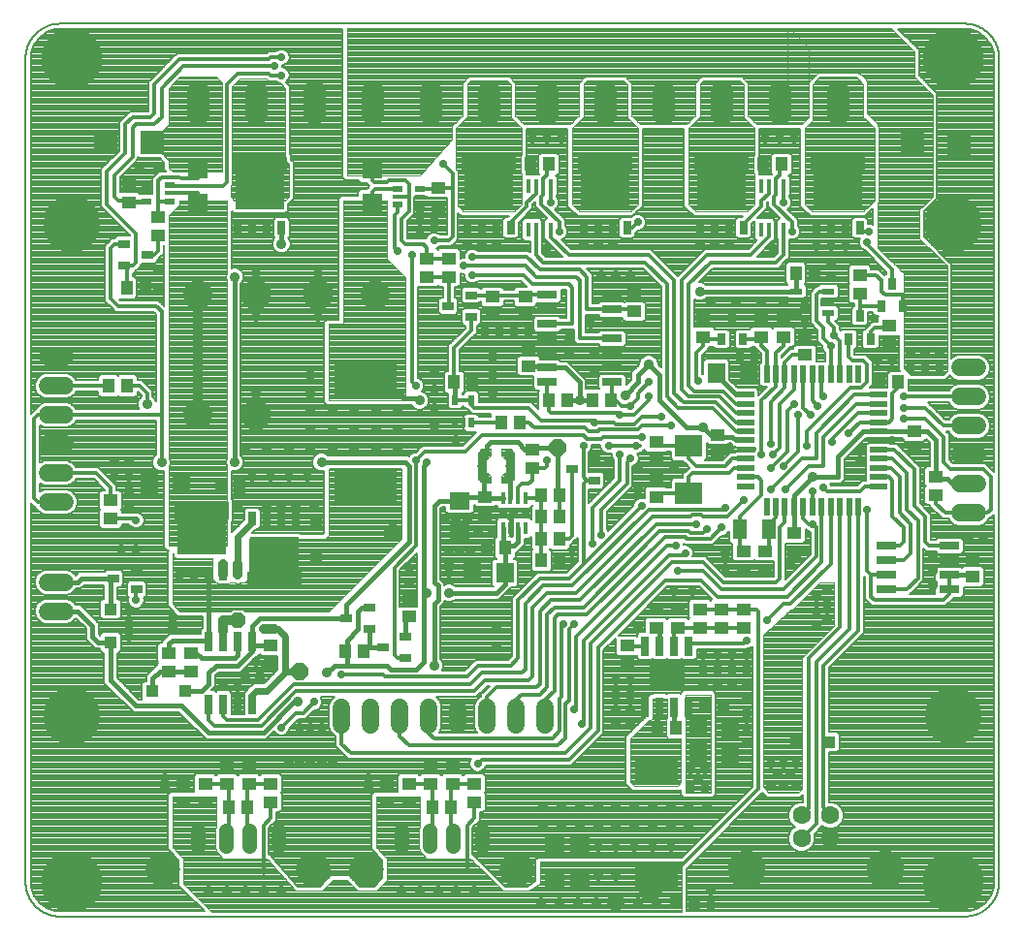
<source format=gtl>
G75*
%MOIN*%
%OFA0B0*%
%FSLAX25Y25*%
%IPPOS*%
%LPD*%
%AMOC8*
5,1,8,0,0,1.08239X$1,22.5*
%
%ADD10R,0.02756X0.04528*%
%ADD11R,0.16535X0.12205*%
%ADD12R,0.18504X0.05906*%
%ADD13R,0.03962X0.03962*%
%ADD14R,0.04331X0.04331*%
%ADD15R,0.21654X0.11811*%
%ADD16C,0.10000*%
%ADD17OC8,0.10000*%
%ADD18R,0.05118X0.04331*%
%ADD19R,0.04331X0.05118*%
%ADD20R,0.07098X0.06299*%
%ADD21R,0.03543X0.02362*%
%ADD22R,0.03543X0.01575*%
%ADD23R,0.02756X0.06890*%
%ADD24R,0.06890X0.02756*%
%ADD25C,0.06299*%
%ADD26C,0.13055*%
%ADD27R,0.01772X0.04331*%
%ADD28R,0.03150X0.09449*%
%ADD29C,0.00394*%
%ADD30C,0.03962*%
%ADD31C,0.03175*%
%ADD32C,0.01600*%
%ADD33R,0.06299X0.07087*%
%ADD34R,0.07087X0.06299*%
%ADD35R,0.03937X0.03150*%
%ADD36R,0.04724X0.07087*%
%ADD37R,0.14961X0.07874*%
%ADD38R,0.02362X0.03543*%
%ADD39R,0.01575X0.03543*%
%ADD40C,0.05118*%
%ADD41C,0.11811*%
%ADD42R,0.03150X0.03937*%
%ADD43C,0.05906*%
%ADD44R,0.05906X0.01969*%
%ADD45R,0.01969X0.05906*%
%ADD46R,0.09449X0.07480*%
%ADD47R,0.04331X0.02362*%
%ADD48R,0.01575X0.05118*%
%ADD49C,0.07677*%
%ADD50C,0.20929*%
%ADD51C,0.00787*%
%ADD52C,0.19685*%
%ADD53R,0.12205X0.09449*%
%ADD54R,0.07874X0.07874*%
%ADD55C,0.03562*%
%ADD56C,0.01200*%
%ADD57C,0.02775*%
%ADD58C,0.03200*%
%ADD59C,0.00400*%
%ADD60OC8,0.06000*%
%ADD61C,0.02400*%
%ADD62OC8,0.05315*%
%ADD63C,0.07000*%
D10*
X0117028Y0146644D03*
X0122028Y0146644D03*
X0127028Y0146644D03*
X0132028Y0146644D03*
X0142028Y0165600D03*
X0147028Y0165600D03*
X0152028Y0165600D03*
X0157028Y0165600D03*
X0152028Y0265394D03*
X0147028Y0265394D03*
X0142028Y0265394D03*
X0137028Y0265394D03*
X0215778Y0265394D03*
X0220778Y0265394D03*
X0225778Y0265394D03*
X0230778Y0265394D03*
X0255778Y0265394D03*
X0260778Y0265394D03*
X0265778Y0265394D03*
X0270778Y0265394D03*
X0295778Y0265394D03*
X0300778Y0265394D03*
X0305778Y0265394D03*
X0310778Y0265394D03*
X0335778Y0265394D03*
X0340778Y0265394D03*
X0345778Y0265394D03*
X0350778Y0265394D03*
D11*
X0343278Y0277894D03*
X0303278Y0277894D03*
X0263278Y0277894D03*
X0223278Y0277894D03*
X0144528Y0277894D03*
X0124528Y0159144D03*
X0149528Y0153100D03*
D12*
X0149528Y0144045D03*
X0124528Y0168199D03*
X0144528Y0286949D03*
X0223278Y0286949D03*
X0263278Y0286949D03*
X0303278Y0286949D03*
X0343278Y0286949D03*
D13*
X0343278Y0285571D03*
X0348789Y0285571D03*
X0348789Y0280059D03*
X0343278Y0280059D03*
X0337766Y0280059D03*
X0337766Y0285571D03*
X0337766Y0274547D03*
X0343278Y0274547D03*
X0348789Y0274547D03*
X0308789Y0274547D03*
X0303278Y0274547D03*
X0303278Y0280059D03*
X0308789Y0280059D03*
X0308789Y0285571D03*
X0303278Y0285571D03*
X0297766Y0285571D03*
X0297766Y0280059D03*
X0297766Y0274547D03*
X0268789Y0274547D03*
X0263278Y0274547D03*
X0257766Y0274547D03*
X0257766Y0280059D03*
X0263278Y0280059D03*
X0268789Y0280059D03*
X0268789Y0285571D03*
X0263278Y0285571D03*
X0257766Y0285571D03*
X0228789Y0285571D03*
X0223278Y0285571D03*
X0223278Y0280059D03*
X0228789Y0280059D03*
X0228789Y0274547D03*
X0223278Y0274547D03*
X0217766Y0274547D03*
X0217766Y0280059D03*
X0217766Y0285571D03*
X0150039Y0285571D03*
X0144528Y0285571D03*
X0144528Y0280059D03*
X0150039Y0280059D03*
X0150039Y0274547D03*
X0144528Y0274547D03*
X0139016Y0274547D03*
X0139016Y0280059D03*
X0139016Y0285571D03*
X0174872Y0216526D03*
X0180778Y0216526D03*
X0186683Y0216526D03*
X0186683Y0210620D03*
X0180778Y0210620D03*
X0174872Y0210620D03*
X0174872Y0179124D03*
X0174872Y0173219D03*
X0180778Y0173219D03*
X0180778Y0179124D03*
X0186683Y0179124D03*
X0186683Y0173219D03*
X0155039Y0156447D03*
X0149528Y0156447D03*
X0149528Y0150935D03*
X0155039Y0150935D03*
X0155039Y0145423D03*
X0149528Y0145423D03*
X0144016Y0145423D03*
X0144016Y0150935D03*
X0144016Y0156447D03*
X0130039Y0155797D03*
X0124528Y0155797D03*
X0124528Y0161309D03*
X0130039Y0161309D03*
X0130039Y0166821D03*
X0124528Y0166821D03*
X0119016Y0166821D03*
X0119016Y0161309D03*
X0119016Y0155797D03*
X0276053Y0078770D03*
X0280778Y0078770D03*
X0285502Y0078770D03*
X0284528Y0108760D03*
X0288465Y0108760D03*
X0288465Y0113484D03*
X0284528Y0113484D03*
X0280591Y0113484D03*
X0280591Y0108760D03*
X0280778Y0040974D03*
X0285502Y0040974D03*
X0276053Y0040974D03*
D14*
X0328819Y0088622D03*
X0340236Y0088622D03*
X0163903Y0151663D03*
X0163903Y0163081D03*
X0118986Y0106122D03*
X0107569Y0106122D03*
X0093278Y0122913D03*
X0093278Y0134331D03*
D15*
X0180778Y0176171D03*
X0180778Y0213573D03*
D16*
X0184370Y0242372D03*
X0123435Y0242372D03*
X0123435Y0201122D03*
D17*
X0143120Y0201122D03*
X0143120Y0242372D03*
X0164685Y0242372D03*
D18*
X0202028Y0248597D03*
X0202028Y0254897D03*
X0209528Y0254897D03*
X0209528Y0248597D03*
X0224528Y0241772D03*
X0224528Y0235472D03*
X0235778Y0235472D03*
X0235778Y0241772D03*
X0237028Y0224272D03*
X0237028Y0217972D03*
X0238278Y0189272D03*
X0238278Y0182972D03*
X0222028Y0173022D03*
X0222028Y0166722D03*
X0195778Y0138022D03*
X0195778Y0131722D03*
X0148278Y0121772D03*
X0148278Y0115472D03*
X0120778Y0112972D03*
X0120778Y0119272D03*
X0113278Y0119272D03*
X0113278Y0112972D03*
X0133278Y0080522D03*
X0140778Y0080522D03*
X0140778Y0074222D03*
X0133278Y0074222D03*
X0125778Y0074272D03*
X0125778Y0067972D03*
X0118278Y0067972D03*
X0118278Y0074272D03*
X0148278Y0074272D03*
X0148278Y0067972D03*
X0188278Y0067972D03*
X0195778Y0067972D03*
X0195778Y0074272D03*
X0188278Y0074272D03*
X0203278Y0074222D03*
X0210778Y0074222D03*
X0210778Y0080522D03*
X0203278Y0080522D03*
X0218278Y0074272D03*
X0218278Y0067972D03*
X0270778Y0115472D03*
X0270778Y0121772D03*
X0280778Y0127972D03*
X0288278Y0127972D03*
X0288278Y0134272D03*
X0280778Y0134272D03*
X0295778Y0134272D03*
X0295778Y0127972D03*
X0303278Y0127972D03*
X0310778Y0127972D03*
X0310778Y0134272D03*
X0303278Y0134272D03*
X0310778Y0147972D03*
X0310778Y0154272D03*
X0318278Y0154272D03*
X0318278Y0147972D03*
X0328278Y0154222D03*
X0328278Y0160522D03*
X0302028Y0187972D03*
X0302028Y0194272D03*
X0280778Y0191772D03*
X0280778Y0185472D03*
X0280778Y0179272D03*
X0280778Y0172972D03*
X0332028Y0221722D03*
X0332028Y0228022D03*
X0324528Y0227972D03*
X0317028Y0227972D03*
X0317028Y0234272D03*
X0324528Y0234272D03*
X0297028Y0234272D03*
X0297028Y0227972D03*
X0273278Y0236722D03*
X0273278Y0243022D03*
X0205778Y0272972D03*
X0205778Y0279272D03*
X0109528Y0269272D03*
X0109528Y0262972D03*
X0099528Y0274222D03*
X0099528Y0280522D03*
X0093278Y0171772D03*
X0093278Y0165472D03*
X0350778Y0242972D03*
X0350778Y0249272D03*
X0360778Y0231772D03*
X0360778Y0225472D03*
X0369528Y0195522D03*
X0369528Y0189222D03*
X0377028Y0179897D03*
X0377028Y0173597D03*
X0389528Y0151772D03*
X0389528Y0145472D03*
D19*
X0363927Y0212372D03*
X0357628Y0212372D03*
X0335177Y0249872D03*
X0328878Y0249872D03*
X0323927Y0287372D03*
X0317628Y0287372D03*
X0243927Y0287372D03*
X0237628Y0287372D03*
X0217677Y0212372D03*
X0211378Y0212372D03*
X0227628Y0198622D03*
X0233927Y0198622D03*
X0243878Y0206122D03*
X0250177Y0206122D03*
X0258878Y0206122D03*
X0265177Y0206122D03*
X0247677Y0173622D03*
X0241378Y0173622D03*
X0241378Y0166122D03*
X0247677Y0166122D03*
X0247677Y0158622D03*
X0241378Y0158622D03*
X0241378Y0151122D03*
X0247677Y0151122D03*
X0228927Y0155497D03*
X0222628Y0155497D03*
X0180177Y0119872D03*
X0173878Y0119872D03*
X0203878Y0066122D03*
X0210177Y0066122D03*
X0140177Y0066122D03*
X0133878Y0066122D03*
X0131378Y0176122D03*
X0137677Y0176122D03*
X0098927Y0211122D03*
X0092628Y0211122D03*
X0098878Y0244872D03*
X0105177Y0244872D03*
X0281378Y0093622D03*
X0287677Y0093622D03*
X0297628Y0101122D03*
X0303927Y0101122D03*
X0293927Y0033622D03*
X0287628Y0033622D03*
D20*
X0183278Y0274274D03*
X0183278Y0285470D03*
X0123278Y0285470D03*
X0123278Y0274274D03*
D21*
X0113465Y0274616D03*
X0105591Y0274616D03*
X0105591Y0280128D03*
X0113465Y0280128D03*
X0191841Y0278878D03*
X0191841Y0273366D03*
X0199715Y0273366D03*
X0199715Y0278878D03*
D22*
X0199715Y0276122D03*
X0191841Y0276122D03*
X0113465Y0277372D03*
X0105591Y0277372D03*
D23*
X0127028Y0123199D03*
X0132028Y0123199D03*
X0137028Y0123199D03*
X0142028Y0123199D03*
X0142028Y0101545D03*
X0137028Y0101545D03*
X0132028Y0101545D03*
X0127028Y0101545D03*
X0277028Y0100689D03*
X0282028Y0100689D03*
X0287028Y0100689D03*
X0292028Y0100689D03*
X0292028Y0121555D03*
X0287028Y0121555D03*
X0282028Y0121555D03*
X0277028Y0121555D03*
D24*
X0359951Y0141122D03*
X0359951Y0146122D03*
X0359951Y0151122D03*
X0359951Y0156122D03*
X0381604Y0156122D03*
X0381604Y0151122D03*
X0381604Y0146122D03*
X0381604Y0141122D03*
X0265650Y0212372D03*
X0265650Y0217372D03*
X0265650Y0222372D03*
X0265650Y0227372D03*
X0265650Y0232372D03*
X0265650Y0237372D03*
X0265650Y0242372D03*
X0243406Y0242372D03*
X0243406Y0237372D03*
X0243406Y0232372D03*
X0243406Y0227372D03*
X0243406Y0222372D03*
X0243406Y0217372D03*
X0243406Y0212372D03*
D25*
X0330856Y0063415D03*
X0330856Y0055541D03*
X0340699Y0055541D03*
X0340699Y0063415D03*
D26*
X0359478Y0044872D03*
X0312077Y0044872D03*
D27*
X0235866Y0162254D03*
X0233307Y0162254D03*
X0230748Y0162254D03*
X0228189Y0162254D03*
X0228189Y0172490D03*
X0230748Y0172490D03*
X0233307Y0172490D03*
X0235866Y0172490D03*
D28*
X0230699Y0183622D03*
X0220856Y0183425D03*
D29*
X0219478Y0183546D02*
X0222234Y0183546D01*
X0222234Y0183938D02*
X0219478Y0183938D01*
X0219478Y0184330D02*
X0222234Y0184330D01*
X0222234Y0184722D02*
X0219478Y0184722D01*
X0219478Y0185115D02*
X0222234Y0185115D01*
X0222234Y0185507D02*
X0219478Y0185507D01*
X0219478Y0185899D02*
X0222543Y0185899D01*
X0222234Y0185591D02*
X0222234Y0181654D01*
X0223809Y0180079D01*
X0223809Y0177717D01*
X0220856Y0177717D01*
X0219478Y0179094D01*
X0219478Y0188150D01*
X0220856Y0189528D01*
X0223809Y0189528D01*
X0223809Y0187165D01*
X0222234Y0185591D01*
X0222935Y0186291D02*
X0219478Y0186291D01*
X0219478Y0186684D02*
X0223327Y0186684D01*
X0223719Y0187076D02*
X0219478Y0187076D01*
X0219478Y0187468D02*
X0223809Y0187468D01*
X0223809Y0187860D02*
X0219478Y0187860D01*
X0219581Y0188252D02*
X0223809Y0188252D01*
X0223809Y0188645D02*
X0219973Y0188645D01*
X0220366Y0189037D02*
X0223809Y0189037D01*
X0223809Y0189429D02*
X0220758Y0189429D01*
X0227746Y0189429D02*
X0230797Y0189429D01*
X0230699Y0189528D02*
X0232077Y0188150D01*
X0232077Y0179094D01*
X0230699Y0177717D01*
X0227746Y0177717D01*
X0227746Y0180079D01*
X0229321Y0181654D01*
X0229321Y0185591D01*
X0227746Y0187165D01*
X0227746Y0189528D01*
X0230699Y0189528D01*
X0231190Y0189037D02*
X0227746Y0189037D01*
X0227746Y0188645D02*
X0231582Y0188645D01*
X0231974Y0188252D02*
X0227746Y0188252D01*
X0227746Y0187860D02*
X0232077Y0187860D01*
X0232077Y0187468D02*
X0227746Y0187468D01*
X0227836Y0187076D02*
X0232077Y0187076D01*
X0232077Y0186684D02*
X0228228Y0186684D01*
X0228620Y0186291D02*
X0232077Y0186291D01*
X0232077Y0185899D02*
X0229012Y0185899D01*
X0229321Y0185507D02*
X0232077Y0185507D01*
X0232077Y0185115D02*
X0229321Y0185115D01*
X0229321Y0184722D02*
X0232077Y0184722D01*
X0232077Y0184330D02*
X0229321Y0184330D01*
X0229321Y0183938D02*
X0232077Y0183938D01*
X0232077Y0183546D02*
X0229321Y0183546D01*
X0229321Y0183154D02*
X0232077Y0183154D01*
X0232077Y0182761D02*
X0229321Y0182761D01*
X0229321Y0182369D02*
X0232077Y0182369D01*
X0232077Y0181977D02*
X0229321Y0181977D01*
X0229252Y0181585D02*
X0232077Y0181585D01*
X0232077Y0181193D02*
X0228860Y0181193D01*
X0228468Y0180800D02*
X0232077Y0180800D01*
X0232077Y0180408D02*
X0228075Y0180408D01*
X0227746Y0180016D02*
X0232077Y0180016D01*
X0232077Y0179624D02*
X0227746Y0179624D01*
X0227746Y0179231D02*
X0232077Y0179231D01*
X0231822Y0178839D02*
X0227746Y0178839D01*
X0227746Y0178447D02*
X0231429Y0178447D01*
X0231037Y0178055D02*
X0227746Y0178055D01*
X0223809Y0178055D02*
X0220518Y0178055D01*
X0220126Y0178447D02*
X0223809Y0178447D01*
X0223809Y0178839D02*
X0219734Y0178839D01*
X0219478Y0179231D02*
X0223809Y0179231D01*
X0223809Y0179624D02*
X0219478Y0179624D01*
X0219478Y0180016D02*
X0223809Y0180016D01*
X0223480Y0180408D02*
X0219478Y0180408D01*
X0219478Y0180800D02*
X0223087Y0180800D01*
X0222695Y0181193D02*
X0219478Y0181193D01*
X0219478Y0181585D02*
X0222303Y0181585D01*
X0222234Y0181977D02*
X0219478Y0181977D01*
X0219478Y0182369D02*
X0222234Y0182369D01*
X0222234Y0182761D02*
X0219478Y0182761D01*
X0219478Y0183154D02*
X0222234Y0183154D01*
D30*
X0221447Y0179685D03*
X0221447Y0187559D03*
X0230108Y0187559D03*
X0230108Y0179685D03*
D31*
X0230699Y0183622D03*
X0220856Y0183622D03*
D32*
X0221053Y0183622D02*
X0221447Y0183622D01*
X0221447Y0179685D01*
X0221447Y0173022D01*
X0222028Y0173022D01*
X0222028Y0172490D01*
X0228189Y0172490D01*
X0230748Y0172490D02*
X0230748Y0183474D01*
X0230502Y0183622D02*
X0230108Y0183622D01*
X0230108Y0179685D01*
X0230502Y0183622D02*
X0230502Y0187559D01*
X0230108Y0187559D01*
X0233278Y0191747D02*
X0223903Y0191747D01*
X0222653Y0190497D01*
X0222653Y0188765D01*
X0221447Y0187559D01*
X0221053Y0187559D01*
X0221053Y0183622D01*
X0233278Y0191747D02*
X0235753Y0189272D01*
X0238278Y0189272D01*
X0238878Y0189872D01*
X0247028Y0189872D01*
X0247028Y0173622D01*
X0247677Y0173622D01*
X0230778Y0167372D02*
X0230778Y0159872D01*
X0233307Y0162254D02*
X0233307Y0157402D01*
X0232028Y0156122D01*
X0229552Y0156122D01*
X0228927Y0155497D01*
X0228789Y0155359D01*
X0228789Y0146747D01*
X0228789Y0142884D01*
X0225778Y0139872D01*
X0209528Y0139872D01*
X0205778Y0137372D02*
X0205778Y0142372D01*
X0204528Y0143622D01*
X0204528Y0169872D01*
X0206289Y0171634D01*
X0213278Y0171634D01*
X0214665Y0173022D01*
X0222028Y0173022D01*
X0228189Y0162254D02*
X0228189Y0156235D01*
X0228927Y0155497D01*
X0205778Y0137372D02*
X0204528Y0136122D01*
X0204528Y0114872D01*
X0200778Y0116122D02*
X0198278Y0113622D01*
X0189528Y0113622D01*
X0188278Y0114872D01*
X0174528Y0114872D01*
X0174528Y0119222D01*
X0173878Y0119872D01*
X0174528Y0120522D01*
X0174528Y0123622D01*
X0178278Y0127372D01*
X0178278Y0133622D01*
X0179518Y0134862D01*
X0182215Y0134862D01*
X0174528Y0131309D02*
X0174341Y0131122D01*
X0174341Y0135935D01*
X0195778Y0157372D01*
X0195778Y0183622D01*
X0194528Y0184872D01*
X0165778Y0184872D01*
X0189400Y0208622D02*
X0193278Y0208622D01*
X0193278Y0207372D01*
X0193903Y0206747D01*
X0198903Y0206747D01*
X0199528Y0206122D01*
X0211772Y0206309D02*
X0211772Y0211978D01*
X0211378Y0212372D01*
X0237028Y0217972D02*
X0242805Y0217972D01*
X0243406Y0217372D01*
X0249528Y0217372D01*
X0254528Y0212372D01*
X0254528Y0206122D01*
X0258878Y0206122D01*
X0254528Y0206122D02*
X0250177Y0206122D01*
X0270153Y0207997D02*
X0274528Y0212372D01*
X0274528Y0214872D01*
X0278278Y0218622D01*
X0282028Y0214872D01*
X0282028Y0206122D01*
X0291403Y0196747D01*
X0297028Y0196747D01*
X0299503Y0194272D01*
X0302028Y0194272D01*
X0302677Y0193622D01*
X0307028Y0193622D01*
X0308278Y0192372D01*
X0311693Y0192372D01*
X0311693Y0208120D02*
X0308155Y0208120D01*
X0301516Y0214759D01*
X0301516Y0215497D01*
X0295778Y0243622D02*
X0329006Y0243622D01*
X0329016Y0243612D01*
X0329016Y0249734D01*
X0328878Y0249872D01*
X0352052Y0195522D02*
X0343278Y0186747D01*
X0343278Y0179872D01*
X0334528Y0179872D01*
X0328278Y0173622D01*
X0328278Y0169587D01*
X0328228Y0169537D01*
X0328228Y0160571D01*
X0328278Y0160522D01*
X0352052Y0195522D02*
X0357362Y0195522D01*
X0369528Y0195522D01*
X0373878Y0195522D01*
X0377028Y0192372D01*
X0377028Y0179897D01*
X0377677Y0179247D01*
X0380778Y0179247D01*
X0382653Y0177372D01*
X0388278Y0177372D01*
X0388878Y0146122D02*
X0381604Y0146122D01*
X0388878Y0146122D02*
X0389528Y0145472D01*
X0287028Y0100689D02*
X0287028Y0094272D01*
X0287677Y0093622D01*
X0282028Y0097372D02*
X0280778Y0096122D01*
X0280778Y0094272D01*
X0282028Y0097372D02*
X0282028Y0100689D01*
X0282028Y0121555D02*
X0282028Y0126722D01*
X0280778Y0127972D01*
X0202028Y0139872D02*
X0200778Y0139872D01*
X0200778Y0183622D01*
X0202028Y0184872D01*
X0200778Y0139872D02*
X0200778Y0116122D01*
X0194715Y0124862D02*
X0194715Y0130659D01*
X0195778Y0131722D01*
X0186841Y0121122D02*
X0182028Y0121122D01*
X0182215Y0121309D01*
X0182215Y0127382D01*
X0182028Y0121122D02*
X0181427Y0121122D01*
X0180177Y0119872D01*
X0174528Y0114872D02*
X0170153Y0114872D01*
X0167653Y0112372D01*
X0157653Y0102372D02*
X0156403Y0102372D01*
X0145778Y0091747D01*
X0127028Y0091747D01*
X0117653Y0101122D01*
X0102028Y0101122D01*
X0093278Y0109872D01*
X0093278Y0122913D01*
X0088986Y0122913D01*
X0087028Y0124872D01*
X0087028Y0128622D01*
X0082028Y0133622D01*
X0074528Y0133622D01*
X0074528Y0143622D02*
X0082028Y0143622D01*
X0083278Y0144872D01*
X0094341Y0144872D01*
X0093278Y0143809D01*
X0093278Y0134331D01*
X0113278Y0122372D02*
X0113278Y0119272D01*
X0113278Y0122372D02*
X0114528Y0123622D01*
X0127028Y0123622D01*
X0127028Y0146644D01*
X0122028Y0146644D01*
X0117028Y0146644D01*
X0132028Y0146644D02*
X0132028Y0146122D01*
X0144528Y0131122D02*
X0174341Y0131122D01*
X0148278Y0121772D02*
X0142028Y0121772D01*
X0142028Y0119872D01*
X0137028Y0114872D01*
X0129528Y0114872D01*
X0127028Y0112372D01*
X0127028Y0108622D01*
X0124528Y0106122D01*
X0118986Y0106122D01*
X0120778Y0112972D02*
X0113278Y0112972D01*
X0110128Y0112972D01*
X0107653Y0110497D01*
X0107653Y0106206D01*
X0107569Y0106122D01*
X0112677Y0112372D02*
X0113278Y0112972D01*
X0120778Y0119272D02*
X0122628Y0119272D01*
X0124528Y0117372D01*
X0135778Y0117372D01*
X0137028Y0118622D01*
X0137028Y0123199D01*
X0142028Y0123199D02*
X0142028Y0121772D01*
X0142028Y0123199D02*
X0142028Y0128622D01*
X0144528Y0131122D01*
X0145128Y0115472D02*
X0148278Y0115472D01*
X0127028Y0123199D02*
X0127028Y0123622D01*
X0135778Y0184872D02*
X0135778Y0248622D01*
X0152028Y0259872D02*
X0152028Y0265394D01*
X0105591Y0274616D02*
X0099921Y0274616D01*
X0099528Y0274222D01*
D33*
X0106516Y0177372D03*
X0117539Y0177372D03*
X0217766Y0146747D03*
X0228789Y0146747D03*
X0295266Y0093622D03*
X0295266Y0084872D03*
X0306289Y0084872D03*
X0306289Y0093622D03*
X0301516Y0215497D03*
X0312539Y0215497D03*
D34*
X0213278Y0171634D03*
X0213278Y0160610D03*
X0245778Y0052884D03*
X0254528Y0052884D03*
X0254528Y0041860D03*
X0245778Y0041860D03*
D35*
X0194715Y0117382D03*
X0194715Y0124862D03*
X0186841Y0121122D03*
X0182215Y0127382D03*
X0182215Y0134862D03*
X0174341Y0131122D03*
X0102215Y0141132D03*
X0102215Y0148612D03*
X0094341Y0144872D03*
X0209341Y0238622D03*
X0217215Y0234882D03*
X0217215Y0242362D03*
X0259715Y0186112D03*
X0259715Y0178632D03*
X0251841Y0182372D03*
X0105965Y0256122D03*
X0098091Y0252382D03*
X0098091Y0259862D03*
D36*
X0309606Y0161747D03*
X0319449Y0161747D03*
D37*
X0280778Y0078376D03*
X0280778Y0041368D03*
D38*
X0217283Y0198435D03*
X0211772Y0198435D03*
X0211772Y0206309D03*
X0217283Y0206309D03*
D39*
X0214528Y0198435D03*
D40*
X0210965Y0058100D02*
X0210965Y0052982D01*
X0203091Y0052982D02*
X0203091Y0058100D01*
X0193248Y0058100D02*
X0193248Y0052982D01*
X0220807Y0052982D02*
X0220807Y0058100D01*
X0150807Y0058100D02*
X0150807Y0052982D01*
X0140965Y0052982D02*
X0140965Y0058100D01*
X0133091Y0058100D02*
X0133091Y0052982D01*
X0123248Y0052982D02*
X0123248Y0058100D01*
D41*
X0111161Y0044872D03*
X0162894Y0044872D03*
X0181161Y0044872D03*
X0232894Y0044872D03*
D42*
X0303287Y0227185D03*
X0310768Y0227185D03*
X0307028Y0235059D03*
X0347037Y0227185D03*
X0354518Y0227185D03*
X0350778Y0235059D03*
X0358287Y0238435D03*
X0365768Y0238435D03*
X0362028Y0246309D03*
D43*
X0385325Y0217372D02*
X0391230Y0217372D01*
X0391230Y0207372D02*
X0385325Y0207372D01*
X0385325Y0197372D02*
X0391230Y0197372D01*
X0391230Y0187372D02*
X0385325Y0187372D01*
X0385325Y0177372D02*
X0391230Y0177372D01*
X0391230Y0167372D02*
X0385325Y0167372D01*
X0242756Y0100472D02*
X0242756Y0094567D01*
X0232756Y0094567D02*
X0232756Y0100472D01*
X0222756Y0100472D02*
X0222756Y0094567D01*
X0212756Y0094567D02*
X0212756Y0100472D01*
X0202756Y0100472D02*
X0202756Y0094567D01*
X0192756Y0094567D02*
X0192756Y0100472D01*
X0182756Y0100472D02*
X0182756Y0094567D01*
X0172756Y0094567D02*
X0172756Y0100472D01*
X0077480Y0133622D02*
X0071575Y0133622D01*
X0071575Y0143622D02*
X0077480Y0143622D01*
X0077480Y0171122D02*
X0071575Y0171122D01*
X0071575Y0181122D02*
X0077480Y0181122D01*
X0077480Y0191122D02*
X0071575Y0191122D01*
X0071575Y0201122D02*
X0077480Y0201122D01*
X0077480Y0211122D02*
X0071575Y0211122D01*
X0071575Y0221122D02*
X0077480Y0221122D01*
D44*
X0311693Y0208120D03*
X0311693Y0204970D03*
X0311693Y0201821D03*
X0311693Y0198671D03*
X0311693Y0195522D03*
X0311693Y0192372D03*
X0311693Y0189222D03*
X0311693Y0186073D03*
X0311693Y0182923D03*
X0311693Y0179774D03*
X0311693Y0176624D03*
X0357362Y0176624D03*
X0357362Y0179774D03*
X0357362Y0182923D03*
X0357362Y0186073D03*
X0357362Y0189222D03*
X0357362Y0192372D03*
X0357362Y0195522D03*
X0357362Y0198671D03*
X0357362Y0201821D03*
X0357362Y0204970D03*
X0357362Y0208120D03*
D45*
X0350276Y0215207D03*
X0347126Y0215207D03*
X0343976Y0215207D03*
X0340827Y0215207D03*
X0337677Y0215207D03*
X0334528Y0215207D03*
X0331378Y0215207D03*
X0328228Y0215207D03*
X0325079Y0215207D03*
X0321929Y0215207D03*
X0318780Y0215207D03*
X0318780Y0169537D03*
X0321929Y0169537D03*
X0325079Y0169537D03*
X0328228Y0169537D03*
X0331378Y0169537D03*
X0334528Y0169537D03*
X0337677Y0169537D03*
X0340827Y0169537D03*
X0343976Y0169537D03*
X0347126Y0169537D03*
X0350276Y0169537D03*
D46*
X0292028Y0174301D03*
X0292028Y0190443D03*
D47*
X0329016Y0236132D03*
X0329016Y0243612D03*
X0340039Y0243612D03*
X0340039Y0239872D03*
X0340039Y0236132D03*
D48*
X0324616Y0264892D03*
X0322057Y0264892D03*
X0319498Y0264892D03*
X0316939Y0264892D03*
X0316939Y0279852D03*
X0319498Y0279852D03*
X0322057Y0279852D03*
X0324616Y0279852D03*
X0244616Y0279852D03*
X0242057Y0279852D03*
X0239498Y0279852D03*
X0236939Y0279852D03*
X0236939Y0264892D03*
X0239498Y0264892D03*
X0242057Y0264892D03*
X0244616Y0264892D03*
D49*
X0243278Y0304783D02*
X0243278Y0312461D01*
X0263278Y0312461D02*
X0263278Y0304783D01*
X0283278Y0304783D02*
X0283278Y0312461D01*
X0303278Y0312461D02*
X0303278Y0304783D01*
X0323278Y0304783D02*
X0323278Y0312461D01*
X0343278Y0312461D02*
X0343278Y0304783D01*
X0223278Y0304783D02*
X0223278Y0312461D01*
X0203278Y0312461D02*
X0203278Y0304783D01*
X0183278Y0304783D02*
X0183278Y0312461D01*
X0163278Y0312461D02*
X0163278Y0304783D01*
X0143278Y0304783D02*
X0143278Y0312461D01*
X0123278Y0312461D02*
X0123278Y0304783D01*
D50*
X0079803Y0323898D03*
X0382953Y0323898D03*
X0382953Y0040433D03*
X0079803Y0040433D03*
D51*
X0064055Y0040433D02*
X0064055Y0323898D01*
X0065843Y0323898D02*
X0065966Y0325466D01*
X0066935Y0328448D01*
X0068778Y0330985D01*
X0071316Y0332829D01*
X0074298Y0333798D01*
X0075866Y0333921D01*
X0172934Y0333921D01*
X0172934Y0282962D01*
X0173867Y0282028D01*
X0178335Y0282028D01*
X0178335Y0281744D01*
X0179151Y0280927D01*
X0181284Y0280927D01*
X0181284Y0280921D01*
X0181909Y0280296D01*
X0182333Y0279872D01*
X0181284Y0278823D01*
X0181284Y0278817D01*
X0179151Y0278817D01*
X0178335Y0278001D01*
X0178335Y0276466D01*
X0172617Y0276466D01*
X0171684Y0275532D01*
X0171684Y0233966D01*
X0167617Y0233966D01*
X0166684Y0233032D01*
X0166684Y0205462D01*
X0167617Y0204528D01*
X0195188Y0204528D01*
X0195213Y0204553D01*
X0196741Y0204553D01*
X0196836Y0204324D01*
X0197729Y0203431D01*
X0198896Y0202947D01*
X0200159Y0202947D01*
X0201326Y0203431D01*
X0202219Y0204324D01*
X0202702Y0205491D01*
X0202702Y0206754D01*
X0202219Y0207920D01*
X0201326Y0208814D01*
X0200319Y0209231D01*
X0200635Y0209547D01*
X0201059Y0210569D01*
X0201059Y0211675D01*
X0200635Y0212697D01*
X0199853Y0213480D01*
X0199021Y0213824D01*
X0199021Y0245038D01*
X0205164Y0245038D01*
X0205778Y0245652D01*
X0206391Y0245038D01*
X0207534Y0245038D01*
X0207534Y0241591D01*
X0206795Y0241591D01*
X0205978Y0240774D01*
X0205978Y0236470D01*
X0206795Y0235654D01*
X0211886Y0235654D01*
X0212703Y0236470D01*
X0212703Y0240774D01*
X0211886Y0241591D01*
X0211521Y0241591D01*
X0211521Y0245038D01*
X0212664Y0245038D01*
X0213480Y0245855D01*
X0213480Y0249796D01*
X0213974Y0249591D01*
X0214871Y0249591D01*
X0214871Y0248694D01*
X0215295Y0247672D01*
X0216077Y0246889D01*
X0217099Y0246466D01*
X0218206Y0246466D01*
X0219228Y0246889D01*
X0219592Y0247253D01*
X0234327Y0247253D01*
X0236249Y0245331D01*
X0232641Y0245331D01*
X0231825Y0244514D01*
X0231825Y0244356D01*
X0228480Y0244356D01*
X0228480Y0244514D01*
X0227664Y0245331D01*
X0221391Y0245331D01*
X0220576Y0244515D01*
X0219760Y0245331D01*
X0214669Y0245331D01*
X0213852Y0244514D01*
X0213852Y0240210D01*
X0214669Y0239394D01*
X0219760Y0239394D01*
X0220575Y0240208D01*
X0220575Y0239029D01*
X0221391Y0238213D01*
X0227664Y0238213D01*
X0228480Y0239029D01*
X0228480Y0240369D01*
X0231825Y0240369D01*
X0231825Y0239029D01*
X0232641Y0238213D01*
X0238914Y0238213D01*
X0239730Y0239029D01*
X0239730Y0239600D01*
X0247428Y0239600D01*
X0248244Y0240417D01*
X0248244Y0244128D01*
X0249952Y0244128D01*
X0250034Y0244046D01*
X0250034Y0234366D01*
X0248206Y0234366D01*
X0247428Y0235144D01*
X0239383Y0235144D01*
X0238567Y0234327D01*
X0238567Y0230417D01*
X0239383Y0229600D01*
X0247428Y0229600D01*
X0248206Y0230378D01*
X0252534Y0230378D01*
X0252534Y0226546D01*
X0253702Y0225378D01*
X0260849Y0225378D01*
X0261627Y0224600D01*
X0269672Y0224600D01*
X0270488Y0225417D01*
X0270488Y0229327D01*
X0269672Y0230144D01*
X0261627Y0230144D01*
X0260849Y0229366D01*
X0256521Y0229366D01*
X0256521Y0235378D01*
X0260849Y0235378D01*
X0261627Y0234600D01*
X0269325Y0234600D01*
X0269325Y0233980D01*
X0270141Y0233163D01*
X0276414Y0233163D01*
X0277230Y0233980D01*
X0277230Y0239465D01*
X0276414Y0240281D01*
X0270141Y0240281D01*
X0269838Y0239978D01*
X0269672Y0240144D01*
X0261627Y0240144D01*
X0260849Y0239366D01*
X0259021Y0239366D01*
X0259021Y0249448D01*
X0256841Y0251628D01*
X0276202Y0251628D01*
X0282534Y0245296D01*
X0282534Y0217468D01*
X0281452Y0218550D01*
X0281452Y0219254D01*
X0280969Y0220420D01*
X0280076Y0221314D01*
X0278909Y0221797D01*
X0277646Y0221797D01*
X0276479Y0221314D01*
X0275586Y0220420D01*
X0275103Y0219254D01*
X0275103Y0218550D01*
X0272334Y0215781D01*
X0272334Y0213281D01*
X0270488Y0211435D01*
X0270488Y0214327D01*
X0269672Y0215144D01*
X0261627Y0215144D01*
X0260811Y0214327D01*
X0260811Y0210417D01*
X0261153Y0210075D01*
X0256721Y0210075D01*
X0256721Y0213281D01*
X0255436Y0214566D01*
X0250436Y0219566D01*
X0248006Y0219566D01*
X0247428Y0220144D01*
X0243736Y0220144D01*
X0243714Y0220166D01*
X0240980Y0220166D01*
X0240980Y0220715D01*
X0240164Y0221531D01*
X0233891Y0221531D01*
X0233075Y0220715D01*
X0233075Y0215230D01*
X0233891Y0214413D01*
X0238653Y0214413D01*
X0238567Y0214327D01*
X0238567Y0210417D01*
X0239383Y0209600D01*
X0240661Y0209600D01*
X0240319Y0209258D01*
X0240319Y0203150D01*
X0239021Y0204448D01*
X0237853Y0205616D01*
X0219858Y0205616D01*
X0219858Y0208658D01*
X0219042Y0209474D01*
X0215525Y0209474D01*
X0214709Y0208658D01*
X0214709Y0208303D01*
X0214346Y0208303D01*
X0214346Y0208645D01*
X0214937Y0209236D01*
X0214937Y0215508D01*
X0214121Y0216325D01*
X0213372Y0216325D01*
X0213372Y0223397D01*
X0218040Y0228065D01*
X0218040Y0228065D01*
X0219208Y0229233D01*
X0219208Y0231913D01*
X0219760Y0231913D01*
X0220577Y0232730D01*
X0220577Y0237034D01*
X0219760Y0237850D01*
X0214669Y0237850D01*
X0213852Y0237034D01*
X0213852Y0232730D01*
X0214669Y0231913D01*
X0215221Y0231913D01*
X0215221Y0230885D01*
X0209384Y0225048D01*
X0209384Y0216325D01*
X0208635Y0216325D01*
X0207819Y0215508D01*
X0207819Y0209236D01*
X0208635Y0208419D01*
X0209197Y0208419D01*
X0209197Y0203960D01*
X0210013Y0203144D01*
X0213530Y0203144D01*
X0214346Y0203960D01*
X0214346Y0204315D01*
X0214709Y0204315D01*
X0214709Y0203960D01*
X0215525Y0203144D01*
X0215936Y0203144D01*
X0216202Y0202878D01*
X0217452Y0201628D01*
X0224069Y0201628D01*
X0224069Y0200616D01*
X0219858Y0200616D01*
X0219858Y0200784D01*
X0219042Y0201600D01*
X0215525Y0201600D01*
X0214709Y0200784D01*
X0214709Y0196086D01*
X0215525Y0195270D01*
X0218981Y0195270D01*
X0214327Y0190616D01*
X0200577Y0190616D01*
X0199409Y0189448D01*
X0198239Y0188278D01*
X0197724Y0188278D01*
X0196702Y0187855D01*
X0195920Y0187072D01*
X0195776Y0186726D01*
X0195436Y0187066D01*
X0168074Y0187066D01*
X0167576Y0187564D01*
X0166409Y0188047D01*
X0165146Y0188047D01*
X0163979Y0187564D01*
X0163086Y0186670D01*
X0162603Y0185504D01*
X0162603Y0184241D01*
X0163086Y0183074D01*
X0163979Y0182181D01*
X0165146Y0181697D01*
X0166409Y0181697D01*
X0166684Y0181811D01*
X0166684Y0160532D01*
X0166367Y0160216D01*
X0158753Y0160216D01*
X0158373Y0160596D01*
X0142045Y0160596D01*
X0143391Y0161943D01*
X0143983Y0161943D01*
X0144799Y0162759D01*
X0144799Y0168441D01*
X0143983Y0169258D01*
X0140072Y0169258D01*
X0139256Y0168441D01*
X0139256Y0165143D01*
X0134871Y0160759D01*
X0134871Y0164367D01*
X0135173Y0164669D01*
X0135173Y0171729D01*
X0134871Y0172031D01*
X0134871Y0172920D01*
X0134937Y0172986D01*
X0134937Y0179258D01*
X0134871Y0179324D01*
X0134871Y0181811D01*
X0135146Y0181697D01*
X0136409Y0181697D01*
X0137576Y0182181D01*
X0138469Y0183074D01*
X0138952Y0184241D01*
X0138952Y0185504D01*
X0138469Y0186670D01*
X0137971Y0187168D01*
X0137971Y0246326D01*
X0138469Y0246824D01*
X0138952Y0247991D01*
X0138952Y0249254D01*
X0138469Y0250420D01*
X0137576Y0251314D01*
X0136409Y0251797D01*
X0135146Y0251797D01*
X0134871Y0251683D01*
X0134871Y0271209D01*
X0135683Y0270398D01*
X0153373Y0270398D01*
X0154189Y0271214D01*
X0154189Y0273530D01*
X0154871Y0274212D01*
X0156121Y0275462D01*
X0156121Y0288032D01*
X0155188Y0288966D01*
X0155173Y0288980D01*
X0155173Y0290479D01*
X0154871Y0290781D01*
X0154871Y0314282D01*
X0153938Y0315216D01*
X0153540Y0315613D01*
X0153603Y0315639D01*
X0154385Y0316422D01*
X0154809Y0317444D01*
X0154809Y0318550D01*
X0154385Y0319572D01*
X0153603Y0320355D01*
X0152581Y0320778D01*
X0152309Y0320778D01*
X0152309Y0321466D01*
X0152581Y0321466D01*
X0153603Y0321889D01*
X0154385Y0322672D01*
X0154809Y0323694D01*
X0154809Y0324800D01*
X0154385Y0325822D01*
X0153603Y0326605D01*
X0152581Y0327028D01*
X0151474Y0327028D01*
X0150452Y0326605D01*
X0150088Y0326241D01*
X0147452Y0326241D01*
X0146827Y0325616D01*
X0116202Y0325616D01*
X0115034Y0324448D01*
X0107452Y0316866D01*
X0107452Y0316866D01*
X0106284Y0315698D01*
X0106284Y0305698D01*
X0106202Y0305616D01*
X0099952Y0305616D01*
X0098784Y0304448D01*
X0096284Y0301948D01*
X0096284Y0291948D01*
X0090034Y0285698D01*
X0090034Y0272796D01*
X0091202Y0271628D01*
X0099999Y0262831D01*
X0095545Y0262831D01*
X0094728Y0262014D01*
X0094728Y0261856D01*
X0093692Y0261856D01*
X0092452Y0260616D01*
X0091284Y0259448D01*
X0091284Y0240296D01*
X0093784Y0237796D01*
X0094952Y0236628D01*
X0108077Y0236628D01*
X0108784Y0235921D01*
X0108784Y0205910D01*
X0108469Y0206670D01*
X0107771Y0207368D01*
X0107771Y0209448D01*
X0106603Y0210616D01*
X0104103Y0213116D01*
X0102486Y0213116D01*
X0102486Y0214258D01*
X0101670Y0215075D01*
X0096185Y0215075D01*
X0095778Y0214668D01*
X0095371Y0215075D01*
X0089885Y0215075D01*
X0089069Y0214258D01*
X0089069Y0213116D01*
X0081359Y0213116D01*
X0081165Y0213584D01*
X0079942Y0214807D01*
X0078345Y0215468D01*
X0070710Y0215468D01*
X0069113Y0214807D01*
X0067890Y0213584D01*
X0067228Y0211987D01*
X0067228Y0210257D01*
X0067890Y0208660D01*
X0069113Y0207437D01*
X0070710Y0206776D01*
X0078345Y0206776D01*
X0079942Y0207437D01*
X0081165Y0208660D01*
X0081359Y0209128D01*
X0089069Y0209128D01*
X0089069Y0207986D01*
X0089885Y0207169D01*
X0095371Y0207169D01*
X0095778Y0207576D01*
X0096185Y0207169D01*
X0101670Y0207169D01*
X0102486Y0207986D01*
X0102486Y0209094D01*
X0103784Y0207796D01*
X0103784Y0207368D01*
X0103086Y0206670D01*
X0102603Y0205504D01*
X0102603Y0204241D01*
X0103069Y0203116D01*
X0081359Y0203116D01*
X0081165Y0203584D01*
X0079942Y0204807D01*
X0078345Y0205468D01*
X0070710Y0205468D01*
X0069113Y0204807D01*
X0067890Y0203584D01*
X0067696Y0203116D01*
X0067452Y0203116D01*
X0066202Y0201866D01*
X0065843Y0201506D01*
X0065843Y0323898D01*
X0065860Y0324125D02*
X0114711Y0324125D01*
X0115034Y0324448D02*
X0115034Y0324448D01*
X0115497Y0324911D02*
X0065922Y0324911D01*
X0066041Y0325697D02*
X0146908Y0325697D01*
X0150330Y0326483D02*
X0066296Y0326483D01*
X0066552Y0327269D02*
X0172934Y0327269D01*
X0172934Y0328055D02*
X0066807Y0328055D01*
X0067220Y0328841D02*
X0172934Y0328841D01*
X0172934Y0329627D02*
X0067791Y0329627D01*
X0068362Y0330413D02*
X0172934Y0330413D01*
X0172934Y0331199D02*
X0069072Y0331199D01*
X0070153Y0331984D02*
X0172934Y0331984D01*
X0172934Y0332770D02*
X0071235Y0332770D01*
X0073555Y0333556D02*
X0172934Y0333556D01*
X0172934Y0326483D02*
X0153725Y0326483D01*
X0154437Y0325697D02*
X0172934Y0325697D01*
X0172934Y0324911D02*
X0154763Y0324911D01*
X0154809Y0324125D02*
X0172934Y0324125D01*
X0172934Y0323339D02*
X0154662Y0323339D01*
X0154267Y0322553D02*
X0172934Y0322553D01*
X0172934Y0321768D02*
X0153309Y0321768D01*
X0152309Y0320982D02*
X0172934Y0320982D01*
X0172934Y0320196D02*
X0153762Y0320196D01*
X0154453Y0319410D02*
X0172934Y0319410D01*
X0172934Y0318624D02*
X0154778Y0318624D01*
X0154809Y0317838D02*
X0172934Y0317838D01*
X0172934Y0317052D02*
X0154646Y0317052D01*
X0154230Y0316266D02*
X0172934Y0316266D01*
X0172934Y0315480D02*
X0153673Y0315480D01*
X0154459Y0314694D02*
X0172934Y0314694D01*
X0172934Y0313908D02*
X0154871Y0313908D01*
X0154871Y0313123D02*
X0172934Y0313123D01*
X0172934Y0312337D02*
X0154871Y0312337D01*
X0154871Y0311551D02*
X0172934Y0311551D01*
X0172934Y0310765D02*
X0154871Y0310765D01*
X0154871Y0309979D02*
X0172934Y0309979D01*
X0172934Y0309193D02*
X0154871Y0309193D01*
X0154871Y0308407D02*
X0172934Y0308407D01*
X0172934Y0307621D02*
X0154871Y0307621D01*
X0154871Y0306835D02*
X0172934Y0306835D01*
X0172934Y0306049D02*
X0154871Y0306049D01*
X0154871Y0305263D02*
X0172934Y0305263D01*
X0172934Y0304477D02*
X0154871Y0304477D01*
X0154871Y0303692D02*
X0172934Y0303692D01*
X0172934Y0302906D02*
X0154871Y0302906D01*
X0154871Y0302120D02*
X0172934Y0302120D01*
X0172934Y0301334D02*
X0154871Y0301334D01*
X0154871Y0300548D02*
X0172934Y0300548D01*
X0172934Y0299762D02*
X0154871Y0299762D01*
X0154871Y0298976D02*
X0172934Y0298976D01*
X0172934Y0298190D02*
X0154871Y0298190D01*
X0154871Y0297404D02*
X0172934Y0297404D01*
X0172934Y0296618D02*
X0154871Y0296618D01*
X0154871Y0295832D02*
X0172934Y0295832D01*
X0172934Y0295047D02*
X0154871Y0295047D01*
X0154871Y0294261D02*
X0172934Y0294261D01*
X0172934Y0293475D02*
X0154871Y0293475D01*
X0154871Y0292689D02*
X0172934Y0292689D01*
X0172934Y0291903D02*
X0154871Y0291903D01*
X0154871Y0291117D02*
X0172934Y0291117D01*
X0172934Y0290331D02*
X0155173Y0290331D01*
X0155173Y0289545D02*
X0172934Y0289545D01*
X0172934Y0288759D02*
X0155394Y0288759D01*
X0156121Y0287973D02*
X0172934Y0287973D01*
X0172934Y0287187D02*
X0156121Y0287187D01*
X0156121Y0286401D02*
X0172934Y0286401D01*
X0172934Y0285616D02*
X0156121Y0285616D01*
X0156121Y0284830D02*
X0172934Y0284830D01*
X0172934Y0284044D02*
X0156121Y0284044D01*
X0156121Y0283258D02*
X0172934Y0283258D01*
X0173424Y0282472D02*
X0156121Y0282472D01*
X0156121Y0281686D02*
X0178392Y0281686D01*
X0181305Y0280900D02*
X0156121Y0280900D01*
X0156121Y0280114D02*
X0182091Y0280114D01*
X0181789Y0279328D02*
X0156121Y0279328D01*
X0156121Y0278542D02*
X0178876Y0278542D01*
X0178335Y0277756D02*
X0156121Y0277756D01*
X0156121Y0276971D02*
X0178335Y0276971D01*
X0172336Y0276185D02*
X0156121Y0276185D01*
X0156058Y0275399D02*
X0171684Y0275399D01*
X0171684Y0274613D02*
X0155272Y0274613D01*
X0154486Y0273827D02*
X0171684Y0273827D01*
X0171684Y0273041D02*
X0154189Y0273041D01*
X0154189Y0272255D02*
X0171684Y0272255D01*
X0171684Y0271469D02*
X0154189Y0271469D01*
X0153658Y0270683D02*
X0171684Y0270683D01*
X0171684Y0269897D02*
X0134871Y0269897D01*
X0134871Y0269111D02*
X0171684Y0269111D01*
X0171684Y0268325D02*
X0154708Y0268325D01*
X0154799Y0268235D02*
X0153983Y0269051D01*
X0150072Y0269051D01*
X0149256Y0268235D01*
X0149256Y0262553D01*
X0149737Y0262071D01*
X0149336Y0261670D01*
X0148853Y0260504D01*
X0148853Y0259241D01*
X0149336Y0258074D01*
X0150229Y0257181D01*
X0151396Y0256697D01*
X0152659Y0256697D01*
X0153826Y0257181D01*
X0154719Y0258074D01*
X0155202Y0259241D01*
X0155202Y0260504D01*
X0154719Y0261670D01*
X0154318Y0262071D01*
X0154799Y0262553D01*
X0154799Y0268235D01*
X0154799Y0267540D02*
X0171684Y0267540D01*
X0171684Y0266754D02*
X0154799Y0266754D01*
X0154799Y0265968D02*
X0171684Y0265968D01*
X0171684Y0265182D02*
X0154799Y0265182D01*
X0154799Y0264396D02*
X0171684Y0264396D01*
X0171684Y0263610D02*
X0154799Y0263610D01*
X0154799Y0262824D02*
X0171684Y0262824D01*
X0171684Y0262038D02*
X0154351Y0262038D01*
X0154892Y0261252D02*
X0171684Y0261252D01*
X0171684Y0260466D02*
X0155202Y0260466D01*
X0155202Y0259680D02*
X0171684Y0259680D01*
X0171684Y0258895D02*
X0155059Y0258895D01*
X0154733Y0258109D02*
X0171684Y0258109D01*
X0171684Y0257323D02*
X0153968Y0257323D01*
X0150087Y0257323D02*
X0134871Y0257323D01*
X0134871Y0258109D02*
X0149322Y0258109D01*
X0148996Y0258895D02*
X0134871Y0258895D01*
X0134871Y0259680D02*
X0148853Y0259680D01*
X0148853Y0260466D02*
X0134871Y0260466D01*
X0134871Y0261252D02*
X0149163Y0261252D01*
X0149704Y0262038D02*
X0134871Y0262038D01*
X0134871Y0262824D02*
X0149256Y0262824D01*
X0149256Y0263610D02*
X0134871Y0263610D01*
X0134871Y0264396D02*
X0149256Y0264396D01*
X0149256Y0265182D02*
X0134871Y0265182D01*
X0134871Y0265968D02*
X0149256Y0265968D01*
X0149256Y0266754D02*
X0134871Y0266754D01*
X0134871Y0267540D02*
X0149256Y0267540D01*
X0149347Y0268325D02*
X0134871Y0268325D01*
X0134871Y0270683D02*
X0135397Y0270683D01*
X0134871Y0256537D02*
X0171684Y0256537D01*
X0171684Y0255751D02*
X0134871Y0255751D01*
X0134871Y0254965D02*
X0171684Y0254965D01*
X0171684Y0254179D02*
X0134871Y0254179D01*
X0134871Y0253393D02*
X0171684Y0253393D01*
X0171684Y0252607D02*
X0134871Y0252607D01*
X0134871Y0251821D02*
X0171684Y0251821D01*
X0171684Y0251035D02*
X0137854Y0251035D01*
X0138540Y0250249D02*
X0171684Y0250249D01*
X0171684Y0249464D02*
X0138865Y0249464D01*
X0138952Y0248678D02*
X0171684Y0248678D01*
X0171684Y0247892D02*
X0138911Y0247892D01*
X0138586Y0247106D02*
X0171684Y0247106D01*
X0171684Y0246320D02*
X0137971Y0246320D01*
X0137971Y0245534D02*
X0171684Y0245534D01*
X0171684Y0244748D02*
X0137971Y0244748D01*
X0137971Y0243962D02*
X0171684Y0243962D01*
X0171684Y0243176D02*
X0137971Y0243176D01*
X0137971Y0242390D02*
X0171684Y0242390D01*
X0171684Y0241604D02*
X0137971Y0241604D01*
X0137971Y0240819D02*
X0171684Y0240819D01*
X0171684Y0240033D02*
X0137971Y0240033D01*
X0137971Y0239247D02*
X0171684Y0239247D01*
X0171684Y0238461D02*
X0137971Y0238461D01*
X0137971Y0237675D02*
X0171684Y0237675D01*
X0171684Y0236889D02*
X0137971Y0236889D01*
X0137971Y0236103D02*
X0171684Y0236103D01*
X0171684Y0235317D02*
X0137971Y0235317D01*
X0137971Y0234531D02*
X0171684Y0234531D01*
X0167397Y0233745D02*
X0137971Y0233745D01*
X0137971Y0232959D02*
X0166684Y0232959D01*
X0166684Y0232173D02*
X0137971Y0232173D01*
X0137971Y0231388D02*
X0166684Y0231388D01*
X0166684Y0230602D02*
X0137971Y0230602D01*
X0137971Y0229816D02*
X0166684Y0229816D01*
X0166684Y0229030D02*
X0137971Y0229030D01*
X0137971Y0228244D02*
X0166684Y0228244D01*
X0166684Y0227458D02*
X0137971Y0227458D01*
X0137971Y0226672D02*
X0166684Y0226672D01*
X0166684Y0225886D02*
X0137971Y0225886D01*
X0137971Y0225100D02*
X0166684Y0225100D01*
X0166684Y0224314D02*
X0137971Y0224314D01*
X0137971Y0223528D02*
X0166684Y0223528D01*
X0166684Y0222743D02*
X0137971Y0222743D01*
X0137971Y0221957D02*
X0166684Y0221957D01*
X0166684Y0221171D02*
X0137971Y0221171D01*
X0137971Y0220385D02*
X0166684Y0220385D01*
X0166684Y0219599D02*
X0137971Y0219599D01*
X0137971Y0218813D02*
X0166684Y0218813D01*
X0166684Y0218027D02*
X0137971Y0218027D01*
X0137971Y0217241D02*
X0166684Y0217241D01*
X0166684Y0216455D02*
X0137971Y0216455D01*
X0137971Y0215669D02*
X0166684Y0215669D01*
X0166684Y0214883D02*
X0137971Y0214883D01*
X0137971Y0214097D02*
X0166684Y0214097D01*
X0166684Y0213312D02*
X0137971Y0213312D01*
X0137971Y0212526D02*
X0166684Y0212526D01*
X0166684Y0211740D02*
X0137971Y0211740D01*
X0137971Y0210954D02*
X0166684Y0210954D01*
X0166684Y0210168D02*
X0137971Y0210168D01*
X0137971Y0209382D02*
X0166684Y0209382D01*
X0166684Y0208596D02*
X0137971Y0208596D01*
X0137971Y0207810D02*
X0166684Y0207810D01*
X0166684Y0207024D02*
X0137971Y0207024D01*
X0137971Y0206238D02*
X0166684Y0206238D01*
X0166693Y0205452D02*
X0137971Y0205452D01*
X0137971Y0204667D02*
X0167479Y0204667D01*
X0167763Y0187376D02*
X0196224Y0187376D01*
X0197445Y0188162D02*
X0137971Y0188162D01*
X0137971Y0187376D02*
X0163792Y0187376D01*
X0163053Y0186591D02*
X0138502Y0186591D01*
X0138828Y0185805D02*
X0162727Y0185805D01*
X0162603Y0185019D02*
X0138952Y0185019D01*
X0138949Y0184233D02*
X0162606Y0184233D01*
X0162931Y0183447D02*
X0138624Y0183447D01*
X0138056Y0182661D02*
X0163499Y0182661D01*
X0164717Y0181875D02*
X0136838Y0181875D01*
X0134871Y0181089D02*
X0166684Y0181089D01*
X0166684Y0180303D02*
X0134871Y0180303D01*
X0134871Y0179517D02*
X0166684Y0179517D01*
X0166684Y0178731D02*
X0134937Y0178731D01*
X0134937Y0177945D02*
X0166684Y0177945D01*
X0166684Y0177160D02*
X0134937Y0177160D01*
X0134937Y0176374D02*
X0166684Y0176374D01*
X0166684Y0175588D02*
X0134937Y0175588D01*
X0134937Y0174802D02*
X0166684Y0174802D01*
X0166684Y0174016D02*
X0134937Y0174016D01*
X0134937Y0173230D02*
X0166684Y0173230D01*
X0166684Y0172444D02*
X0134871Y0172444D01*
X0135173Y0171658D02*
X0166684Y0171658D01*
X0166684Y0170872D02*
X0135173Y0170872D01*
X0135173Y0170086D02*
X0166684Y0170086D01*
X0166684Y0169300D02*
X0135173Y0169300D01*
X0135173Y0168515D02*
X0139329Y0168515D01*
X0139256Y0167729D02*
X0135173Y0167729D01*
X0135173Y0166943D02*
X0139256Y0166943D01*
X0139256Y0166157D02*
X0135173Y0166157D01*
X0135173Y0165371D02*
X0139256Y0165371D01*
X0138697Y0164585D02*
X0135089Y0164585D01*
X0134871Y0163799D02*
X0137912Y0163799D01*
X0137126Y0163013D02*
X0134871Y0163013D01*
X0134871Y0162227D02*
X0136340Y0162227D01*
X0135554Y0161441D02*
X0134871Y0161441D01*
X0142104Y0160655D02*
X0166684Y0160655D01*
X0166684Y0161441D02*
X0142890Y0161441D01*
X0144267Y0162227D02*
X0166684Y0162227D01*
X0166684Y0163013D02*
X0144799Y0163013D01*
X0144799Y0163799D02*
X0166684Y0163799D01*
X0166684Y0164585D02*
X0144799Y0164585D01*
X0144799Y0165371D02*
X0166684Y0165371D01*
X0166684Y0166157D02*
X0144799Y0166157D01*
X0144799Y0166943D02*
X0166684Y0166943D01*
X0166684Y0167729D02*
X0144799Y0167729D01*
X0144726Y0168515D02*
X0166684Y0168515D01*
X0192771Y0147796D02*
X0198584Y0153609D01*
X0198584Y0135281D01*
X0192771Y0135281D01*
X0192771Y0147796D01*
X0193056Y0148081D02*
X0198584Y0148081D01*
X0198584Y0148867D02*
X0193842Y0148867D01*
X0194628Y0149653D02*
X0198584Y0149653D01*
X0198584Y0150439D02*
X0195414Y0150439D01*
X0196199Y0151224D02*
X0198584Y0151224D01*
X0198584Y0152010D02*
X0196985Y0152010D01*
X0197771Y0152796D02*
X0198584Y0152796D01*
X0198557Y0153582D02*
X0198584Y0153582D01*
X0198584Y0147295D02*
X0192771Y0147295D01*
X0192771Y0146509D02*
X0198584Y0146509D01*
X0198584Y0145723D02*
X0192771Y0145723D01*
X0192771Y0144937D02*
X0198584Y0144937D01*
X0198584Y0144151D02*
X0192771Y0144151D01*
X0192771Y0143365D02*
X0198584Y0143365D01*
X0198584Y0142579D02*
X0192771Y0142579D01*
X0192771Y0141794D02*
X0198584Y0141794D01*
X0198584Y0141008D02*
X0192771Y0141008D01*
X0192771Y0140222D02*
X0198584Y0140222D01*
X0198584Y0139436D02*
X0192771Y0139436D01*
X0192771Y0138650D02*
X0198584Y0138650D01*
X0198584Y0137864D02*
X0192771Y0137864D01*
X0192771Y0137078D02*
X0198584Y0137078D01*
X0198584Y0136292D02*
X0192771Y0136292D01*
X0192771Y0135506D02*
X0198584Y0135506D01*
X0206721Y0135213D02*
X0207971Y0136463D01*
X0207971Y0137080D01*
X0208896Y0136697D01*
X0210159Y0136697D01*
X0211326Y0137181D01*
X0211824Y0137678D01*
X0226686Y0137678D01*
X0229698Y0140690D01*
X0230818Y0141810D01*
X0232516Y0141810D01*
X0233333Y0142626D01*
X0233333Y0150868D01*
X0232516Y0151684D01*
X0231810Y0151684D01*
X0232486Y0152361D01*
X0232486Y0153928D01*
X0232936Y0153928D01*
X0234221Y0155213D01*
X0235501Y0156493D01*
X0235501Y0158695D01*
X0237329Y0158695D01*
X0237819Y0159185D01*
X0237819Y0155486D01*
X0238433Y0154872D01*
X0237819Y0154258D01*
X0237819Y0147986D01*
X0238635Y0147169D01*
X0244121Y0147169D01*
X0244937Y0147986D01*
X0244937Y0154258D01*
X0244323Y0154872D01*
X0244528Y0155076D01*
X0244935Y0154669D01*
X0250420Y0154669D01*
X0251236Y0155486D01*
X0251236Y0156628D01*
X0251603Y0156628D01*
X0252771Y0157796D01*
X0253784Y0158809D01*
X0253784Y0150698D01*
X0249952Y0146866D01*
X0239952Y0146866D01*
X0232452Y0139366D01*
X0231284Y0138198D01*
X0231284Y0118198D01*
X0229952Y0116866D01*
X0218702Y0116866D01*
X0214952Y0113116D01*
X0207236Y0113116D01*
X0207702Y0114241D01*
X0207702Y0115504D01*
X0207219Y0116670D01*
X0206721Y0117168D01*
X0206721Y0135213D01*
X0207014Y0135506D02*
X0231284Y0135506D01*
X0231284Y0134720D02*
X0206721Y0134720D01*
X0206721Y0133934D02*
X0231284Y0133934D01*
X0231284Y0133148D02*
X0206721Y0133148D01*
X0206721Y0132363D02*
X0231284Y0132363D01*
X0231284Y0131577D02*
X0206721Y0131577D01*
X0206721Y0130791D02*
X0231284Y0130791D01*
X0231284Y0130005D02*
X0206721Y0130005D01*
X0206721Y0129219D02*
X0231284Y0129219D01*
X0231284Y0128433D02*
X0206721Y0128433D01*
X0206721Y0127647D02*
X0231284Y0127647D01*
X0231284Y0126861D02*
X0206721Y0126861D01*
X0206721Y0126075D02*
X0231284Y0126075D01*
X0231284Y0125289D02*
X0206721Y0125289D01*
X0206721Y0124503D02*
X0231284Y0124503D01*
X0231284Y0123718D02*
X0206721Y0123718D01*
X0206721Y0122932D02*
X0231284Y0122932D01*
X0231284Y0122146D02*
X0206721Y0122146D01*
X0206721Y0121360D02*
X0231284Y0121360D01*
X0231284Y0120574D02*
X0206721Y0120574D01*
X0206721Y0119788D02*
X0231284Y0119788D01*
X0231284Y0119002D02*
X0206721Y0119002D01*
X0206721Y0118216D02*
X0231284Y0118216D01*
X0230516Y0117430D02*
X0206721Y0117430D01*
X0207230Y0116644D02*
X0218480Y0116644D01*
X0217694Y0115858D02*
X0207555Y0115858D01*
X0207702Y0115072D02*
X0216908Y0115072D01*
X0216123Y0114287D02*
X0207702Y0114287D01*
X0207396Y0113501D02*
X0215337Y0113501D01*
X0222188Y0107213D02*
X0222799Y0107213D01*
X0222853Y0107878D02*
X0223464Y0107878D01*
X0221930Y0106344D01*
X0220762Y0105176D01*
X0220762Y0104351D01*
X0220294Y0104157D01*
X0219071Y0102934D01*
X0218409Y0101337D01*
X0218409Y0093702D01*
X0219071Y0092105D01*
X0219310Y0091866D01*
X0206202Y0091866D01*
X0206441Y0092105D01*
X0207102Y0093702D01*
X0207102Y0101337D01*
X0206441Y0102934D01*
X0205247Y0104128D01*
X0219103Y0104128D01*
X0222853Y0107878D01*
X0222013Y0106427D02*
X0221402Y0106427D01*
X0221228Y0105642D02*
X0220617Y0105642D01*
X0220762Y0104856D02*
X0219831Y0104856D01*
X0220206Y0104070D02*
X0205305Y0104070D01*
X0206091Y0103284D02*
X0219420Y0103284D01*
X0218890Y0102498D02*
X0206622Y0102498D01*
X0206947Y0101712D02*
X0218565Y0101712D01*
X0218409Y0100926D02*
X0207102Y0100926D01*
X0207102Y0100140D02*
X0218409Y0100140D01*
X0218409Y0099354D02*
X0207102Y0099354D01*
X0207102Y0098568D02*
X0218409Y0098568D01*
X0218409Y0097782D02*
X0207102Y0097782D01*
X0207102Y0096996D02*
X0218409Y0096996D01*
X0218409Y0096211D02*
X0207102Y0096211D01*
X0207102Y0095425D02*
X0218409Y0095425D01*
X0218409Y0094639D02*
X0207102Y0094639D01*
X0207102Y0093853D02*
X0218409Y0093853D01*
X0218673Y0093067D02*
X0206839Y0093067D01*
X0206514Y0092281D02*
X0218998Y0092281D01*
X0217351Y0082878D02*
X0217170Y0082697D01*
X0216746Y0081675D01*
X0216746Y0080569D01*
X0217170Y0079547D01*
X0217952Y0078764D01*
X0218974Y0078341D01*
X0220081Y0078341D01*
X0221103Y0078764D01*
X0221885Y0079547D01*
X0222230Y0080378D01*
X0251603Y0080378D01*
X0252771Y0081546D01*
X0262771Y0091546D01*
X0262771Y0120296D01*
X0266825Y0124350D01*
X0266825Y0119029D01*
X0267641Y0118213D01*
X0273914Y0118213D01*
X0274256Y0118555D01*
X0274256Y0117533D01*
X0275072Y0116717D01*
X0278983Y0116717D01*
X0279528Y0117261D01*
X0280072Y0116717D01*
X0283983Y0116717D01*
X0284528Y0117261D01*
X0285072Y0116717D01*
X0288983Y0116717D01*
X0289528Y0117261D01*
X0290072Y0116717D01*
X0293983Y0116717D01*
X0294799Y0117533D01*
X0294799Y0120378D01*
X0311603Y0120378D01*
X0312066Y0120841D01*
X0312581Y0120841D01*
X0313603Y0121264D01*
X0313784Y0121445D01*
X0313784Y0073198D01*
X0289552Y0048966D01*
X0240117Y0048966D01*
X0239184Y0048032D01*
X0239184Y0040725D01*
X0236545Y0038966D01*
X0228938Y0038966D01*
X0217771Y0050132D01*
X0217771Y0059046D01*
X0220271Y0061546D01*
X0220271Y0064413D01*
X0221414Y0064413D01*
X0222230Y0065230D01*
X0222230Y0070715D01*
X0221823Y0071122D01*
X0222230Y0071529D01*
X0222230Y0077014D01*
X0221414Y0077831D01*
X0215141Y0077831D01*
X0214503Y0077192D01*
X0213914Y0077781D01*
X0207641Y0077781D01*
X0207028Y0077168D01*
X0206414Y0077781D01*
X0200141Y0077781D01*
X0199552Y0077192D01*
X0198914Y0077831D01*
X0192641Y0077831D01*
X0191825Y0077014D01*
X0191825Y0071529D01*
X0191888Y0071466D01*
X0191480Y0071466D01*
X0191414Y0071531D01*
X0185141Y0071531D01*
X0185075Y0071466D01*
X0183867Y0071466D01*
X0182934Y0070532D01*
X0182934Y0051712D01*
X0183867Y0050778D01*
X0186684Y0047962D01*
X0186684Y0041782D01*
X0183867Y0038966D01*
X0178938Y0038966D01*
X0175188Y0042716D01*
X0168867Y0042716D01*
X0167934Y0041782D01*
X0165117Y0038966D01*
X0157743Y0038966D01*
X0148621Y0049228D01*
X0148621Y0049282D01*
X0148188Y0049716D01*
X0147780Y0050174D01*
X0147771Y0050175D01*
X0147771Y0059046D01*
X0150271Y0061546D01*
X0150271Y0064413D01*
X0151414Y0064413D01*
X0152230Y0065230D01*
X0152230Y0070715D01*
X0151823Y0071122D01*
X0152230Y0071529D01*
X0152230Y0077014D01*
X0151414Y0077831D01*
X0145141Y0077831D01*
X0144503Y0077192D01*
X0143914Y0077781D01*
X0137641Y0077781D01*
X0137028Y0077168D01*
X0136414Y0077781D01*
X0130141Y0077781D01*
X0129552Y0077192D01*
X0128914Y0077831D01*
X0122641Y0077831D01*
X0121825Y0077014D01*
X0121825Y0071529D01*
X0121888Y0071466D01*
X0121480Y0071466D01*
X0121414Y0071531D01*
X0115141Y0071531D01*
X0115075Y0071466D01*
X0113867Y0071466D01*
X0112934Y0070532D01*
X0112934Y0051712D01*
X0113867Y0050778D01*
X0116684Y0047962D01*
X0116684Y0039212D01*
X0117617Y0038278D01*
X0125486Y0030409D01*
X0075866Y0030409D01*
X0074298Y0030533D01*
X0071316Y0031502D01*
X0068778Y0033345D01*
X0066935Y0035882D01*
X0065966Y0038865D01*
X0065843Y0040433D01*
X0065843Y0170738D01*
X0066284Y0170296D01*
X0067452Y0169128D01*
X0067696Y0169128D01*
X0067890Y0168660D01*
X0069113Y0167437D01*
X0070710Y0166776D01*
X0078345Y0166776D01*
X0079942Y0167437D01*
X0081165Y0168660D01*
X0081827Y0170257D01*
X0081827Y0171987D01*
X0081165Y0173584D01*
X0079942Y0174807D01*
X0078345Y0175468D01*
X0070710Y0175468D01*
X0069113Y0174807D01*
X0069021Y0174715D01*
X0069021Y0177529D01*
X0069113Y0177437D01*
X0070710Y0176776D01*
X0078345Y0176776D01*
X0079942Y0177437D01*
X0081165Y0178660D01*
X0081359Y0179128D01*
X0087452Y0179128D01*
X0091249Y0175331D01*
X0090141Y0175331D01*
X0089325Y0174514D01*
X0089325Y0169029D01*
X0089732Y0168622D01*
X0089325Y0168215D01*
X0089325Y0162730D01*
X0090141Y0161913D01*
X0096414Y0161913D01*
X0097230Y0162730D01*
X0097230Y0163479D01*
X0099594Y0163479D01*
X0099670Y0163297D01*
X0100452Y0162514D01*
X0101474Y0162091D01*
X0102581Y0162091D01*
X0103603Y0162514D01*
X0104385Y0163297D01*
X0104809Y0164319D01*
X0104809Y0165425D01*
X0104385Y0166447D01*
X0103603Y0167230D01*
X0102581Y0167653D01*
X0101474Y0167653D01*
X0101023Y0167466D01*
X0097230Y0167466D01*
X0097230Y0168215D01*
X0096823Y0168622D01*
X0097230Y0169029D01*
X0097230Y0174514D01*
X0096414Y0175331D01*
X0095271Y0175331D01*
X0095271Y0176948D01*
X0094103Y0178116D01*
X0089103Y0183116D01*
X0081359Y0183116D01*
X0081165Y0183584D01*
X0079942Y0184807D01*
X0078345Y0185468D01*
X0070710Y0185468D01*
X0069113Y0184807D01*
X0069021Y0184715D01*
X0069021Y0197529D01*
X0069113Y0197437D01*
X0070710Y0196776D01*
X0078345Y0196776D01*
X0079942Y0197437D01*
X0081165Y0198660D01*
X0081359Y0199128D01*
X0108784Y0199128D01*
X0108784Y0187368D01*
X0108086Y0186670D01*
X0107603Y0185504D01*
X0107603Y0184241D01*
X0108086Y0183074D01*
X0108979Y0182181D01*
X0110146Y0181697D01*
X0111409Y0181697D01*
X0111684Y0181811D01*
X0111684Y0155462D01*
X0112617Y0154528D01*
X0113180Y0154528D01*
X0112934Y0154282D01*
X0112934Y0135462D01*
X0113867Y0134528D01*
X0116367Y0132028D01*
X0124834Y0132028D01*
X0124834Y0127799D01*
X0124256Y0127221D01*
X0124256Y0125816D01*
X0113619Y0125816D01*
X0112334Y0124531D01*
X0111084Y0123281D01*
X0111084Y0122831D01*
X0110141Y0122831D01*
X0109325Y0122014D01*
X0109325Y0116529D01*
X0109732Y0116122D01*
X0109325Y0115715D01*
X0109325Y0115166D01*
X0109219Y0115166D01*
X0107934Y0113881D01*
X0105459Y0111406D01*
X0105459Y0109681D01*
X0104826Y0109681D01*
X0104010Y0108865D01*
X0104010Y0103379D01*
X0104074Y0103316D01*
X0102936Y0103316D01*
X0095471Y0110781D01*
X0095471Y0119354D01*
X0096020Y0119354D01*
X0096837Y0120171D01*
X0096837Y0125656D01*
X0096020Y0126472D01*
X0090535Y0126472D01*
X0089719Y0125656D01*
X0089719Y0125283D01*
X0089221Y0125781D01*
X0089221Y0129531D01*
X0087936Y0130816D01*
X0084221Y0134531D01*
X0082936Y0135816D01*
X0081276Y0135816D01*
X0081165Y0136084D01*
X0079942Y0137307D01*
X0078345Y0137968D01*
X0070710Y0137968D01*
X0069113Y0137307D01*
X0067890Y0136084D01*
X0067228Y0134487D01*
X0067228Y0132757D01*
X0067890Y0131160D01*
X0069113Y0129937D01*
X0070710Y0129276D01*
X0078345Y0129276D01*
X0079942Y0129937D01*
X0081165Y0131160D01*
X0081230Y0131317D01*
X0084834Y0127713D01*
X0084834Y0123963D01*
X0086119Y0122678D01*
X0088078Y0120720D01*
X0089719Y0120720D01*
X0089719Y0120171D01*
X0090535Y0119354D01*
X0091084Y0119354D01*
X0091084Y0108963D01*
X0101119Y0098928D01*
X0116744Y0098928D01*
X0126119Y0089553D01*
X0146686Y0089553D01*
X0149526Y0092393D01*
X0149670Y0092047D01*
X0150452Y0091264D01*
X0151474Y0090841D01*
X0152581Y0090841D01*
X0153603Y0091264D01*
X0154385Y0092047D01*
X0154809Y0093069D01*
X0154809Y0093584D01*
X0157853Y0096628D01*
X0160353Y0096628D01*
X0163316Y0099591D01*
X0163831Y0099591D01*
X0164853Y0100014D01*
X0165635Y0100797D01*
X0166059Y0101819D01*
X0166059Y0102925D01*
X0165635Y0103947D01*
X0165454Y0104128D01*
X0170265Y0104128D01*
X0169071Y0102934D01*
X0168409Y0101337D01*
X0168409Y0093702D01*
X0169071Y0092105D01*
X0170294Y0090882D01*
X0170762Y0090688D01*
X0170762Y0087068D01*
X0171930Y0085900D01*
X0174952Y0082878D01*
X0217351Y0082878D01*
X0217323Y0082850D02*
X0065843Y0082850D01*
X0065843Y0082064D02*
X0216908Y0082064D01*
X0216746Y0081278D02*
X0065843Y0081278D01*
X0065843Y0080492D02*
X0216778Y0080492D01*
X0217104Y0079706D02*
X0065843Y0079706D01*
X0065843Y0078920D02*
X0217796Y0078920D01*
X0221259Y0078920D02*
X0270434Y0078920D01*
X0270434Y0078135D02*
X0065843Y0078135D01*
X0065843Y0077349D02*
X0122159Y0077349D01*
X0121825Y0076563D02*
X0065843Y0076563D01*
X0065843Y0075777D02*
X0121825Y0075777D01*
X0121825Y0074991D02*
X0065843Y0074991D01*
X0065843Y0074205D02*
X0121825Y0074205D01*
X0121825Y0073419D02*
X0065843Y0073419D01*
X0065843Y0072633D02*
X0121825Y0072633D01*
X0121825Y0071847D02*
X0065843Y0071847D01*
X0065843Y0071061D02*
X0113463Y0071061D01*
X0112934Y0070275D02*
X0065843Y0070275D01*
X0065843Y0069490D02*
X0112934Y0069490D01*
X0112934Y0068704D02*
X0065843Y0068704D01*
X0065843Y0067918D02*
X0112934Y0067918D01*
X0112934Y0067132D02*
X0065843Y0067132D01*
X0065843Y0066346D02*
X0112934Y0066346D01*
X0112934Y0065560D02*
X0065843Y0065560D01*
X0065843Y0064774D02*
X0112934Y0064774D01*
X0112934Y0063988D02*
X0065843Y0063988D01*
X0065843Y0063202D02*
X0112934Y0063202D01*
X0112934Y0062416D02*
X0065843Y0062416D01*
X0065843Y0061630D02*
X0112934Y0061630D01*
X0112934Y0060844D02*
X0065843Y0060844D01*
X0065843Y0060059D02*
X0112934Y0060059D01*
X0112934Y0059273D02*
X0065843Y0059273D01*
X0065843Y0058487D02*
X0112934Y0058487D01*
X0112934Y0057701D02*
X0065843Y0057701D01*
X0065843Y0056915D02*
X0112934Y0056915D01*
X0112934Y0056129D02*
X0065843Y0056129D01*
X0065843Y0055343D02*
X0112934Y0055343D01*
X0112934Y0054557D02*
X0065843Y0054557D01*
X0065843Y0053771D02*
X0112934Y0053771D01*
X0112934Y0052985D02*
X0065843Y0052985D01*
X0065843Y0052199D02*
X0112934Y0052199D01*
X0113232Y0051414D02*
X0065843Y0051414D01*
X0065843Y0050628D02*
X0114018Y0050628D01*
X0114804Y0049842D02*
X0065843Y0049842D01*
X0065843Y0049056D02*
X0115590Y0049056D01*
X0116376Y0048270D02*
X0065843Y0048270D01*
X0065843Y0047484D02*
X0116684Y0047484D01*
X0116684Y0046698D02*
X0065843Y0046698D01*
X0065843Y0045912D02*
X0116684Y0045912D01*
X0116684Y0045126D02*
X0065843Y0045126D01*
X0065843Y0044340D02*
X0116684Y0044340D01*
X0116684Y0043554D02*
X0065843Y0043554D01*
X0065843Y0042768D02*
X0116684Y0042768D01*
X0116684Y0041983D02*
X0065843Y0041983D01*
X0065843Y0041197D02*
X0116684Y0041197D01*
X0116684Y0040411D02*
X0065844Y0040411D01*
X0065906Y0039625D02*
X0116684Y0039625D01*
X0117057Y0038839D02*
X0065974Y0038839D01*
X0066230Y0038053D02*
X0117843Y0038053D01*
X0118629Y0037267D02*
X0066485Y0037267D01*
X0066740Y0036481D02*
X0119415Y0036481D01*
X0120201Y0035695D02*
X0067071Y0035695D01*
X0067642Y0034909D02*
X0120986Y0034909D01*
X0121772Y0034123D02*
X0068213Y0034123D01*
X0068789Y0033338D02*
X0122558Y0033338D01*
X0123344Y0032552D02*
X0069871Y0032552D01*
X0070952Y0031766D02*
X0124130Y0031766D01*
X0124916Y0030980D02*
X0072923Y0030980D01*
X0075866Y0028622D02*
X0386890Y0028622D01*
X0386890Y0030409D02*
X0291121Y0030409D01*
X0291121Y0030420D01*
X0291187Y0030486D01*
X0291187Y0036758D01*
X0291121Y0036824D01*
X0291121Y0044896D01*
X0316603Y0070378D01*
X0316603Y0070378D01*
X0317310Y0071085D01*
X0318867Y0069528D01*
X0330188Y0069528D01*
X0331121Y0070462D01*
X0331284Y0070625D01*
X0331284Y0067959D01*
X0329953Y0067959D01*
X0328283Y0067267D01*
X0327005Y0065989D01*
X0326313Y0064319D01*
X0326313Y0062512D01*
X0327005Y0060842D01*
X0328283Y0059564D01*
X0328489Y0059478D01*
X0328283Y0059393D01*
X0327005Y0058115D01*
X0326313Y0056445D01*
X0326313Y0054638D01*
X0327005Y0052968D01*
X0328283Y0051690D01*
X0329953Y0050998D01*
X0331760Y0050998D01*
X0333430Y0051690D01*
X0334708Y0052968D01*
X0335400Y0054638D01*
X0335400Y0056445D01*
X0335159Y0057025D01*
X0337771Y0059637D01*
X0337771Y0059918D01*
X0338125Y0059564D01*
X0339795Y0058872D01*
X0341603Y0058872D01*
X0343272Y0059564D01*
X0344550Y0060842D01*
X0345242Y0062512D01*
X0345242Y0064319D01*
X0344550Y0065989D01*
X0343272Y0067267D01*
X0341603Y0067959D01*
X0340271Y0067959D01*
X0340271Y0085063D01*
X0342979Y0085063D01*
X0343795Y0085879D01*
X0343795Y0091365D01*
X0342979Y0092181D01*
X0340271Y0092181D01*
X0340271Y0114046D01*
X0352269Y0126044D01*
X0352269Y0145561D01*
X0352452Y0145378D01*
X0352534Y0145296D01*
X0352534Y0137796D01*
X0353784Y0136546D01*
X0354952Y0135378D01*
X0380353Y0135378D01*
X0383325Y0138350D01*
X0385627Y0138350D01*
X0386443Y0139167D01*
X0386443Y0141913D01*
X0392664Y0141913D01*
X0393480Y0142730D01*
X0393480Y0148215D01*
X0392664Y0149031D01*
X0386391Y0149031D01*
X0385940Y0148580D01*
X0385627Y0148894D01*
X0377582Y0148894D01*
X0376766Y0148077D01*
X0376766Y0144167D01*
X0377311Y0143622D01*
X0376766Y0143077D01*
X0376766Y0139366D01*
X0368091Y0139366D01*
X0369021Y0140296D01*
X0372771Y0144046D01*
X0372771Y0155059D01*
X0373702Y0154128D01*
X0376804Y0154128D01*
X0377582Y0153350D01*
X0385627Y0153350D01*
X0386443Y0154167D01*
X0386443Y0158077D01*
X0385627Y0158894D01*
X0377582Y0158894D01*
X0376804Y0158116D01*
X0375353Y0158116D01*
X0375271Y0158198D01*
X0375271Y0166948D01*
X0374103Y0168116D01*
X0371521Y0170698D01*
X0371521Y0183198D01*
X0370353Y0184366D01*
X0363503Y0191216D01*
X0361276Y0191216D01*
X0360892Y0191600D01*
X0353832Y0191600D01*
X0353016Y0190784D01*
X0353016Y0187661D01*
X0353029Y0187648D01*
X0353016Y0187634D01*
X0353016Y0184511D01*
X0353029Y0184498D01*
X0353016Y0184485D01*
X0353016Y0181362D01*
X0353029Y0181348D01*
X0353016Y0181335D01*
X0353016Y0178618D01*
X0351704Y0178618D01*
X0349952Y0176866D01*
X0340980Y0176866D01*
X0340643Y0177678D01*
X0344186Y0177678D01*
X0345471Y0178963D01*
X0345471Y0185838D01*
X0352961Y0193328D01*
X0353648Y0193328D01*
X0353832Y0193144D01*
X0360892Y0193144D01*
X0361076Y0193328D01*
X0365575Y0193328D01*
X0365575Y0192779D01*
X0366391Y0191963D01*
X0372664Y0191963D01*
X0373480Y0192779D01*
X0373480Y0192817D01*
X0374834Y0191463D01*
X0374834Y0183456D01*
X0373891Y0183456D01*
X0373075Y0182639D01*
X0373075Y0177154D01*
X0373482Y0176747D01*
X0373075Y0176340D01*
X0373075Y0170855D01*
X0373891Y0170038D01*
X0375034Y0170038D01*
X0375034Y0169671D01*
X0378159Y0166546D01*
X0379327Y0165378D01*
X0381446Y0165378D01*
X0381640Y0164910D01*
X0382863Y0163687D01*
X0384460Y0163026D01*
X0392095Y0163026D01*
X0393692Y0163687D01*
X0394915Y0164910D01*
X0395109Y0165378D01*
X0395353Y0165378D01*
X0396521Y0166546D01*
X0396913Y0166938D01*
X0396913Y0040433D01*
X0396790Y0038865D01*
X0395821Y0035882D01*
X0393978Y0033345D01*
X0391440Y0031502D01*
X0388458Y0030533D01*
X0386890Y0030409D01*
X0389833Y0030980D02*
X0291187Y0030980D01*
X0291187Y0031766D02*
X0391803Y0031766D01*
X0392885Y0032552D02*
X0291187Y0032552D01*
X0291187Y0033338D02*
X0393967Y0033338D01*
X0394543Y0034123D02*
X0291187Y0034123D01*
X0291187Y0034909D02*
X0395114Y0034909D01*
X0395685Y0035695D02*
X0291187Y0035695D01*
X0291187Y0036481D02*
X0396015Y0036481D01*
X0396271Y0037267D02*
X0291121Y0037267D01*
X0291121Y0038053D02*
X0396526Y0038053D01*
X0396781Y0038839D02*
X0291121Y0038839D01*
X0291121Y0039625D02*
X0396850Y0039625D01*
X0396912Y0040411D02*
X0291121Y0040411D01*
X0291121Y0041197D02*
X0396913Y0041197D01*
X0396913Y0041983D02*
X0291121Y0041983D01*
X0291121Y0042768D02*
X0396913Y0042768D01*
X0396913Y0043554D02*
X0291121Y0043554D01*
X0291121Y0044340D02*
X0396913Y0044340D01*
X0396913Y0045126D02*
X0291351Y0045126D01*
X0292137Y0045912D02*
X0396913Y0045912D01*
X0396913Y0046698D02*
X0292923Y0046698D01*
X0293709Y0047484D02*
X0396913Y0047484D01*
X0396913Y0048270D02*
X0294495Y0048270D01*
X0295281Y0049056D02*
X0396913Y0049056D01*
X0396913Y0049842D02*
X0296067Y0049842D01*
X0296853Y0050628D02*
X0396913Y0050628D01*
X0396913Y0051414D02*
X0332763Y0051414D01*
X0333940Y0052199D02*
X0396913Y0052199D01*
X0396913Y0052985D02*
X0334715Y0052985D01*
X0335041Y0053771D02*
X0396913Y0053771D01*
X0396913Y0054557D02*
X0335366Y0054557D01*
X0335400Y0055343D02*
X0396913Y0055343D01*
X0396913Y0056129D02*
X0335400Y0056129D01*
X0335205Y0056915D02*
X0396913Y0056915D01*
X0396913Y0057701D02*
X0335835Y0057701D01*
X0336621Y0058487D02*
X0396913Y0058487D01*
X0396913Y0059273D02*
X0342570Y0059273D01*
X0343767Y0060059D02*
X0396913Y0060059D01*
X0396913Y0060844D02*
X0344552Y0060844D01*
X0344877Y0061630D02*
X0396913Y0061630D01*
X0396913Y0062416D02*
X0345203Y0062416D01*
X0345242Y0063202D02*
X0396913Y0063202D01*
X0396913Y0063988D02*
X0345242Y0063988D01*
X0345054Y0064774D02*
X0396913Y0064774D01*
X0396913Y0065560D02*
X0344728Y0065560D01*
X0344194Y0066346D02*
X0396913Y0066346D01*
X0396913Y0067132D02*
X0343408Y0067132D01*
X0341701Y0067918D02*
X0396913Y0067918D01*
X0396913Y0068704D02*
X0340271Y0068704D01*
X0340271Y0069490D02*
X0396913Y0069490D01*
X0396913Y0070275D02*
X0340271Y0070275D01*
X0340271Y0071061D02*
X0396913Y0071061D01*
X0396913Y0071847D02*
X0340271Y0071847D01*
X0340271Y0072633D02*
X0396913Y0072633D01*
X0396913Y0073419D02*
X0340271Y0073419D01*
X0340271Y0074205D02*
X0396913Y0074205D01*
X0396913Y0074991D02*
X0340271Y0074991D01*
X0340271Y0075777D02*
X0396913Y0075777D01*
X0396913Y0076563D02*
X0340271Y0076563D01*
X0340271Y0077349D02*
X0396913Y0077349D01*
X0396913Y0078135D02*
X0340271Y0078135D01*
X0340271Y0078920D02*
X0396913Y0078920D01*
X0396913Y0079706D02*
X0340271Y0079706D01*
X0340271Y0080492D02*
X0396913Y0080492D01*
X0396913Y0081278D02*
X0340271Y0081278D01*
X0340271Y0082064D02*
X0396913Y0082064D01*
X0396913Y0082850D02*
X0340271Y0082850D01*
X0340271Y0083636D02*
X0396913Y0083636D01*
X0396913Y0084422D02*
X0340271Y0084422D01*
X0343124Y0085208D02*
X0396913Y0085208D01*
X0396913Y0085994D02*
X0343795Y0085994D01*
X0343795Y0086780D02*
X0396913Y0086780D01*
X0396913Y0087566D02*
X0343795Y0087566D01*
X0343795Y0088351D02*
X0396913Y0088351D01*
X0396913Y0089137D02*
X0343795Y0089137D01*
X0343795Y0089923D02*
X0396913Y0089923D01*
X0396913Y0090709D02*
X0343795Y0090709D01*
X0343665Y0091495D02*
X0396913Y0091495D01*
X0396913Y0092281D02*
X0340271Y0092281D01*
X0340271Y0093067D02*
X0396913Y0093067D01*
X0396913Y0093853D02*
X0340271Y0093853D01*
X0340271Y0094639D02*
X0396913Y0094639D01*
X0396913Y0095425D02*
X0340271Y0095425D01*
X0340271Y0096211D02*
X0396913Y0096211D01*
X0396913Y0096996D02*
X0340271Y0096996D01*
X0340271Y0097782D02*
X0396913Y0097782D01*
X0396913Y0098568D02*
X0340271Y0098568D01*
X0340271Y0099354D02*
X0396913Y0099354D01*
X0396913Y0100140D02*
X0340271Y0100140D01*
X0340271Y0100926D02*
X0396913Y0100926D01*
X0396913Y0101712D02*
X0340271Y0101712D01*
X0340271Y0102498D02*
X0396913Y0102498D01*
X0396913Y0103284D02*
X0340271Y0103284D01*
X0340271Y0104070D02*
X0396913Y0104070D01*
X0396913Y0104856D02*
X0340271Y0104856D01*
X0340271Y0105642D02*
X0396913Y0105642D01*
X0396913Y0106427D02*
X0340271Y0106427D01*
X0340271Y0107213D02*
X0396913Y0107213D01*
X0396913Y0107999D02*
X0340271Y0107999D01*
X0340271Y0108785D02*
X0396913Y0108785D01*
X0396913Y0109571D02*
X0340271Y0109571D01*
X0340271Y0110357D02*
X0396913Y0110357D01*
X0396913Y0111143D02*
X0340271Y0111143D01*
X0340271Y0111929D02*
X0396913Y0111929D01*
X0396913Y0112715D02*
X0340271Y0112715D01*
X0340271Y0113501D02*
X0396913Y0113501D01*
X0396913Y0114287D02*
X0340512Y0114287D01*
X0341297Y0115072D02*
X0396913Y0115072D01*
X0396913Y0115858D02*
X0342083Y0115858D01*
X0342869Y0116644D02*
X0396913Y0116644D01*
X0396913Y0117430D02*
X0343655Y0117430D01*
X0344441Y0118216D02*
X0396913Y0118216D01*
X0396913Y0119002D02*
X0345227Y0119002D01*
X0346013Y0119788D02*
X0396913Y0119788D01*
X0396913Y0120574D02*
X0346799Y0120574D01*
X0347585Y0121360D02*
X0396913Y0121360D01*
X0396913Y0122146D02*
X0348371Y0122146D01*
X0349157Y0122932D02*
X0396913Y0122932D01*
X0396913Y0123718D02*
X0349943Y0123718D01*
X0350728Y0124503D02*
X0396913Y0124503D01*
X0396913Y0125289D02*
X0351514Y0125289D01*
X0352269Y0126075D02*
X0396913Y0126075D01*
X0396913Y0126861D02*
X0352269Y0126861D01*
X0352269Y0127647D02*
X0396913Y0127647D01*
X0396913Y0128433D02*
X0352269Y0128433D01*
X0352269Y0129219D02*
X0396913Y0129219D01*
X0396913Y0130005D02*
X0352269Y0130005D01*
X0352269Y0130791D02*
X0396913Y0130791D01*
X0396913Y0131577D02*
X0352269Y0131577D01*
X0352269Y0132363D02*
X0396913Y0132363D01*
X0396913Y0133148D02*
X0352269Y0133148D01*
X0352269Y0133934D02*
X0396913Y0133934D01*
X0396913Y0134720D02*
X0352269Y0134720D01*
X0352269Y0135506D02*
X0354824Y0135506D01*
X0354038Y0136292D02*
X0352269Y0136292D01*
X0352269Y0137078D02*
X0353252Y0137078D01*
X0352534Y0137864D02*
X0352269Y0137864D01*
X0352269Y0138650D02*
X0352534Y0138650D01*
X0352534Y0139436D02*
X0352269Y0139436D01*
X0352269Y0140222D02*
X0352534Y0140222D01*
X0352534Y0141008D02*
X0352269Y0141008D01*
X0352269Y0141794D02*
X0352534Y0141794D01*
X0352534Y0142579D02*
X0352269Y0142579D01*
X0352269Y0143365D02*
X0352534Y0143365D01*
X0352534Y0144151D02*
X0352269Y0144151D01*
X0352269Y0144937D02*
X0352534Y0144937D01*
X0368161Y0139436D02*
X0376766Y0139436D01*
X0376766Y0140222D02*
X0368947Y0140222D01*
X0369733Y0141008D02*
X0376766Y0141008D01*
X0376766Y0141794D02*
X0370519Y0141794D01*
X0371304Y0142579D02*
X0376766Y0142579D01*
X0377054Y0143365D02*
X0372090Y0143365D01*
X0372771Y0144151D02*
X0376781Y0144151D01*
X0376766Y0144937D02*
X0372771Y0144937D01*
X0372771Y0145723D02*
X0376766Y0145723D01*
X0376766Y0146509D02*
X0372771Y0146509D01*
X0372771Y0147295D02*
X0376766Y0147295D01*
X0376769Y0148081D02*
X0372771Y0148081D01*
X0372771Y0148867D02*
X0377555Y0148867D01*
X0372771Y0149653D02*
X0396913Y0149653D01*
X0396913Y0150439D02*
X0372771Y0150439D01*
X0372771Y0151224D02*
X0396913Y0151224D01*
X0396913Y0152010D02*
X0372771Y0152010D01*
X0372771Y0152796D02*
X0396913Y0152796D01*
X0396913Y0153582D02*
X0385858Y0153582D01*
X0386443Y0154368D02*
X0396913Y0154368D01*
X0396913Y0155154D02*
X0386443Y0155154D01*
X0386443Y0155940D02*
X0396913Y0155940D01*
X0396913Y0156726D02*
X0386443Y0156726D01*
X0386443Y0157512D02*
X0396913Y0157512D01*
X0396913Y0158298D02*
X0386223Y0158298D01*
X0382751Y0163799D02*
X0375271Y0163799D01*
X0375271Y0163013D02*
X0396913Y0163013D01*
X0396913Y0162227D02*
X0375271Y0162227D01*
X0375271Y0161441D02*
X0396913Y0161441D01*
X0396913Y0160655D02*
X0375271Y0160655D01*
X0375271Y0159870D02*
X0396913Y0159870D01*
X0396913Y0159084D02*
X0375271Y0159084D01*
X0375271Y0158298D02*
X0376986Y0158298D01*
X0377350Y0153582D02*
X0372771Y0153582D01*
X0372771Y0154368D02*
X0373462Y0154368D01*
X0375271Y0164585D02*
X0381965Y0164585D01*
X0381449Y0165371D02*
X0375271Y0165371D01*
X0375271Y0166157D02*
X0378548Y0166157D01*
X0377762Y0166943D02*
X0375271Y0166943D01*
X0374490Y0167729D02*
X0376976Y0167729D01*
X0376191Y0168515D02*
X0373705Y0168515D01*
X0372919Y0169300D02*
X0375405Y0169300D01*
X0373843Y0170086D02*
X0372133Y0170086D01*
X0371521Y0170872D02*
X0373075Y0170872D01*
X0373075Y0171658D02*
X0371521Y0171658D01*
X0371521Y0172444D02*
X0373075Y0172444D01*
X0373075Y0173230D02*
X0371521Y0173230D01*
X0371521Y0174016D02*
X0373075Y0174016D01*
X0373075Y0174802D02*
X0371521Y0174802D01*
X0371521Y0175588D02*
X0373075Y0175588D01*
X0373108Y0176374D02*
X0371521Y0176374D01*
X0371521Y0177160D02*
X0373075Y0177160D01*
X0373075Y0177945D02*
X0371521Y0177945D01*
X0371521Y0178731D02*
X0373075Y0178731D01*
X0373075Y0179517D02*
X0371521Y0179517D01*
X0371521Y0180303D02*
X0373075Y0180303D01*
X0373075Y0181089D02*
X0371521Y0181089D01*
X0371521Y0181875D02*
X0373075Y0181875D01*
X0373096Y0182661D02*
X0371521Y0182661D01*
X0371272Y0183447D02*
X0373882Y0183447D01*
X0374834Y0184233D02*
X0370486Y0184233D01*
X0369700Y0185019D02*
X0374834Y0185019D01*
X0374834Y0185805D02*
X0368914Y0185805D01*
X0368129Y0186591D02*
X0374834Y0186591D01*
X0374834Y0187376D02*
X0367343Y0187376D01*
X0366557Y0188162D02*
X0374834Y0188162D01*
X0374834Y0188948D02*
X0365771Y0188948D01*
X0364985Y0189734D02*
X0374834Y0189734D01*
X0374834Y0190520D02*
X0364199Y0190520D01*
X0366262Y0192092D02*
X0351725Y0192092D01*
X0352511Y0192878D02*
X0365575Y0192878D01*
X0361187Y0191306D02*
X0374834Y0191306D01*
X0374205Y0192092D02*
X0372793Y0192092D01*
X0380591Y0195378D02*
X0381446Y0195378D01*
X0381640Y0194910D01*
X0382863Y0193687D01*
X0384460Y0193026D01*
X0392095Y0193026D01*
X0393692Y0193687D01*
X0394915Y0194910D01*
X0395577Y0196507D01*
X0395577Y0198237D01*
X0394915Y0199834D01*
X0393692Y0201057D01*
X0392095Y0201718D01*
X0384460Y0201718D01*
X0382863Y0201057D01*
X0381640Y0199834D01*
X0381446Y0199366D01*
X0380353Y0199366D01*
X0374341Y0205378D01*
X0381446Y0205378D01*
X0381640Y0204910D01*
X0382863Y0203687D01*
X0384460Y0203026D01*
X0392095Y0203026D01*
X0393692Y0203687D01*
X0394915Y0204910D01*
X0395577Y0206507D01*
X0395577Y0208237D01*
X0394915Y0209834D01*
X0393692Y0211057D01*
X0392095Y0211718D01*
X0384460Y0211718D01*
X0382863Y0211057D01*
X0381640Y0209834D01*
X0381446Y0209366D01*
X0367717Y0209366D01*
X0367486Y0209596D01*
X0367486Y0213410D01*
X0367617Y0213278D01*
X0380188Y0213278D01*
X0381121Y0214212D01*
X0381730Y0214820D01*
X0382863Y0213687D01*
X0384460Y0213026D01*
X0392095Y0213026D01*
X0393692Y0213687D01*
X0394915Y0214910D01*
X0395577Y0216507D01*
X0395577Y0218237D01*
X0394915Y0219834D01*
X0393692Y0221057D01*
X0392095Y0221718D01*
X0384460Y0221718D01*
X0382863Y0221057D01*
X0382371Y0220565D01*
X0382371Y0253032D01*
X0381438Y0253966D01*
X0372996Y0262407D01*
X0372996Y0271087D01*
X0376438Y0274528D01*
X0377371Y0275462D01*
X0377371Y0311782D01*
X0376438Y0312716D01*
X0371121Y0318032D01*
X0371121Y0326782D01*
X0370188Y0327716D01*
X0363982Y0333921D01*
X0386890Y0333921D01*
X0388458Y0333798D01*
X0391440Y0332829D01*
X0393978Y0330985D01*
X0395821Y0328448D01*
X0396790Y0325466D01*
X0396913Y0323898D01*
X0396913Y0181556D01*
X0396603Y0181866D01*
X0394103Y0184366D01*
X0392452Y0184366D01*
X0382853Y0184366D01*
X0381521Y0185698D01*
X0381521Y0194448D01*
X0380591Y0195378D01*
X0380734Y0195236D02*
X0381505Y0195236D01*
X0381519Y0194450D02*
X0382100Y0194450D01*
X0381521Y0193664D02*
X0382920Y0193664D01*
X0381521Y0192878D02*
X0396913Y0192878D01*
X0396913Y0193664D02*
X0393636Y0193664D01*
X0394455Y0194450D02*
X0396913Y0194450D01*
X0396913Y0195236D02*
X0395050Y0195236D01*
X0395375Y0196021D02*
X0396913Y0196021D01*
X0396913Y0196807D02*
X0395577Y0196807D01*
X0395577Y0197593D02*
X0396913Y0197593D01*
X0396913Y0198379D02*
X0395518Y0198379D01*
X0395192Y0199165D02*
X0396913Y0199165D01*
X0396913Y0199951D02*
X0394798Y0199951D01*
X0394012Y0200737D02*
X0396913Y0200737D01*
X0396913Y0201523D02*
X0392567Y0201523D01*
X0392262Y0203095D02*
X0396913Y0203095D01*
X0396913Y0203881D02*
X0393886Y0203881D01*
X0394672Y0204667D02*
X0396913Y0204667D01*
X0396913Y0205452D02*
X0395140Y0205452D01*
X0395465Y0206238D02*
X0396913Y0206238D01*
X0396913Y0207024D02*
X0395577Y0207024D01*
X0395577Y0207810D02*
X0396913Y0207810D01*
X0396913Y0208596D02*
X0395428Y0208596D01*
X0395102Y0209382D02*
X0396913Y0209382D01*
X0396913Y0210168D02*
X0394581Y0210168D01*
X0393795Y0210954D02*
X0396913Y0210954D01*
X0396913Y0211740D02*
X0367486Y0211740D01*
X0367486Y0212526D02*
X0396913Y0212526D01*
X0396913Y0213312D02*
X0392785Y0213312D01*
X0394103Y0214097D02*
X0396913Y0214097D01*
X0396913Y0214883D02*
X0394888Y0214883D01*
X0395230Y0215669D02*
X0396913Y0215669D01*
X0396913Y0216455D02*
X0395555Y0216455D01*
X0395577Y0217241D02*
X0396913Y0217241D01*
X0396913Y0218027D02*
X0395577Y0218027D01*
X0395338Y0218813D02*
X0396913Y0218813D01*
X0396913Y0219599D02*
X0395012Y0219599D01*
X0394364Y0220385D02*
X0396913Y0220385D01*
X0396913Y0221171D02*
X0393417Y0221171D01*
X0396913Y0221957D02*
X0382371Y0221957D01*
X0382371Y0222743D02*
X0396913Y0222743D01*
X0396913Y0223528D02*
X0382371Y0223528D01*
X0382371Y0224314D02*
X0396913Y0224314D01*
X0396913Y0225100D02*
X0382371Y0225100D01*
X0382371Y0225886D02*
X0396913Y0225886D01*
X0396913Y0226672D02*
X0382371Y0226672D01*
X0382371Y0227458D02*
X0396913Y0227458D01*
X0396913Y0228244D02*
X0382371Y0228244D01*
X0382371Y0229030D02*
X0396913Y0229030D01*
X0396913Y0229816D02*
X0382371Y0229816D01*
X0382371Y0230602D02*
X0396913Y0230602D01*
X0396913Y0231388D02*
X0382371Y0231388D01*
X0382371Y0232173D02*
X0396913Y0232173D01*
X0396913Y0232959D02*
X0382371Y0232959D01*
X0382371Y0233745D02*
X0396913Y0233745D01*
X0396913Y0234531D02*
X0382371Y0234531D01*
X0382371Y0235317D02*
X0396913Y0235317D01*
X0396913Y0236103D02*
X0382371Y0236103D01*
X0382371Y0236889D02*
X0396913Y0236889D01*
X0396913Y0237675D02*
X0382371Y0237675D01*
X0382371Y0238461D02*
X0396913Y0238461D01*
X0396913Y0239247D02*
X0382371Y0239247D01*
X0382371Y0240033D02*
X0396913Y0240033D01*
X0396913Y0240819D02*
X0382371Y0240819D01*
X0382371Y0241604D02*
X0396913Y0241604D01*
X0396913Y0242390D02*
X0382371Y0242390D01*
X0382371Y0243176D02*
X0396913Y0243176D01*
X0396913Y0243962D02*
X0382371Y0243962D01*
X0382371Y0244748D02*
X0396913Y0244748D01*
X0396913Y0245534D02*
X0382371Y0245534D01*
X0382371Y0246320D02*
X0396913Y0246320D01*
X0396913Y0247106D02*
X0382371Y0247106D01*
X0382371Y0247892D02*
X0396913Y0247892D01*
X0396913Y0248678D02*
X0382371Y0248678D01*
X0382371Y0249464D02*
X0396913Y0249464D01*
X0396913Y0250249D02*
X0382371Y0250249D01*
X0382371Y0251035D02*
X0396913Y0251035D01*
X0396913Y0251821D02*
X0382371Y0251821D01*
X0382371Y0252607D02*
X0396913Y0252607D01*
X0396913Y0253393D02*
X0382010Y0253393D01*
X0381224Y0254179D02*
X0396913Y0254179D01*
X0396913Y0254965D02*
X0380438Y0254965D01*
X0379653Y0255751D02*
X0396913Y0255751D01*
X0396913Y0256537D02*
X0378867Y0256537D01*
X0378081Y0257323D02*
X0396913Y0257323D01*
X0396913Y0258109D02*
X0377295Y0258109D01*
X0376509Y0258895D02*
X0396913Y0258895D01*
X0396913Y0259680D02*
X0375723Y0259680D01*
X0374937Y0260466D02*
X0396913Y0260466D01*
X0396913Y0261252D02*
X0374151Y0261252D01*
X0373365Y0262038D02*
X0396913Y0262038D01*
X0396913Y0262824D02*
X0372996Y0262824D01*
X0372996Y0263610D02*
X0396913Y0263610D01*
X0396913Y0264396D02*
X0372996Y0264396D01*
X0372996Y0265182D02*
X0396913Y0265182D01*
X0396913Y0265968D02*
X0372996Y0265968D01*
X0372996Y0266754D02*
X0396913Y0266754D01*
X0396913Y0267540D02*
X0372996Y0267540D01*
X0372996Y0268325D02*
X0396913Y0268325D01*
X0396913Y0269111D02*
X0372996Y0269111D01*
X0372996Y0269897D02*
X0396913Y0269897D01*
X0396913Y0270683D02*
X0372996Y0270683D01*
X0373378Y0271469D02*
X0396913Y0271469D01*
X0396913Y0272255D02*
X0374164Y0272255D01*
X0374950Y0273041D02*
X0396913Y0273041D01*
X0396913Y0273827D02*
X0375736Y0273827D01*
X0376438Y0274528D02*
X0376438Y0274528D01*
X0376522Y0274613D02*
X0396913Y0274613D01*
X0396913Y0275399D02*
X0377308Y0275399D01*
X0377371Y0276185D02*
X0396913Y0276185D01*
X0396913Y0276971D02*
X0377371Y0276971D01*
X0377371Y0277756D02*
X0396913Y0277756D01*
X0396913Y0278542D02*
X0377371Y0278542D01*
X0377371Y0279328D02*
X0396913Y0279328D01*
X0396913Y0280114D02*
X0377371Y0280114D01*
X0377371Y0280900D02*
X0396913Y0280900D01*
X0396913Y0281686D02*
X0377371Y0281686D01*
X0377371Y0282472D02*
X0396913Y0282472D01*
X0396913Y0283258D02*
X0377371Y0283258D01*
X0377371Y0284044D02*
X0396913Y0284044D01*
X0396913Y0284830D02*
X0377371Y0284830D01*
X0377371Y0285616D02*
X0396913Y0285616D01*
X0396913Y0286401D02*
X0377371Y0286401D01*
X0377371Y0287187D02*
X0396913Y0287187D01*
X0396913Y0287973D02*
X0377371Y0287973D01*
X0377371Y0288759D02*
X0396913Y0288759D01*
X0396913Y0289545D02*
X0377371Y0289545D01*
X0377371Y0290331D02*
X0396913Y0290331D01*
X0396913Y0291117D02*
X0377371Y0291117D01*
X0377371Y0291903D02*
X0396913Y0291903D01*
X0396913Y0292689D02*
X0377371Y0292689D01*
X0377371Y0293475D02*
X0396913Y0293475D01*
X0396913Y0294261D02*
X0377371Y0294261D01*
X0377371Y0295047D02*
X0396913Y0295047D01*
X0396913Y0295832D02*
X0377371Y0295832D01*
X0377371Y0296618D02*
X0396913Y0296618D01*
X0396913Y0297404D02*
X0377371Y0297404D01*
X0377371Y0298190D02*
X0396913Y0298190D01*
X0396913Y0298976D02*
X0377371Y0298976D01*
X0377371Y0299762D02*
X0396913Y0299762D01*
X0396913Y0300548D02*
X0377371Y0300548D01*
X0377371Y0301334D02*
X0396913Y0301334D01*
X0396913Y0302120D02*
X0377371Y0302120D01*
X0377371Y0302906D02*
X0396913Y0302906D01*
X0396913Y0303692D02*
X0377371Y0303692D01*
X0377371Y0304477D02*
X0396913Y0304477D01*
X0396913Y0305263D02*
X0377371Y0305263D01*
X0377371Y0306049D02*
X0396913Y0306049D01*
X0396913Y0306835D02*
X0377371Y0306835D01*
X0377371Y0307621D02*
X0396913Y0307621D01*
X0396913Y0308407D02*
X0377371Y0308407D01*
X0377371Y0309193D02*
X0396913Y0309193D01*
X0396913Y0309979D02*
X0377371Y0309979D01*
X0377371Y0310765D02*
X0396913Y0310765D01*
X0396913Y0311551D02*
X0377371Y0311551D01*
X0376817Y0312337D02*
X0396913Y0312337D01*
X0396913Y0313123D02*
X0376031Y0313123D01*
X0375245Y0313908D02*
X0396913Y0313908D01*
X0396913Y0314694D02*
X0374459Y0314694D01*
X0373673Y0315480D02*
X0396913Y0315480D01*
X0396913Y0316266D02*
X0372887Y0316266D01*
X0372101Y0317052D02*
X0396913Y0317052D01*
X0396913Y0317838D02*
X0371315Y0317838D01*
X0371121Y0318624D02*
X0396913Y0318624D01*
X0396913Y0319410D02*
X0371121Y0319410D01*
X0371121Y0320196D02*
X0396913Y0320196D01*
X0396913Y0320982D02*
X0371121Y0320982D01*
X0371121Y0321768D02*
X0396913Y0321768D01*
X0396913Y0322553D02*
X0371121Y0322553D01*
X0371121Y0323339D02*
X0396913Y0323339D01*
X0396895Y0324125D02*
X0371121Y0324125D01*
X0371121Y0324911D02*
X0396834Y0324911D01*
X0396715Y0325697D02*
X0371121Y0325697D01*
X0371121Y0326483D02*
X0396459Y0326483D01*
X0396204Y0327269D02*
X0370634Y0327269D01*
X0369849Y0328055D02*
X0395949Y0328055D01*
X0395536Y0328841D02*
X0369063Y0328841D01*
X0368277Y0329627D02*
X0394965Y0329627D01*
X0394394Y0330413D02*
X0367491Y0330413D01*
X0366705Y0331199D02*
X0393684Y0331199D01*
X0392603Y0331984D02*
X0365919Y0331984D01*
X0365133Y0332770D02*
X0391521Y0332770D01*
X0389201Y0333556D02*
X0364347Y0333556D01*
X0386890Y0335709D02*
X0075866Y0335709D01*
X0075581Y0335706D01*
X0075295Y0335695D01*
X0075010Y0335678D01*
X0074726Y0335654D01*
X0074442Y0335623D01*
X0074159Y0335585D01*
X0073878Y0335540D01*
X0073597Y0335489D01*
X0073317Y0335431D01*
X0073039Y0335366D01*
X0072763Y0335294D01*
X0072489Y0335216D01*
X0072216Y0335131D01*
X0071946Y0335039D01*
X0071678Y0334941D01*
X0071412Y0334837D01*
X0071149Y0334726D01*
X0070889Y0334609D01*
X0070631Y0334486D01*
X0070377Y0334356D01*
X0070126Y0334220D01*
X0069878Y0334079D01*
X0069634Y0333931D01*
X0069393Y0333778D01*
X0069157Y0333618D01*
X0068924Y0333453D01*
X0068695Y0333283D01*
X0068470Y0333107D01*
X0068250Y0332925D01*
X0068034Y0332739D01*
X0067823Y0332547D01*
X0067616Y0332350D01*
X0067414Y0332148D01*
X0067217Y0331941D01*
X0067025Y0331730D01*
X0066839Y0331514D01*
X0066657Y0331294D01*
X0066481Y0331069D01*
X0066311Y0330840D01*
X0066146Y0330607D01*
X0065986Y0330371D01*
X0065833Y0330130D01*
X0065685Y0329886D01*
X0065544Y0329638D01*
X0065408Y0329387D01*
X0065278Y0329133D01*
X0065155Y0328875D01*
X0065038Y0328615D01*
X0064927Y0328352D01*
X0064823Y0328086D01*
X0064725Y0327818D01*
X0064633Y0327548D01*
X0064548Y0327275D01*
X0064470Y0327001D01*
X0064398Y0326725D01*
X0064333Y0326447D01*
X0064275Y0326167D01*
X0064224Y0325886D01*
X0064179Y0325605D01*
X0064141Y0325322D01*
X0064110Y0325038D01*
X0064086Y0324754D01*
X0064069Y0324469D01*
X0064058Y0324183D01*
X0064055Y0323898D01*
X0065843Y0323339D02*
X0113925Y0323339D01*
X0113139Y0322553D02*
X0065843Y0322553D01*
X0065843Y0321768D02*
X0112354Y0321768D01*
X0111568Y0320982D02*
X0065843Y0320982D01*
X0065843Y0320196D02*
X0110782Y0320196D01*
X0109996Y0319410D02*
X0065843Y0319410D01*
X0065843Y0318624D02*
X0109210Y0318624D01*
X0108424Y0317838D02*
X0065843Y0317838D01*
X0065843Y0317052D02*
X0107638Y0317052D01*
X0106852Y0316266D02*
X0065843Y0316266D01*
X0065843Y0315480D02*
X0106284Y0315480D01*
X0106284Y0314694D02*
X0065843Y0314694D01*
X0065843Y0313908D02*
X0106284Y0313908D01*
X0106284Y0313123D02*
X0065843Y0313123D01*
X0065843Y0312337D02*
X0106284Y0312337D01*
X0106284Y0311551D02*
X0065843Y0311551D01*
X0065843Y0310765D02*
X0106284Y0310765D01*
X0106284Y0309979D02*
X0065843Y0309979D01*
X0065843Y0309193D02*
X0106284Y0309193D01*
X0106284Y0308407D02*
X0065843Y0308407D01*
X0065843Y0307621D02*
X0106284Y0307621D01*
X0106284Y0306835D02*
X0065843Y0306835D01*
X0065843Y0306049D02*
X0106284Y0306049D01*
X0099599Y0305263D02*
X0065843Y0305263D01*
X0065843Y0304477D02*
X0098813Y0304477D01*
X0098028Y0303692D02*
X0065843Y0303692D01*
X0065843Y0302906D02*
X0097242Y0302906D01*
X0096456Y0302120D02*
X0065843Y0302120D01*
X0065843Y0301334D02*
X0096284Y0301334D01*
X0096284Y0300548D02*
X0065843Y0300548D01*
X0065843Y0299762D02*
X0096284Y0299762D01*
X0096284Y0298976D02*
X0065843Y0298976D01*
X0065843Y0298190D02*
X0096284Y0298190D01*
X0096284Y0297404D02*
X0065843Y0297404D01*
X0065843Y0296618D02*
X0096284Y0296618D01*
X0096284Y0295832D02*
X0065843Y0295832D01*
X0065843Y0295047D02*
X0096284Y0295047D01*
X0096284Y0294261D02*
X0065843Y0294261D01*
X0065843Y0293475D02*
X0096284Y0293475D01*
X0096284Y0292689D02*
X0065843Y0292689D01*
X0065843Y0291903D02*
X0096239Y0291903D01*
X0095453Y0291117D02*
X0065843Y0291117D01*
X0065843Y0290331D02*
X0094667Y0290331D01*
X0093881Y0289545D02*
X0065843Y0289545D01*
X0065843Y0288759D02*
X0093095Y0288759D01*
X0092309Y0287973D02*
X0065843Y0287973D01*
X0065843Y0287187D02*
X0091523Y0287187D01*
X0090737Y0286401D02*
X0065843Y0286401D01*
X0065843Y0285616D02*
X0090034Y0285616D01*
X0090034Y0284830D02*
X0065843Y0284830D01*
X0065843Y0284044D02*
X0090034Y0284044D01*
X0090034Y0283258D02*
X0065843Y0283258D01*
X0065843Y0282472D02*
X0090034Y0282472D01*
X0090034Y0281686D02*
X0065843Y0281686D01*
X0065843Y0280900D02*
X0090034Y0280900D01*
X0090034Y0280114D02*
X0065843Y0280114D01*
X0065843Y0279328D02*
X0090034Y0279328D01*
X0090034Y0278542D02*
X0065843Y0278542D01*
X0065843Y0277756D02*
X0090034Y0277756D01*
X0090034Y0276971D02*
X0065843Y0276971D01*
X0065843Y0276185D02*
X0090034Y0276185D01*
X0090034Y0275399D02*
X0065843Y0275399D01*
X0065843Y0274613D02*
X0090034Y0274613D01*
X0090034Y0273827D02*
X0065843Y0273827D01*
X0065843Y0273041D02*
X0090034Y0273041D01*
X0090575Y0272255D02*
X0065843Y0272255D01*
X0065843Y0271469D02*
X0091361Y0271469D01*
X0092147Y0270683D02*
X0065843Y0270683D01*
X0065843Y0269897D02*
X0092933Y0269897D01*
X0093719Y0269111D02*
X0065843Y0269111D01*
X0065843Y0268325D02*
X0094505Y0268325D01*
X0095291Y0267540D02*
X0065843Y0267540D01*
X0065843Y0266754D02*
X0096076Y0266754D01*
X0096862Y0265968D02*
X0065843Y0265968D01*
X0065843Y0265182D02*
X0097648Y0265182D01*
X0098434Y0264396D02*
X0065843Y0264396D01*
X0065843Y0263610D02*
X0099220Y0263610D01*
X0095538Y0262824D02*
X0065843Y0262824D01*
X0065843Y0262038D02*
X0094752Y0262038D01*
X0093088Y0261252D02*
X0065843Y0261252D01*
X0065843Y0260466D02*
X0092302Y0260466D01*
X0091516Y0259680D02*
X0065843Y0259680D01*
X0065843Y0258895D02*
X0091284Y0258895D01*
X0091284Y0258109D02*
X0065843Y0258109D01*
X0065843Y0257323D02*
X0091284Y0257323D01*
X0091284Y0256537D02*
X0065843Y0256537D01*
X0065843Y0255751D02*
X0091284Y0255751D01*
X0091284Y0254965D02*
X0065843Y0254965D01*
X0065843Y0254179D02*
X0091284Y0254179D01*
X0091284Y0253393D02*
X0065843Y0253393D01*
X0065843Y0252607D02*
X0091284Y0252607D01*
X0091284Y0251821D02*
X0065843Y0251821D01*
X0065843Y0251035D02*
X0091284Y0251035D01*
X0091284Y0250249D02*
X0065843Y0250249D01*
X0065843Y0249464D02*
X0091284Y0249464D01*
X0091284Y0248678D02*
X0065843Y0248678D01*
X0065843Y0247892D02*
X0091284Y0247892D01*
X0091284Y0247106D02*
X0065843Y0247106D01*
X0065843Y0246320D02*
X0091284Y0246320D01*
X0091284Y0245534D02*
X0065843Y0245534D01*
X0065843Y0244748D02*
X0091284Y0244748D01*
X0091284Y0243962D02*
X0065843Y0243962D01*
X0065843Y0243176D02*
X0091284Y0243176D01*
X0091284Y0242390D02*
X0065843Y0242390D01*
X0065843Y0241604D02*
X0091284Y0241604D01*
X0091284Y0240819D02*
X0065843Y0240819D01*
X0065843Y0240033D02*
X0091547Y0240033D01*
X0092333Y0239247D02*
X0065843Y0239247D01*
X0065843Y0238461D02*
X0093119Y0238461D01*
X0093905Y0237675D02*
X0065843Y0237675D01*
X0065843Y0236889D02*
X0094691Y0236889D01*
X0096603Y0240616D02*
X0096300Y0240919D01*
X0101621Y0240919D01*
X0102437Y0241736D01*
X0102437Y0248008D01*
X0101621Y0248825D01*
X0100872Y0248825D01*
X0100872Y0249649D01*
X0101453Y0250230D01*
X0101453Y0250388D01*
X0101613Y0250388D01*
X0102853Y0251628D01*
X0104021Y0252796D01*
X0104021Y0253154D01*
X0108510Y0253154D01*
X0109327Y0253970D01*
X0109327Y0254352D01*
X0110353Y0255378D01*
X0111521Y0256546D01*
X0111521Y0259413D01*
X0111684Y0259413D01*
X0111684Y0238660D01*
X0111603Y0238741D01*
X0109728Y0240616D01*
X0096603Y0240616D01*
X0096401Y0240819D02*
X0111684Y0240819D01*
X0111684Y0241604D02*
X0102306Y0241604D01*
X0102437Y0242390D02*
X0111684Y0242390D01*
X0111684Y0243176D02*
X0102437Y0243176D01*
X0102437Y0243962D02*
X0111684Y0243962D01*
X0111684Y0244748D02*
X0102437Y0244748D01*
X0102437Y0245534D02*
X0111684Y0245534D01*
X0111684Y0246320D02*
X0102437Y0246320D01*
X0102437Y0247106D02*
X0111684Y0247106D01*
X0111684Y0247892D02*
X0102437Y0247892D01*
X0101768Y0248678D02*
X0111684Y0248678D01*
X0111684Y0249464D02*
X0100872Y0249464D01*
X0101453Y0250249D02*
X0111684Y0250249D01*
X0111684Y0251035D02*
X0102260Y0251035D01*
X0103046Y0251821D02*
X0111684Y0251821D01*
X0111684Y0252607D02*
X0103832Y0252607D01*
X0108750Y0253393D02*
X0111684Y0253393D01*
X0111684Y0254179D02*
X0109327Y0254179D01*
X0109940Y0254965D02*
X0111684Y0254965D01*
X0111684Y0255751D02*
X0110726Y0255751D01*
X0111512Y0256537D02*
X0111684Y0256537D01*
X0111684Y0257323D02*
X0111521Y0257323D01*
X0111521Y0258109D02*
X0111684Y0258109D01*
X0111684Y0258895D02*
X0111521Y0258895D01*
X0107534Y0277191D02*
X0103254Y0277191D01*
X0102664Y0277781D01*
X0096521Y0277781D01*
X0096521Y0282796D01*
X0101603Y0287878D01*
X0102771Y0289046D01*
X0102771Y0289854D01*
X0103084Y0289541D01*
X0105104Y0289541D01*
X0105117Y0289528D01*
X0110117Y0289528D01*
X0111684Y0287962D01*
X0111684Y0285462D01*
X0112155Y0284991D01*
X0109952Y0284991D01*
X0108784Y0283823D01*
X0107534Y0282573D01*
X0107534Y0277191D01*
X0107534Y0277756D02*
X0102689Y0277756D01*
X0107534Y0278542D02*
X0096521Y0278542D01*
X0096521Y0279328D02*
X0107534Y0279328D01*
X0107534Y0280114D02*
X0096521Y0280114D01*
X0096521Y0280900D02*
X0107534Y0280900D01*
X0107534Y0281686D02*
X0096521Y0281686D01*
X0096521Y0282472D02*
X0107534Y0282472D01*
X0108219Y0283258D02*
X0096983Y0283258D01*
X0097769Y0284044D02*
X0109005Y0284044D01*
X0109791Y0284830D02*
X0098555Y0284830D01*
X0099341Y0285616D02*
X0111684Y0285616D01*
X0111684Y0286401D02*
X0100127Y0286401D01*
X0100912Y0287187D02*
X0111684Y0287187D01*
X0111672Y0287973D02*
X0101698Y0287973D01*
X0102484Y0288759D02*
X0110887Y0288759D01*
X0103080Y0289545D02*
X0102771Y0289545D01*
X0110311Y0240033D02*
X0111684Y0240033D01*
X0111684Y0239247D02*
X0111097Y0239247D01*
X0111603Y0238741D02*
X0111603Y0238741D01*
X0108602Y0236103D02*
X0065843Y0236103D01*
X0065843Y0235317D02*
X0108784Y0235317D01*
X0108784Y0234531D02*
X0065843Y0234531D01*
X0065843Y0233745D02*
X0108784Y0233745D01*
X0108784Y0232959D02*
X0065843Y0232959D01*
X0065843Y0232173D02*
X0108784Y0232173D01*
X0108784Y0231388D02*
X0065843Y0231388D01*
X0065843Y0230602D02*
X0108784Y0230602D01*
X0108784Y0229816D02*
X0065843Y0229816D01*
X0065843Y0229030D02*
X0108784Y0229030D01*
X0108784Y0228244D02*
X0065843Y0228244D01*
X0065843Y0227458D02*
X0108784Y0227458D01*
X0108784Y0226672D02*
X0065843Y0226672D01*
X0065843Y0225886D02*
X0108784Y0225886D01*
X0108784Y0225100D02*
X0065843Y0225100D01*
X0065843Y0224314D02*
X0108784Y0224314D01*
X0108784Y0223528D02*
X0065843Y0223528D01*
X0065843Y0222743D02*
X0108784Y0222743D01*
X0108784Y0221957D02*
X0065843Y0221957D01*
X0065843Y0221171D02*
X0108784Y0221171D01*
X0108784Y0220385D02*
X0065843Y0220385D01*
X0065843Y0219599D02*
X0108784Y0219599D01*
X0108784Y0218813D02*
X0065843Y0218813D01*
X0065843Y0218027D02*
X0108784Y0218027D01*
X0108784Y0217241D02*
X0065843Y0217241D01*
X0065843Y0216455D02*
X0108784Y0216455D01*
X0108784Y0215669D02*
X0065843Y0215669D01*
X0065843Y0214883D02*
X0069298Y0214883D01*
X0068403Y0214097D02*
X0065843Y0214097D01*
X0065843Y0213312D02*
X0067777Y0213312D01*
X0067452Y0212526D02*
X0065843Y0212526D01*
X0065843Y0211740D02*
X0067228Y0211740D01*
X0067228Y0210954D02*
X0065843Y0210954D01*
X0065843Y0210168D02*
X0067265Y0210168D01*
X0067591Y0209382D02*
X0065843Y0209382D01*
X0065843Y0208596D02*
X0067954Y0208596D01*
X0068740Y0207810D02*
X0065843Y0207810D01*
X0065843Y0207024D02*
X0070110Y0207024D01*
X0070671Y0205452D02*
X0065843Y0205452D01*
X0065843Y0204667D02*
X0068972Y0204667D01*
X0068187Y0203881D02*
X0065843Y0203881D01*
X0065843Y0203095D02*
X0067431Y0203095D01*
X0066645Y0202309D02*
X0065843Y0202309D01*
X0065843Y0201523D02*
X0065859Y0201523D01*
X0069021Y0196807D02*
X0070633Y0196807D01*
X0069021Y0196021D02*
X0108784Y0196021D01*
X0108784Y0195236D02*
X0069021Y0195236D01*
X0069021Y0194450D02*
X0108784Y0194450D01*
X0108784Y0193664D02*
X0069021Y0193664D01*
X0069021Y0192878D02*
X0108784Y0192878D01*
X0108784Y0192092D02*
X0069021Y0192092D01*
X0069021Y0191306D02*
X0108784Y0191306D01*
X0108784Y0190520D02*
X0069021Y0190520D01*
X0069021Y0189734D02*
X0108784Y0189734D01*
X0108784Y0188948D02*
X0069021Y0188948D01*
X0069021Y0188162D02*
X0108784Y0188162D01*
X0108784Y0187376D02*
X0069021Y0187376D01*
X0069021Y0186591D02*
X0108053Y0186591D01*
X0107727Y0185805D02*
X0069021Y0185805D01*
X0069021Y0185019D02*
X0069624Y0185019D01*
X0069783Y0177160D02*
X0069021Y0177160D01*
X0069021Y0176374D02*
X0090206Y0176374D01*
X0089420Y0177160D02*
X0079272Y0177160D01*
X0080451Y0177945D02*
X0088635Y0177945D01*
X0087849Y0178731D02*
X0081195Y0178731D01*
X0079947Y0174802D02*
X0089612Y0174802D01*
X0089325Y0174016D02*
X0080733Y0174016D01*
X0081312Y0173230D02*
X0089325Y0173230D01*
X0089325Y0172444D02*
X0081637Y0172444D01*
X0081827Y0171658D02*
X0089325Y0171658D01*
X0089325Y0170872D02*
X0081827Y0170872D01*
X0081756Y0170086D02*
X0089325Y0170086D01*
X0089325Y0169300D02*
X0081430Y0169300D01*
X0081020Y0168515D02*
X0089624Y0168515D01*
X0089325Y0167729D02*
X0080234Y0167729D01*
X0078748Y0166943D02*
X0089325Y0166943D01*
X0089325Y0166157D02*
X0065843Y0166157D01*
X0065843Y0166943D02*
X0070307Y0166943D01*
X0068821Y0167729D02*
X0065843Y0167729D01*
X0065843Y0168515D02*
X0068035Y0168515D01*
X0067280Y0169300D02*
X0065843Y0169300D01*
X0065843Y0170086D02*
X0066494Y0170086D01*
X0065843Y0165371D02*
X0089325Y0165371D01*
X0089325Y0164585D02*
X0065843Y0164585D01*
X0065843Y0163799D02*
X0089325Y0163799D01*
X0089325Y0163013D02*
X0065843Y0163013D01*
X0065843Y0162227D02*
X0089827Y0162227D01*
X0096728Y0162227D02*
X0101145Y0162227D01*
X0099953Y0163013D02*
X0097230Y0163013D01*
X0097230Y0167729D02*
X0111684Y0167729D01*
X0111684Y0168515D02*
X0096931Y0168515D01*
X0097230Y0169300D02*
X0111684Y0169300D01*
X0111684Y0170086D02*
X0097230Y0170086D01*
X0097230Y0170872D02*
X0111684Y0170872D01*
X0111684Y0171658D02*
X0097230Y0171658D01*
X0097230Y0172444D02*
X0111684Y0172444D01*
X0111684Y0173230D02*
X0097230Y0173230D01*
X0097230Y0174016D02*
X0111684Y0174016D01*
X0111684Y0174802D02*
X0096943Y0174802D01*
X0095271Y0175588D02*
X0111684Y0175588D01*
X0111684Y0176374D02*
X0095271Y0176374D01*
X0095060Y0177160D02*
X0111684Y0177160D01*
X0111684Y0177945D02*
X0094274Y0177945D01*
X0093488Y0178731D02*
X0111684Y0178731D01*
X0111684Y0179517D02*
X0092702Y0179517D01*
X0091916Y0180303D02*
X0111684Y0180303D01*
X0111684Y0181089D02*
X0091130Y0181089D01*
X0090344Y0181875D02*
X0109717Y0181875D01*
X0108499Y0182661D02*
X0089558Y0182661D01*
X0090992Y0175588D02*
X0069021Y0175588D01*
X0069021Y0174802D02*
X0069108Y0174802D01*
X0065843Y0161441D02*
X0111684Y0161441D01*
X0111684Y0160655D02*
X0065843Y0160655D01*
X0065843Y0159870D02*
X0111684Y0159870D01*
X0111684Y0159084D02*
X0065843Y0159084D01*
X0065843Y0158298D02*
X0111684Y0158298D01*
X0111684Y0157512D02*
X0065843Y0157512D01*
X0065843Y0156726D02*
X0111684Y0156726D01*
X0111684Y0155940D02*
X0065843Y0155940D01*
X0065843Y0155154D02*
X0111992Y0155154D01*
X0113020Y0154368D02*
X0065843Y0154368D01*
X0065843Y0153582D02*
X0112934Y0153582D01*
X0112934Y0152796D02*
X0065843Y0152796D01*
X0065843Y0152010D02*
X0112934Y0152010D01*
X0112934Y0151224D02*
X0065843Y0151224D01*
X0065843Y0150439D02*
X0112934Y0150439D01*
X0112934Y0149653D02*
X0065843Y0149653D01*
X0065843Y0148867D02*
X0112934Y0148867D01*
X0112934Y0148081D02*
X0065843Y0148081D01*
X0065843Y0147295D02*
X0069101Y0147295D01*
X0069113Y0147307D02*
X0067890Y0146084D01*
X0067228Y0144487D01*
X0067228Y0142757D01*
X0067890Y0141160D01*
X0069113Y0139937D01*
X0070710Y0139276D01*
X0078345Y0139276D01*
X0079942Y0139937D01*
X0081165Y0141160D01*
X0081276Y0141428D01*
X0082936Y0141428D01*
X0084186Y0142678D01*
X0091020Y0142678D01*
X0091084Y0142614D01*
X0091084Y0137890D01*
X0090535Y0137890D01*
X0089719Y0137073D01*
X0089719Y0131588D01*
X0090535Y0130772D01*
X0096020Y0130772D01*
X0096837Y0131588D01*
X0096837Y0137073D01*
X0096020Y0137890D01*
X0095471Y0137890D01*
X0095471Y0141904D01*
X0096886Y0141904D01*
X0097703Y0142720D01*
X0097703Y0147024D01*
X0096886Y0147841D01*
X0091795Y0147841D01*
X0091020Y0147066D01*
X0082369Y0147066D01*
X0081230Y0145927D01*
X0081165Y0146084D01*
X0079942Y0147307D01*
X0078345Y0147968D01*
X0070710Y0147968D01*
X0069113Y0147307D01*
X0068315Y0146509D02*
X0065843Y0146509D01*
X0065843Y0145723D02*
X0067741Y0145723D01*
X0067415Y0144937D02*
X0065843Y0144937D01*
X0065843Y0144151D02*
X0067228Y0144151D01*
X0067228Y0143365D02*
X0065843Y0143365D01*
X0065843Y0142579D02*
X0067302Y0142579D01*
X0067628Y0141794D02*
X0065843Y0141794D01*
X0065843Y0141008D02*
X0068042Y0141008D01*
X0068828Y0140222D02*
X0065843Y0140222D01*
X0065843Y0139436D02*
X0070324Y0139436D01*
X0070458Y0137864D02*
X0065843Y0137864D01*
X0065843Y0138650D02*
X0091084Y0138650D01*
X0091084Y0139436D02*
X0078732Y0139436D01*
X0078597Y0137864D02*
X0090509Y0137864D01*
X0089723Y0137078D02*
X0080171Y0137078D01*
X0080957Y0136292D02*
X0089719Y0136292D01*
X0089719Y0135506D02*
X0083246Y0135506D01*
X0084032Y0134720D02*
X0089719Y0134720D01*
X0089719Y0133934D02*
X0084818Y0133934D01*
X0084221Y0134531D02*
X0084221Y0134531D01*
X0085603Y0133148D02*
X0089719Y0133148D01*
X0089719Y0132363D02*
X0086389Y0132363D01*
X0087175Y0131577D02*
X0089730Y0131577D01*
X0090516Y0130791D02*
X0087961Y0130791D01*
X0087936Y0130816D02*
X0087936Y0130816D01*
X0088747Y0130005D02*
X0124834Y0130005D01*
X0124834Y0130791D02*
X0096039Y0130791D01*
X0096825Y0131577D02*
X0124834Y0131577D01*
X0124834Y0129219D02*
X0089221Y0129219D01*
X0089221Y0128433D02*
X0124834Y0128433D01*
X0124682Y0127647D02*
X0089221Y0127647D01*
X0089221Y0126861D02*
X0124256Y0126861D01*
X0124256Y0126075D02*
X0096417Y0126075D01*
X0096837Y0125289D02*
X0113092Y0125289D01*
X0112307Y0124503D02*
X0096837Y0124503D01*
X0096837Y0123718D02*
X0111521Y0123718D01*
X0111084Y0122932D02*
X0096837Y0122932D01*
X0096837Y0122146D02*
X0109456Y0122146D01*
X0109325Y0121360D02*
X0096837Y0121360D01*
X0096837Y0120574D02*
X0109325Y0120574D01*
X0109325Y0119788D02*
X0096454Y0119788D01*
X0095471Y0119002D02*
X0109325Y0119002D01*
X0109325Y0118216D02*
X0095471Y0118216D01*
X0095471Y0117430D02*
X0109325Y0117430D01*
X0109325Y0116644D02*
X0095471Y0116644D01*
X0095471Y0115858D02*
X0109468Y0115858D01*
X0109126Y0115072D02*
X0095471Y0115072D01*
X0095471Y0114287D02*
X0108340Y0114287D01*
X0107554Y0113501D02*
X0095471Y0113501D01*
X0095471Y0112715D02*
X0106768Y0112715D01*
X0105982Y0111929D02*
X0095471Y0111929D01*
X0095471Y0111143D02*
X0105459Y0111143D01*
X0105459Y0110357D02*
X0095895Y0110357D01*
X0096681Y0109571D02*
X0104716Y0109571D01*
X0104010Y0108785D02*
X0097467Y0108785D01*
X0098253Y0107999D02*
X0104010Y0107999D01*
X0104010Y0107213D02*
X0099039Y0107213D01*
X0099825Y0106427D02*
X0104010Y0106427D01*
X0104010Y0105642D02*
X0100610Y0105642D01*
X0101396Y0104856D02*
X0104010Y0104856D01*
X0104010Y0104070D02*
X0102182Y0104070D01*
X0099121Y0100926D02*
X0065843Y0100926D01*
X0065843Y0100140D02*
X0099907Y0100140D01*
X0100693Y0099354D02*
X0065843Y0099354D01*
X0065843Y0098568D02*
X0117104Y0098568D01*
X0117890Y0097782D02*
X0065843Y0097782D01*
X0065843Y0096996D02*
X0118676Y0096996D01*
X0119462Y0096211D02*
X0065843Y0096211D01*
X0065843Y0095425D02*
X0120248Y0095425D01*
X0121034Y0094639D02*
X0065843Y0094639D01*
X0065843Y0093853D02*
X0121819Y0093853D01*
X0122605Y0093067D02*
X0065843Y0093067D01*
X0065843Y0092281D02*
X0123391Y0092281D01*
X0124177Y0091495D02*
X0065843Y0091495D01*
X0065843Y0090709D02*
X0124963Y0090709D01*
X0125749Y0089923D02*
X0065843Y0089923D01*
X0065843Y0089137D02*
X0170762Y0089137D01*
X0170762Y0088351D02*
X0065843Y0088351D01*
X0065843Y0087566D02*
X0170762Y0087566D01*
X0171050Y0086780D02*
X0065843Y0086780D01*
X0065843Y0085994D02*
X0171836Y0085994D01*
X0172622Y0085208D02*
X0065843Y0085208D01*
X0065843Y0084422D02*
X0173408Y0084422D01*
X0174194Y0083636D02*
X0065843Y0083636D01*
X0065843Y0101712D02*
X0098335Y0101712D01*
X0097549Y0102498D02*
X0065843Y0102498D01*
X0065843Y0103284D02*
X0096763Y0103284D01*
X0095978Y0104070D02*
X0065843Y0104070D01*
X0065843Y0104856D02*
X0095192Y0104856D01*
X0094406Y0105642D02*
X0065843Y0105642D01*
X0065843Y0106427D02*
X0093620Y0106427D01*
X0092834Y0107213D02*
X0065843Y0107213D01*
X0065843Y0107999D02*
X0092048Y0107999D01*
X0091262Y0108785D02*
X0065843Y0108785D01*
X0065843Y0109571D02*
X0091084Y0109571D01*
X0091084Y0110357D02*
X0065843Y0110357D01*
X0065843Y0111143D02*
X0091084Y0111143D01*
X0091084Y0111929D02*
X0065843Y0111929D01*
X0065843Y0112715D02*
X0091084Y0112715D01*
X0091084Y0113501D02*
X0065843Y0113501D01*
X0065843Y0114287D02*
X0091084Y0114287D01*
X0091084Y0115072D02*
X0065843Y0115072D01*
X0065843Y0115858D02*
X0091084Y0115858D01*
X0091084Y0116644D02*
X0065843Y0116644D01*
X0065843Y0117430D02*
X0091084Y0117430D01*
X0091084Y0118216D02*
X0065843Y0118216D01*
X0065843Y0119002D02*
X0091084Y0119002D01*
X0090101Y0119788D02*
X0065843Y0119788D01*
X0065843Y0120574D02*
X0089719Y0120574D01*
X0087437Y0121360D02*
X0065843Y0121360D01*
X0065843Y0122146D02*
X0086652Y0122146D01*
X0085866Y0122932D02*
X0065843Y0122932D01*
X0065843Y0123718D02*
X0085080Y0123718D01*
X0084834Y0124503D02*
X0065843Y0124503D01*
X0065843Y0125289D02*
X0084834Y0125289D01*
X0084834Y0126075D02*
X0065843Y0126075D01*
X0065843Y0126861D02*
X0084834Y0126861D01*
X0084834Y0127647D02*
X0065843Y0127647D01*
X0065843Y0128433D02*
X0084114Y0128433D01*
X0083328Y0129219D02*
X0065843Y0129219D01*
X0065843Y0130005D02*
X0069045Y0130005D01*
X0068259Y0130791D02*
X0065843Y0130791D01*
X0065843Y0131577D02*
X0067717Y0131577D01*
X0067392Y0132363D02*
X0065843Y0132363D01*
X0065843Y0133148D02*
X0067228Y0133148D01*
X0067228Y0133934D02*
X0065843Y0133934D01*
X0065843Y0134720D02*
X0067325Y0134720D01*
X0067651Y0135506D02*
X0065843Y0135506D01*
X0065843Y0136292D02*
X0068098Y0136292D01*
X0068884Y0137078D02*
X0065843Y0137078D01*
X0080227Y0140222D02*
X0091084Y0140222D01*
X0091084Y0141008D02*
X0081013Y0141008D01*
X0083301Y0141794D02*
X0091084Y0141794D01*
X0091084Y0142579D02*
X0084087Y0142579D01*
X0081812Y0146509D02*
X0080740Y0146509D01*
X0079954Y0147295D02*
X0091249Y0147295D01*
X0095471Y0141794D02*
X0098852Y0141794D01*
X0098852Y0142579D02*
X0097562Y0142579D01*
X0097703Y0143365D02*
X0098934Y0143365D01*
X0098852Y0143284D02*
X0098852Y0138980D01*
X0099440Y0138392D01*
X0099246Y0137925D01*
X0099246Y0136819D01*
X0099670Y0135797D01*
X0100452Y0135014D01*
X0101474Y0134591D01*
X0102581Y0134591D01*
X0103603Y0135014D01*
X0104385Y0135797D01*
X0104809Y0136819D01*
X0104809Y0137925D01*
X0104710Y0138163D01*
X0104760Y0138163D01*
X0105577Y0138980D01*
X0105577Y0143284D01*
X0104760Y0144100D01*
X0099669Y0144100D01*
X0098852Y0143284D01*
X0097703Y0144151D02*
X0112934Y0144151D01*
X0112934Y0143365D02*
X0105495Y0143365D01*
X0105577Y0142579D02*
X0112934Y0142579D01*
X0112934Y0141794D02*
X0105577Y0141794D01*
X0105577Y0141008D02*
X0112934Y0141008D01*
X0112934Y0140222D02*
X0105577Y0140222D01*
X0105577Y0139436D02*
X0112934Y0139436D01*
X0112934Y0138650D02*
X0105247Y0138650D01*
X0104809Y0137864D02*
X0112934Y0137864D01*
X0112934Y0137078D02*
X0104809Y0137078D01*
X0104590Y0136292D02*
X0112934Y0136292D01*
X0112934Y0135506D02*
X0104095Y0135506D01*
X0102893Y0134720D02*
X0113675Y0134720D01*
X0114461Y0133934D02*
X0096837Y0133934D01*
X0096837Y0133148D02*
X0115247Y0133148D01*
X0116033Y0132363D02*
X0096837Y0132363D01*
X0096837Y0134720D02*
X0101162Y0134720D01*
X0099960Y0135506D02*
X0096837Y0135506D01*
X0096837Y0136292D02*
X0099465Y0136292D01*
X0099246Y0137078D02*
X0096832Y0137078D01*
X0096046Y0137864D02*
X0099246Y0137864D01*
X0099182Y0138650D02*
X0095471Y0138650D01*
X0095471Y0139436D02*
X0098852Y0139436D01*
X0098852Y0140222D02*
X0095471Y0140222D01*
X0095471Y0141008D02*
X0098852Y0141008D01*
X0097703Y0144937D02*
X0112934Y0144937D01*
X0112934Y0145723D02*
X0097703Y0145723D01*
X0097703Y0146509D02*
X0112934Y0146509D01*
X0112934Y0147295D02*
X0097432Y0147295D01*
X0102910Y0162227D02*
X0111684Y0162227D01*
X0111684Y0163013D02*
X0104102Y0163013D01*
X0104593Y0163799D02*
X0111684Y0163799D01*
X0111684Y0164585D02*
X0104809Y0164585D01*
X0104809Y0165371D02*
X0111684Y0165371D01*
X0111684Y0166157D02*
X0104506Y0166157D01*
X0103890Y0166943D02*
X0111684Y0166943D01*
X0107931Y0183447D02*
X0081222Y0183447D01*
X0080516Y0184233D02*
X0107606Y0184233D01*
X0107603Y0185019D02*
X0079431Y0185019D01*
X0078422Y0196807D02*
X0108784Y0196807D01*
X0108784Y0197593D02*
X0080098Y0197593D01*
X0080884Y0198379D02*
X0108784Y0198379D01*
X0102752Y0203881D02*
X0080869Y0203881D01*
X0080083Y0204667D02*
X0102603Y0204667D01*
X0102603Y0205452D02*
X0078384Y0205452D01*
X0078945Y0207024D02*
X0103440Y0207024D01*
X0103770Y0207810D02*
X0102311Y0207810D01*
X0102486Y0208596D02*
X0102984Y0208596D01*
X0102907Y0206238D02*
X0065843Y0206238D01*
X0080315Y0207810D02*
X0089244Y0207810D01*
X0089069Y0208596D02*
X0081101Y0208596D01*
X0081278Y0213312D02*
X0089069Y0213312D01*
X0089069Y0214097D02*
X0080652Y0214097D01*
X0079757Y0214883D02*
X0089694Y0214883D01*
X0095562Y0214883D02*
X0095993Y0214883D01*
X0101861Y0214883D02*
X0108784Y0214883D01*
X0108784Y0214097D02*
X0102486Y0214097D01*
X0102486Y0213312D02*
X0108784Y0213312D01*
X0108784Y0212526D02*
X0104693Y0212526D01*
X0105479Y0211740D02*
X0108784Y0211740D01*
X0108784Y0210954D02*
X0106265Y0210954D01*
X0107051Y0210168D02*
X0108784Y0210168D01*
X0108784Y0209382D02*
X0107771Y0209382D01*
X0107771Y0208596D02*
X0108784Y0208596D01*
X0108784Y0207810D02*
X0107771Y0207810D01*
X0108115Y0207024D02*
X0108784Y0207024D01*
X0108784Y0206238D02*
X0108648Y0206238D01*
X0137971Y0203881D02*
X0197279Y0203881D01*
X0198540Y0203095D02*
X0137971Y0203095D01*
X0137971Y0202309D02*
X0216771Y0202309D01*
X0215985Y0203095D02*
X0200515Y0203095D01*
X0201776Y0203881D02*
X0209276Y0203881D01*
X0209197Y0204667D02*
X0202361Y0204667D01*
X0202687Y0205452D02*
X0209197Y0205452D01*
X0209197Y0206238D02*
X0202702Y0206238D01*
X0202590Y0207024D02*
X0209197Y0207024D01*
X0209197Y0207810D02*
X0202265Y0207810D01*
X0201543Y0208596D02*
X0208458Y0208596D01*
X0207819Y0209382D02*
X0200471Y0209382D01*
X0200893Y0210168D02*
X0207819Y0210168D01*
X0207819Y0210954D02*
X0201059Y0210954D01*
X0201032Y0211740D02*
X0207819Y0211740D01*
X0207819Y0212526D02*
X0200706Y0212526D01*
X0200021Y0213312D02*
X0207819Y0213312D01*
X0207819Y0214097D02*
X0199021Y0214097D01*
X0199021Y0214883D02*
X0207819Y0214883D01*
X0207980Y0215669D02*
X0199021Y0215669D01*
X0199021Y0216455D02*
X0209384Y0216455D01*
X0209384Y0217241D02*
X0199021Y0217241D01*
X0199021Y0218027D02*
X0209384Y0218027D01*
X0209384Y0218813D02*
X0199021Y0218813D01*
X0199021Y0219599D02*
X0209384Y0219599D01*
X0209384Y0220385D02*
X0199021Y0220385D01*
X0199021Y0221171D02*
X0209384Y0221171D01*
X0209384Y0221957D02*
X0199021Y0221957D01*
X0199021Y0222743D02*
X0209384Y0222743D01*
X0209384Y0223528D02*
X0199021Y0223528D01*
X0199021Y0224314D02*
X0209384Y0224314D01*
X0209436Y0225100D02*
X0199021Y0225100D01*
X0199021Y0225886D02*
X0210222Y0225886D01*
X0211008Y0226672D02*
X0199021Y0226672D01*
X0199021Y0227458D02*
X0211794Y0227458D01*
X0212580Y0228244D02*
X0199021Y0228244D01*
X0199021Y0229030D02*
X0213366Y0229030D01*
X0214152Y0229816D02*
X0199021Y0229816D01*
X0199021Y0230602D02*
X0214938Y0230602D01*
X0215221Y0231388D02*
X0199021Y0231388D01*
X0199021Y0232173D02*
X0214409Y0232173D01*
X0213852Y0232959D02*
X0199021Y0232959D01*
X0199021Y0233745D02*
X0213852Y0233745D01*
X0213852Y0234531D02*
X0199021Y0234531D01*
X0199021Y0235317D02*
X0213852Y0235317D01*
X0213852Y0236103D02*
X0212336Y0236103D01*
X0212703Y0236889D02*
X0213852Y0236889D01*
X0214493Y0237675D02*
X0212703Y0237675D01*
X0212703Y0238461D02*
X0221143Y0238461D01*
X0220575Y0239247D02*
X0212703Y0239247D01*
X0212703Y0240033D02*
X0214030Y0240033D01*
X0213852Y0240819D02*
X0212658Y0240819D01*
X0211521Y0241604D02*
X0213852Y0241604D01*
X0213852Y0242390D02*
X0211521Y0242390D01*
X0211521Y0243176D02*
X0213852Y0243176D01*
X0213852Y0243962D02*
X0211521Y0243962D01*
X0211521Y0244748D02*
X0214086Y0244748D01*
X0213160Y0245534D02*
X0236046Y0245534D01*
X0235260Y0246320D02*
X0213480Y0246320D01*
X0213480Y0247106D02*
X0215861Y0247106D01*
X0215204Y0247892D02*
X0213480Y0247892D01*
X0213480Y0248678D02*
X0214878Y0248678D01*
X0214871Y0249464D02*
X0213480Y0249464D01*
X0213480Y0254948D02*
X0213480Y0257639D01*
X0212664Y0258456D01*
X0206391Y0258456D01*
X0205778Y0257842D01*
X0205221Y0258399D01*
X0206103Y0258764D01*
X0206467Y0259128D01*
X0210353Y0259128D01*
X0211521Y0260296D01*
X0212771Y0261546D01*
X0212771Y0270625D01*
X0213867Y0269528D01*
X0230114Y0269528D01*
X0229952Y0269366D01*
X0229637Y0269051D01*
X0228822Y0269051D01*
X0228006Y0268235D01*
X0228006Y0262553D01*
X0228822Y0261736D01*
X0232733Y0261736D01*
X0233549Y0262553D01*
X0233549Y0267324D01*
X0238396Y0272171D01*
X0238396Y0273421D01*
X0239409Y0274434D01*
X0239409Y0272796D01*
X0243361Y0268844D01*
X0243251Y0268844D01*
X0242435Y0268028D01*
X0242435Y0261755D01*
X0242622Y0261568D01*
X0242622Y0261458D01*
X0243790Y0260290D01*
X0248464Y0255616D01*
X0242853Y0255616D01*
X0241521Y0256948D01*
X0241521Y0261598D01*
X0241679Y0261755D01*
X0241679Y0268028D01*
X0240863Y0268844D01*
X0235574Y0268844D01*
X0234758Y0268028D01*
X0234758Y0261755D01*
X0235574Y0260939D01*
X0237534Y0260939D01*
X0237534Y0257185D01*
X0237228Y0257491D01*
X0219592Y0257491D01*
X0219228Y0257855D01*
X0218206Y0258278D01*
X0217099Y0258278D01*
X0216077Y0257855D01*
X0215295Y0257072D01*
X0214871Y0256050D01*
X0214871Y0255153D01*
X0213974Y0255153D01*
X0213480Y0254948D01*
X0213480Y0254965D02*
X0213520Y0254965D01*
X0213480Y0255751D02*
X0214871Y0255751D01*
X0215073Y0256537D02*
X0213480Y0256537D01*
X0213480Y0257323D02*
X0215545Y0257323D01*
X0216690Y0258109D02*
X0213011Y0258109D01*
X0210905Y0259680D02*
X0237534Y0259680D01*
X0237534Y0258895D02*
X0206233Y0258895D01*
X0206044Y0258109D02*
X0205511Y0258109D01*
X0206467Y0263116D02*
X0206103Y0263480D01*
X0205081Y0263903D01*
X0203974Y0263903D01*
X0202952Y0263480D01*
X0202170Y0262697D01*
X0201760Y0261709D01*
X0201603Y0261866D01*
X0195353Y0261866D01*
X0195271Y0261948D01*
X0195271Y0267796D01*
X0197771Y0270296D01*
X0197771Y0276303D01*
X0202051Y0276303D01*
X0202641Y0275713D01*
X0208784Y0275713D01*
X0208784Y0263198D01*
X0208702Y0263116D01*
X0206467Y0263116D01*
X0205788Y0263610D02*
X0208784Y0263610D01*
X0208784Y0264396D02*
X0195271Y0264396D01*
X0195271Y0265182D02*
X0208784Y0265182D01*
X0208784Y0265968D02*
X0195271Y0265968D01*
X0195271Y0266754D02*
X0208784Y0266754D01*
X0208784Y0267540D02*
X0195271Y0267540D01*
X0195801Y0268325D02*
X0208784Y0268325D01*
X0208784Y0269111D02*
X0196586Y0269111D01*
X0197372Y0269897D02*
X0208784Y0269897D01*
X0208784Y0270683D02*
X0197771Y0270683D01*
X0197771Y0271469D02*
X0208784Y0271469D01*
X0208784Y0272255D02*
X0197771Y0272255D01*
X0197771Y0273041D02*
X0208784Y0273041D01*
X0208784Y0273827D02*
X0197771Y0273827D01*
X0197771Y0274613D02*
X0208784Y0274613D01*
X0208784Y0275399D02*
X0197771Y0275399D01*
X0197771Y0276185D02*
X0202169Y0276185D01*
X0212771Y0269897D02*
X0213498Y0269897D01*
X0212771Y0269111D02*
X0229697Y0269111D01*
X0228097Y0268325D02*
X0212771Y0268325D01*
X0212771Y0267540D02*
X0228006Y0267540D01*
X0228006Y0266754D02*
X0212771Y0266754D01*
X0212771Y0265968D02*
X0228006Y0265968D01*
X0228006Y0265182D02*
X0212771Y0265182D01*
X0212771Y0264396D02*
X0228006Y0264396D01*
X0228006Y0263610D02*
X0212771Y0263610D01*
X0212771Y0262824D02*
X0228006Y0262824D01*
X0228520Y0262038D02*
X0212771Y0262038D01*
X0212477Y0261252D02*
X0235261Y0261252D01*
X0234758Y0262038D02*
X0233035Y0262038D01*
X0233549Y0262824D02*
X0234758Y0262824D01*
X0234758Y0263610D02*
X0233549Y0263610D01*
X0233549Y0264396D02*
X0234758Y0264396D01*
X0234758Y0265182D02*
X0233549Y0265182D01*
X0233549Y0265968D02*
X0234758Y0265968D01*
X0234758Y0266754D02*
X0233549Y0266754D01*
X0233765Y0267540D02*
X0234758Y0267540D01*
X0234550Y0268325D02*
X0235055Y0268325D01*
X0235336Y0269111D02*
X0243094Y0269111D01*
X0242732Y0268325D02*
X0241382Y0268325D01*
X0241679Y0267540D02*
X0242435Y0267540D01*
X0242435Y0266754D02*
X0241679Y0266754D01*
X0241679Y0265968D02*
X0242435Y0265968D01*
X0242435Y0265182D02*
X0241679Y0265182D01*
X0241679Y0264396D02*
X0242435Y0264396D01*
X0242435Y0263610D02*
X0241679Y0263610D01*
X0241679Y0262824D02*
X0242435Y0262824D01*
X0242435Y0262038D02*
X0241679Y0262038D01*
X0241521Y0261252D02*
X0242828Y0261252D01*
X0243614Y0260466D02*
X0241521Y0260466D01*
X0241521Y0259680D02*
X0244400Y0259680D01*
X0245186Y0258895D02*
X0241521Y0258895D01*
X0241521Y0258109D02*
X0245971Y0258109D01*
X0246757Y0257323D02*
X0241521Y0257323D01*
X0241932Y0256537D02*
X0247543Y0256537D01*
X0248329Y0255751D02*
X0242718Y0255751D01*
X0237534Y0257323D02*
X0237396Y0257323D01*
X0237534Y0258109D02*
X0218615Y0258109D01*
X0211691Y0260466D02*
X0237534Y0260466D01*
X0236122Y0269897D02*
X0242308Y0269897D01*
X0241522Y0270683D02*
X0236908Y0270683D01*
X0237694Y0271469D02*
X0240736Y0271469D01*
X0239950Y0272255D02*
X0238396Y0272255D01*
X0238396Y0273041D02*
X0239409Y0273041D01*
X0239409Y0273827D02*
X0238802Y0273827D01*
X0245998Y0271846D02*
X0246103Y0271889D01*
X0246885Y0272672D01*
X0247309Y0273694D01*
X0247309Y0274800D01*
X0246885Y0275822D01*
X0246610Y0276098D01*
X0246610Y0276529D01*
X0246797Y0276716D01*
X0246797Y0282989D01*
X0246367Y0283419D01*
X0246670Y0283419D01*
X0247486Y0284236D01*
X0247486Y0290508D01*
X0246670Y0291325D01*
X0241185Y0291325D01*
X0240368Y0290508D01*
X0240368Y0284236D01*
X0240720Y0283884D01*
X0240641Y0283805D01*
X0236121Y0283805D01*
X0236121Y0299528D01*
X0250434Y0299528D01*
X0250434Y0272962D01*
X0251367Y0272028D01*
X0253867Y0269528D01*
X0272688Y0269528D01*
X0273621Y0270462D01*
X0276121Y0272962D01*
X0276121Y0299528D01*
X0290434Y0299528D01*
X0290434Y0272962D01*
X0291367Y0272028D01*
X0293867Y0269528D01*
X0310739Y0269528D01*
X0310262Y0269051D01*
X0308822Y0269051D01*
X0308006Y0268235D01*
X0308006Y0262553D01*
X0308822Y0261736D01*
X0312733Y0261736D01*
X0313549Y0262553D01*
X0313549Y0266699D01*
X0314758Y0267908D01*
X0314758Y0261755D01*
X0315425Y0261089D01*
X0312452Y0258116D01*
X0297452Y0258116D01*
X0296284Y0256948D01*
X0288278Y0248942D01*
X0280271Y0256948D01*
X0279103Y0258116D01*
X0251603Y0258116D01*
X0248239Y0261480D01*
X0249228Y0261889D01*
X0250010Y0262672D01*
X0250434Y0263694D01*
X0250434Y0264800D01*
X0250010Y0265822D01*
X0249646Y0266186D01*
X0249646Y0268198D01*
X0248478Y0269366D01*
X0245998Y0271846D01*
X0246375Y0271469D02*
X0251927Y0271469D01*
X0252713Y0270683D02*
X0247161Y0270683D01*
X0247947Y0269897D02*
X0253498Y0269897D01*
X0251141Y0272255D02*
X0246469Y0272255D01*
X0247038Y0273041D02*
X0250434Y0273041D01*
X0250434Y0273827D02*
X0247309Y0273827D01*
X0247309Y0274613D02*
X0250434Y0274613D01*
X0250434Y0275399D02*
X0247061Y0275399D01*
X0246610Y0276185D02*
X0250434Y0276185D01*
X0250434Y0276971D02*
X0246797Y0276971D01*
X0246797Y0277756D02*
X0250434Y0277756D01*
X0250434Y0278542D02*
X0246797Y0278542D01*
X0246797Y0279328D02*
X0250434Y0279328D01*
X0250434Y0280114D02*
X0246797Y0280114D01*
X0246797Y0280900D02*
X0250434Y0280900D01*
X0250434Y0281686D02*
X0246797Y0281686D01*
X0246797Y0282472D02*
X0250434Y0282472D01*
X0250434Y0283258D02*
X0246528Y0283258D01*
X0247294Y0284044D02*
X0250434Y0284044D01*
X0250434Y0284830D02*
X0247486Y0284830D01*
X0247486Y0285616D02*
X0250434Y0285616D01*
X0250434Y0286401D02*
X0247486Y0286401D01*
X0247486Y0287187D02*
X0250434Y0287187D01*
X0250434Y0287973D02*
X0247486Y0287973D01*
X0247486Y0288759D02*
X0250434Y0288759D01*
X0250434Y0289545D02*
X0247486Y0289545D01*
X0247486Y0290331D02*
X0250434Y0290331D01*
X0250434Y0291117D02*
X0246878Y0291117D01*
X0250434Y0291903D02*
X0236121Y0291903D01*
X0236121Y0292689D02*
X0250434Y0292689D01*
X0250434Y0293475D02*
X0236121Y0293475D01*
X0236121Y0294261D02*
X0250434Y0294261D01*
X0250434Y0295047D02*
X0236121Y0295047D01*
X0236121Y0295832D02*
X0250434Y0295832D01*
X0250434Y0296618D02*
X0236121Y0296618D01*
X0236121Y0297404D02*
X0250434Y0297404D01*
X0250434Y0298190D02*
X0236121Y0298190D01*
X0236121Y0298976D02*
X0250434Y0298976D01*
X0240977Y0291117D02*
X0236121Y0291117D01*
X0236121Y0290331D02*
X0240368Y0290331D01*
X0240368Y0289545D02*
X0236121Y0289545D01*
X0236121Y0288759D02*
X0240368Y0288759D01*
X0240368Y0287973D02*
X0236121Y0287973D01*
X0236121Y0287187D02*
X0240368Y0287187D01*
X0240368Y0286401D02*
X0236121Y0286401D01*
X0236121Y0285616D02*
X0240368Y0285616D01*
X0240368Y0284830D02*
X0236121Y0284830D01*
X0236121Y0284044D02*
X0240560Y0284044D01*
X0248733Y0269111D02*
X0272334Y0269111D01*
X0272274Y0269051D02*
X0268822Y0269051D01*
X0268006Y0268235D01*
X0268006Y0262553D01*
X0268822Y0261736D01*
X0272733Y0261736D01*
X0273549Y0262553D01*
X0273549Y0263574D01*
X0274566Y0264591D01*
X0275081Y0264591D01*
X0276103Y0265014D01*
X0276885Y0265797D01*
X0277309Y0266819D01*
X0277309Y0267925D01*
X0276885Y0268947D01*
X0276103Y0269730D01*
X0275081Y0270153D01*
X0273974Y0270153D01*
X0272952Y0269730D01*
X0272274Y0269051D01*
X0273057Y0269897D02*
X0273357Y0269897D01*
X0273843Y0270683D02*
X0292713Y0270683D01*
X0293498Y0269897D02*
X0275698Y0269897D01*
X0276721Y0269111D02*
X0310322Y0269111D01*
X0308097Y0268325D02*
X0277143Y0268325D01*
X0277309Y0267540D02*
X0308006Y0267540D01*
X0308006Y0266754D02*
X0277282Y0266754D01*
X0276956Y0265968D02*
X0308006Y0265968D01*
X0308006Y0265182D02*
X0276270Y0265182D01*
X0274371Y0264396D02*
X0308006Y0264396D01*
X0308006Y0263610D02*
X0273585Y0263610D01*
X0273549Y0262824D02*
X0308006Y0262824D01*
X0308520Y0262038D02*
X0273035Y0262038D01*
X0268520Y0262038D02*
X0249377Y0262038D01*
X0250073Y0262824D02*
X0268006Y0262824D01*
X0268006Y0263610D02*
X0250399Y0263610D01*
X0250434Y0264396D02*
X0268006Y0264396D01*
X0268006Y0265182D02*
X0250276Y0265182D01*
X0249865Y0265968D02*
X0268006Y0265968D01*
X0268006Y0266754D02*
X0249646Y0266754D01*
X0249646Y0267540D02*
X0268006Y0267540D01*
X0268097Y0268325D02*
X0249519Y0268325D01*
X0248467Y0261252D02*
X0315261Y0261252D01*
X0314802Y0260466D02*
X0249253Y0260466D01*
X0250039Y0259680D02*
X0314016Y0259680D01*
X0313231Y0258895D02*
X0250825Y0258895D01*
X0257434Y0251035D02*
X0276795Y0251035D01*
X0277581Y0250249D02*
X0258220Y0250249D01*
X0259006Y0249464D02*
X0278367Y0249464D01*
X0279152Y0248678D02*
X0259021Y0248678D01*
X0259021Y0247892D02*
X0279938Y0247892D01*
X0280724Y0247106D02*
X0259021Y0247106D01*
X0259021Y0246320D02*
X0281510Y0246320D01*
X0282296Y0245534D02*
X0259021Y0245534D01*
X0259021Y0244748D02*
X0282534Y0244748D01*
X0282534Y0243962D02*
X0259021Y0243962D01*
X0259021Y0243176D02*
X0282534Y0243176D01*
X0282534Y0242390D02*
X0259021Y0242390D01*
X0259021Y0241604D02*
X0282534Y0241604D01*
X0282534Y0240819D02*
X0259021Y0240819D01*
X0259021Y0240033D02*
X0261516Y0240033D01*
X0260911Y0235317D02*
X0256521Y0235317D01*
X0256521Y0234531D02*
X0269325Y0234531D01*
X0269559Y0233745D02*
X0256521Y0233745D01*
X0256521Y0232959D02*
X0282534Y0232959D01*
X0282534Y0232173D02*
X0256521Y0232173D01*
X0256521Y0231388D02*
X0282534Y0231388D01*
X0282534Y0230602D02*
X0256521Y0230602D01*
X0256521Y0229816D02*
X0261299Y0229816D01*
X0252534Y0229816D02*
X0247643Y0229816D01*
X0248040Y0234531D02*
X0250034Y0234531D01*
X0250034Y0235317D02*
X0220577Y0235317D01*
X0220577Y0234531D02*
X0238771Y0234531D01*
X0238567Y0233745D02*
X0220577Y0233745D01*
X0220577Y0232959D02*
X0238567Y0232959D01*
X0238567Y0232173D02*
X0220020Y0232173D01*
X0219208Y0231388D02*
X0238567Y0231388D01*
X0238567Y0230602D02*
X0219208Y0230602D01*
X0219208Y0229816D02*
X0239168Y0229816D01*
X0239162Y0238461D02*
X0250034Y0238461D01*
X0250034Y0239247D02*
X0239730Y0239247D01*
X0232393Y0238461D02*
X0227912Y0238461D01*
X0228480Y0239247D02*
X0231825Y0239247D01*
X0231825Y0240033D02*
X0228480Y0240033D01*
X0220575Y0240033D02*
X0220399Y0240033D01*
X0219936Y0237675D02*
X0250034Y0237675D01*
X0250034Y0236889D02*
X0220577Y0236889D01*
X0220577Y0236103D02*
X0250034Y0236103D01*
X0250034Y0240033D02*
X0247860Y0240033D01*
X0248244Y0240819D02*
X0250034Y0240819D01*
X0250034Y0241604D02*
X0248244Y0241604D01*
X0248244Y0242390D02*
X0250034Y0242390D01*
X0250034Y0243176D02*
X0248244Y0243176D01*
X0248244Y0243962D02*
X0250034Y0243962D01*
X0234474Y0247106D02*
X0219444Y0247106D01*
X0220343Y0244748D02*
X0220809Y0244748D01*
X0228247Y0244748D02*
X0232059Y0244748D01*
X0219005Y0229030D02*
X0252534Y0229030D01*
X0252534Y0228244D02*
X0218219Y0228244D01*
X0217433Y0227458D02*
X0252534Y0227458D01*
X0252534Y0226672D02*
X0216647Y0226672D01*
X0215861Y0225886D02*
X0253194Y0225886D01*
X0261128Y0225100D02*
X0215075Y0225100D01*
X0214289Y0224314D02*
X0282534Y0224314D01*
X0282534Y0223528D02*
X0213503Y0223528D01*
X0213372Y0222743D02*
X0282534Y0222743D01*
X0282534Y0221957D02*
X0213372Y0221957D01*
X0213372Y0221171D02*
X0233530Y0221171D01*
X0233075Y0220385D02*
X0213372Y0220385D01*
X0213372Y0219599D02*
X0233075Y0219599D01*
X0233075Y0218813D02*
X0213372Y0218813D01*
X0213372Y0218027D02*
X0233075Y0218027D01*
X0233075Y0217241D02*
X0213372Y0217241D01*
X0213372Y0216455D02*
X0233075Y0216455D01*
X0233075Y0215669D02*
X0214776Y0215669D01*
X0214937Y0214883D02*
X0233421Y0214883D01*
X0238567Y0214097D02*
X0214937Y0214097D01*
X0214937Y0213312D02*
X0238567Y0213312D01*
X0238567Y0212526D02*
X0214937Y0212526D01*
X0214937Y0211740D02*
X0238567Y0211740D01*
X0238567Y0210954D02*
X0214937Y0210954D01*
X0214937Y0210168D02*
X0238816Y0210168D01*
X0240443Y0209382D02*
X0219134Y0209382D01*
X0219858Y0208596D02*
X0240319Y0208596D01*
X0240319Y0207810D02*
X0219858Y0207810D01*
X0219858Y0207024D02*
X0240319Y0207024D01*
X0240319Y0206238D02*
X0219858Y0206238D01*
X0215433Y0209382D02*
X0214937Y0209382D01*
X0214709Y0208596D02*
X0214346Y0208596D01*
X0214267Y0203881D02*
X0214788Y0203881D01*
X0215448Y0201523D02*
X0137971Y0201523D01*
X0137971Y0200737D02*
X0214709Y0200737D01*
X0214709Y0199951D02*
X0137971Y0199951D01*
X0137971Y0199165D02*
X0214709Y0199165D01*
X0214709Y0198379D02*
X0137971Y0198379D01*
X0137971Y0197593D02*
X0214709Y0197593D01*
X0214709Y0196807D02*
X0137971Y0196807D01*
X0137971Y0196021D02*
X0214773Y0196021D01*
X0217375Y0193664D02*
X0137971Y0193664D01*
X0137971Y0194450D02*
X0218161Y0194450D01*
X0218947Y0195236D02*
X0137971Y0195236D01*
X0137971Y0192878D02*
X0216589Y0192878D01*
X0215803Y0192092D02*
X0137971Y0192092D01*
X0137971Y0191306D02*
X0215017Y0191306D01*
X0219858Y0200737D02*
X0224069Y0200737D01*
X0224069Y0201523D02*
X0219119Y0201523D01*
X0238017Y0205452D02*
X0240319Y0205452D01*
X0240319Y0204667D02*
X0238803Y0204667D01*
X0239588Y0203881D02*
X0240319Y0203881D01*
X0256721Y0210168D02*
X0261060Y0210168D01*
X0260811Y0210954D02*
X0256721Y0210954D01*
X0256721Y0211740D02*
X0260811Y0211740D01*
X0260811Y0212526D02*
X0256721Y0212526D01*
X0256690Y0213312D02*
X0260811Y0213312D01*
X0260811Y0214097D02*
X0255904Y0214097D01*
X0255436Y0214566D02*
X0255436Y0214566D01*
X0255119Y0214883D02*
X0261367Y0214883D01*
X0254333Y0215669D02*
X0272334Y0215669D01*
X0272334Y0214883D02*
X0269932Y0214883D01*
X0270488Y0214097D02*
X0272334Y0214097D01*
X0272334Y0213312D02*
X0270488Y0213312D01*
X0270488Y0212526D02*
X0271579Y0212526D01*
X0270793Y0211740D02*
X0270488Y0211740D01*
X0273008Y0216455D02*
X0253547Y0216455D01*
X0252761Y0217241D02*
X0273794Y0217241D01*
X0274580Y0218027D02*
X0251975Y0218027D01*
X0251189Y0218813D02*
X0275103Y0218813D01*
X0275246Y0219599D02*
X0247972Y0219599D01*
X0240980Y0220385D02*
X0275571Y0220385D01*
X0276336Y0221171D02*
X0240525Y0221171D01*
X0270172Y0225100D02*
X0282534Y0225100D01*
X0282534Y0225886D02*
X0270488Y0225886D01*
X0270488Y0226672D02*
X0282534Y0226672D01*
X0282534Y0227458D02*
X0270488Y0227458D01*
X0270488Y0228244D02*
X0282534Y0228244D01*
X0282534Y0229030D02*
X0270488Y0229030D01*
X0270000Y0229816D02*
X0282534Y0229816D01*
X0282534Y0233745D02*
X0276996Y0233745D01*
X0277230Y0234531D02*
X0282534Y0234531D01*
X0282534Y0235317D02*
X0277230Y0235317D01*
X0277230Y0236103D02*
X0282534Y0236103D01*
X0282534Y0236889D02*
X0277230Y0236889D01*
X0277230Y0237675D02*
X0282534Y0237675D01*
X0282534Y0238461D02*
X0277230Y0238461D01*
X0277230Y0239247D02*
X0282534Y0239247D01*
X0282534Y0240033D02*
X0276663Y0240033D01*
X0269892Y0240033D02*
X0269783Y0240033D01*
X0283826Y0253393D02*
X0292729Y0253393D01*
X0291943Y0252607D02*
X0284612Y0252607D01*
X0285398Y0251821D02*
X0291157Y0251821D01*
X0290371Y0251035D02*
X0286184Y0251035D01*
X0286970Y0250249D02*
X0289585Y0250249D01*
X0288800Y0249464D02*
X0287756Y0249464D01*
X0283040Y0254179D02*
X0293515Y0254179D01*
X0294301Y0254965D02*
X0282254Y0254965D01*
X0281468Y0255751D02*
X0295087Y0255751D01*
X0295873Y0256537D02*
X0280682Y0256537D01*
X0279896Y0257323D02*
X0296659Y0257323D01*
X0296284Y0256948D02*
X0296284Y0256948D01*
X0297445Y0258109D02*
X0279110Y0258109D01*
X0274628Y0271469D02*
X0291927Y0271469D01*
X0291141Y0272255D02*
X0275414Y0272255D01*
X0276121Y0273041D02*
X0290434Y0273041D01*
X0290434Y0273827D02*
X0276121Y0273827D01*
X0276121Y0274613D02*
X0290434Y0274613D01*
X0290434Y0275399D02*
X0276121Y0275399D01*
X0276121Y0276185D02*
X0290434Y0276185D01*
X0290434Y0276971D02*
X0276121Y0276971D01*
X0276121Y0277756D02*
X0290434Y0277756D01*
X0290434Y0278542D02*
X0276121Y0278542D01*
X0276121Y0279328D02*
X0290434Y0279328D01*
X0290434Y0280114D02*
X0276121Y0280114D01*
X0276121Y0280900D02*
X0290434Y0280900D01*
X0290434Y0281686D02*
X0276121Y0281686D01*
X0276121Y0282472D02*
X0290434Y0282472D01*
X0290434Y0283258D02*
X0276121Y0283258D01*
X0276121Y0284044D02*
X0290434Y0284044D01*
X0290434Y0284830D02*
X0276121Y0284830D01*
X0276121Y0285616D02*
X0290434Y0285616D01*
X0290434Y0286401D02*
X0276121Y0286401D01*
X0276121Y0287187D02*
X0290434Y0287187D01*
X0290434Y0287973D02*
X0276121Y0287973D01*
X0276121Y0288759D02*
X0290434Y0288759D01*
X0290434Y0289545D02*
X0276121Y0289545D01*
X0276121Y0290331D02*
X0290434Y0290331D01*
X0290434Y0291117D02*
X0276121Y0291117D01*
X0276121Y0291903D02*
X0290434Y0291903D01*
X0290434Y0292689D02*
X0276121Y0292689D01*
X0276121Y0293475D02*
X0290434Y0293475D01*
X0290434Y0294261D02*
X0276121Y0294261D01*
X0276121Y0295047D02*
X0290434Y0295047D01*
X0290434Y0295832D02*
X0276121Y0295832D01*
X0276121Y0296618D02*
X0290434Y0296618D01*
X0290434Y0297404D02*
X0276121Y0297404D01*
X0276121Y0298190D02*
X0290434Y0298190D01*
X0290434Y0298976D02*
X0276121Y0298976D01*
X0316121Y0298976D02*
X0330434Y0298976D01*
X0330434Y0299528D02*
X0330434Y0272962D01*
X0331367Y0272028D01*
X0333867Y0269528D01*
X0352688Y0269528D01*
X0353621Y0270462D01*
X0355434Y0272275D01*
X0355434Y0266623D01*
X0354456Y0267028D01*
X0353549Y0267028D01*
X0353549Y0268235D01*
X0352733Y0269051D01*
X0348822Y0269051D01*
X0348006Y0268235D01*
X0348006Y0262553D01*
X0348822Y0261736D01*
X0350781Y0261736D01*
X0350496Y0261050D01*
X0350496Y0259944D01*
X0350920Y0258922D01*
X0351702Y0258139D01*
X0352536Y0257794D01*
X0360034Y0250296D01*
X0360034Y0249671D01*
X0359875Y0249671D01*
X0359337Y0249132D01*
X0359103Y0249366D01*
X0357204Y0251265D01*
X0354730Y0251265D01*
X0354730Y0252014D01*
X0353914Y0252831D01*
X0347641Y0252831D01*
X0346825Y0252014D01*
X0346825Y0246529D01*
X0347232Y0246122D01*
X0346825Y0245715D01*
X0346825Y0240230D01*
X0347641Y0239413D01*
X0348784Y0239413D01*
X0348784Y0238421D01*
X0348625Y0238421D01*
X0347809Y0237605D01*
X0347809Y0232513D01*
X0348625Y0231697D01*
X0352930Y0231697D01*
X0353746Y0232513D01*
X0353746Y0236441D01*
X0355319Y0236441D01*
X0355319Y0235889D01*
X0356135Y0235073D01*
X0357383Y0235073D01*
X0356825Y0234514D01*
X0356825Y0233116D01*
X0354952Y0233116D01*
X0353784Y0231948D01*
X0352524Y0230688D01*
X0352524Y0230547D01*
X0352366Y0230547D01*
X0351549Y0229731D01*
X0351549Y0224639D01*
X0352366Y0223823D01*
X0356670Y0223823D01*
X0357486Y0224639D01*
X0357486Y0228368D01*
X0357641Y0228213D01*
X0363914Y0228213D01*
X0364184Y0228483D01*
X0364184Y0216712D01*
X0364571Y0216325D01*
X0361185Y0216325D01*
X0360368Y0215508D01*
X0360368Y0210498D01*
X0354223Y0210498D01*
X0355271Y0211546D01*
X0355271Y0219448D01*
X0354021Y0220698D01*
X0352853Y0221866D01*
X0349103Y0221866D01*
X0349031Y0221938D01*
X0349031Y0223823D01*
X0349189Y0223823D01*
X0350006Y0224639D01*
X0350006Y0229731D01*
X0349189Y0230547D01*
X0344885Y0230547D01*
X0344429Y0230091D01*
X0344385Y0230197D01*
X0344021Y0230561D01*
X0344021Y0231948D01*
X0342412Y0233557D01*
X0342782Y0233557D01*
X0343598Y0234373D01*
X0343598Y0237890D01*
X0342782Y0238707D01*
X0337771Y0238707D01*
X0337771Y0241037D01*
X0342782Y0241037D01*
X0343598Y0241854D01*
X0343598Y0245371D01*
X0342782Y0246187D01*
X0337297Y0246187D01*
X0336716Y0245606D01*
X0336192Y0245606D01*
X0334952Y0244366D01*
X0333784Y0243198D01*
X0333784Y0232796D01*
X0336284Y0230296D01*
X0336284Y0226546D01*
X0337996Y0224834D01*
X0337996Y0224319D01*
X0338420Y0223297D01*
X0338784Y0222933D01*
X0338784Y0219553D01*
X0336116Y0219553D01*
X0336102Y0219540D01*
X0336089Y0219553D01*
X0335980Y0219553D01*
X0335980Y0224465D01*
X0335164Y0225281D01*
X0328891Y0225281D01*
X0328075Y0224465D01*
X0328075Y0223716D01*
X0326802Y0223716D01*
X0324253Y0221167D01*
X0324021Y0220935D01*
X0324021Y0221546D01*
X0325353Y0222878D01*
X0326521Y0224046D01*
X0326521Y0224413D01*
X0327664Y0224413D01*
X0328480Y0225230D01*
X0328480Y0230715D01*
X0327664Y0231531D01*
X0321391Y0231531D01*
X0320778Y0230918D01*
X0320164Y0231531D01*
X0313891Y0231531D01*
X0313075Y0230715D01*
X0313075Y0230392D01*
X0312920Y0230547D01*
X0308616Y0230547D01*
X0307799Y0229731D01*
X0307799Y0224639D01*
X0308616Y0223823D01*
X0312920Y0223823D01*
X0313701Y0224604D01*
X0313891Y0224413D01*
X0315034Y0224413D01*
X0315034Y0224046D01*
X0316786Y0222294D01*
X0316786Y0219121D01*
X0316402Y0218737D01*
X0316402Y0211677D01*
X0317218Y0210860D01*
X0318946Y0210860D01*
X0316202Y0208116D01*
X0316039Y0207953D01*
X0316039Y0209682D01*
X0315223Y0210498D01*
X0308879Y0210498D01*
X0306059Y0213318D01*
X0306059Y0219618D01*
X0305243Y0220434D01*
X0297789Y0220434D01*
X0296972Y0219618D01*
X0296972Y0215110D01*
X0296728Y0215355D01*
X0296521Y0215440D01*
X0296521Y0221546D01*
X0297853Y0222878D01*
X0299021Y0224046D01*
X0299021Y0224413D01*
X0300164Y0224413D01*
X0300354Y0224604D01*
X0301135Y0223823D01*
X0305439Y0223823D01*
X0306256Y0224639D01*
X0306256Y0229731D01*
X0305439Y0230547D01*
X0301135Y0230547D01*
X0300980Y0230392D01*
X0300980Y0230715D01*
X0300164Y0231531D01*
X0294021Y0231531D01*
X0294021Y0240913D01*
X0295146Y0240447D01*
X0296409Y0240447D01*
X0297576Y0240931D01*
X0298074Y0241428D01*
X0325882Y0241428D01*
X0326273Y0241037D01*
X0331758Y0241037D01*
X0332575Y0241854D01*
X0332575Y0245371D01*
X0331823Y0246122D01*
X0332437Y0246736D01*
X0332437Y0253008D01*
X0331621Y0253825D01*
X0326135Y0253825D01*
X0325319Y0253008D01*
X0325319Y0246736D01*
X0326070Y0245984D01*
X0325902Y0245816D01*
X0298074Y0245816D01*
X0297576Y0246314D01*
X0296409Y0246797D01*
X0295522Y0246797D01*
X0300353Y0251628D01*
X0322853Y0251628D01*
X0325353Y0254128D01*
X0326521Y0255296D01*
X0326521Y0261479D01*
X0326681Y0261639D01*
X0327099Y0261466D01*
X0328206Y0261466D01*
X0329228Y0261889D01*
X0330010Y0262672D01*
X0330434Y0263694D01*
X0330434Y0264800D01*
X0330010Y0265822D01*
X0329646Y0266186D01*
X0329646Y0268198D01*
X0328478Y0269366D01*
X0325998Y0271846D01*
X0326103Y0271889D01*
X0326885Y0272672D01*
X0327309Y0273694D01*
X0327309Y0274800D01*
X0326885Y0275822D01*
X0326610Y0276098D01*
X0326610Y0276529D01*
X0326797Y0276716D01*
X0326797Y0282989D01*
X0326367Y0283419D01*
X0326670Y0283419D01*
X0327486Y0284236D01*
X0327486Y0290508D01*
X0326670Y0291325D01*
X0321185Y0291325D01*
X0320368Y0290508D01*
X0320368Y0284236D01*
X0320720Y0283884D01*
X0320641Y0283805D01*
X0316121Y0283805D01*
X0316121Y0299528D01*
X0330434Y0299528D01*
X0330434Y0298190D02*
X0316121Y0298190D01*
X0316121Y0297404D02*
X0330434Y0297404D01*
X0330434Y0296618D02*
X0316121Y0296618D01*
X0316121Y0295832D02*
X0330434Y0295832D01*
X0330434Y0295047D02*
X0316121Y0295047D01*
X0316121Y0294261D02*
X0330434Y0294261D01*
X0330434Y0293475D02*
X0316121Y0293475D01*
X0316121Y0292689D02*
X0330434Y0292689D01*
X0330434Y0291903D02*
X0316121Y0291903D01*
X0316121Y0291117D02*
X0320977Y0291117D01*
X0320368Y0290331D02*
X0316121Y0290331D01*
X0316121Y0289545D02*
X0320368Y0289545D01*
X0320368Y0288759D02*
X0316121Y0288759D01*
X0316121Y0287973D02*
X0320368Y0287973D01*
X0320368Y0287187D02*
X0316121Y0287187D01*
X0316121Y0286401D02*
X0320368Y0286401D01*
X0320368Y0285616D02*
X0316121Y0285616D01*
X0316121Y0284830D02*
X0320368Y0284830D01*
X0320560Y0284044D02*
X0316121Y0284044D01*
X0319409Y0274434D02*
X0319409Y0272796D01*
X0323361Y0268844D01*
X0323251Y0268844D01*
X0322435Y0268028D01*
X0322435Y0261755D01*
X0322534Y0261657D01*
X0322534Y0256948D01*
X0321202Y0255616D01*
X0315591Y0255616D01*
X0320353Y0260378D01*
X0321521Y0261546D01*
X0321521Y0261598D01*
X0321679Y0261755D01*
X0321679Y0268028D01*
X0320863Y0268844D01*
X0315694Y0268844D01*
X0319021Y0272171D01*
X0319021Y0273823D01*
X0319021Y0274046D01*
X0319409Y0274434D01*
X0319409Y0273827D02*
X0319021Y0273827D01*
X0319021Y0273041D02*
X0319409Y0273041D01*
X0319021Y0272255D02*
X0319950Y0272255D01*
X0320736Y0271469D02*
X0318319Y0271469D01*
X0317533Y0270683D02*
X0321522Y0270683D01*
X0322308Y0269897D02*
X0316747Y0269897D01*
X0315961Y0269111D02*
X0323094Y0269111D01*
X0322732Y0268325D02*
X0321382Y0268325D01*
X0321679Y0267540D02*
X0322435Y0267540D01*
X0322435Y0266754D02*
X0321679Y0266754D01*
X0321679Y0265968D02*
X0322435Y0265968D01*
X0322435Y0265182D02*
X0321679Y0265182D01*
X0321679Y0264396D02*
X0322435Y0264396D01*
X0322435Y0263610D02*
X0321679Y0263610D01*
X0321679Y0262824D02*
X0322435Y0262824D01*
X0322435Y0262038D02*
X0321679Y0262038D01*
X0321227Y0261252D02*
X0322534Y0261252D01*
X0322534Y0260466D02*
X0320441Y0260466D01*
X0319655Y0259680D02*
X0322534Y0259680D01*
X0322534Y0258895D02*
X0318870Y0258895D01*
X0318084Y0258109D02*
X0322534Y0258109D01*
X0322534Y0257323D02*
X0317298Y0257323D01*
X0316512Y0256537D02*
X0322123Y0256537D01*
X0321337Y0255751D02*
X0315726Y0255751D01*
X0314758Y0262038D02*
X0313035Y0262038D01*
X0313549Y0262824D02*
X0314758Y0262824D01*
X0314758Y0263610D02*
X0313549Y0263610D01*
X0313549Y0264396D02*
X0314758Y0264396D01*
X0314758Y0265182D02*
X0313549Y0265182D01*
X0313549Y0265968D02*
X0314758Y0265968D01*
X0314758Y0266754D02*
X0313604Y0266754D01*
X0314390Y0267540D02*
X0314758Y0267540D01*
X0326375Y0271469D02*
X0331927Y0271469D01*
X0332713Y0270683D02*
X0327161Y0270683D01*
X0327947Y0269897D02*
X0333498Y0269897D01*
X0331141Y0272255D02*
X0326469Y0272255D01*
X0327038Y0273041D02*
X0330434Y0273041D01*
X0330434Y0273827D02*
X0327309Y0273827D01*
X0327309Y0274613D02*
X0330434Y0274613D01*
X0330434Y0275399D02*
X0327061Y0275399D01*
X0326610Y0276185D02*
X0330434Y0276185D01*
X0330434Y0276971D02*
X0326797Y0276971D01*
X0326797Y0277756D02*
X0330434Y0277756D01*
X0330434Y0278542D02*
X0326797Y0278542D01*
X0326797Y0279328D02*
X0330434Y0279328D01*
X0330434Y0280114D02*
X0326797Y0280114D01*
X0326797Y0280900D02*
X0330434Y0280900D01*
X0330434Y0281686D02*
X0326797Y0281686D01*
X0326797Y0282472D02*
X0330434Y0282472D01*
X0330434Y0283258D02*
X0326528Y0283258D01*
X0327294Y0284044D02*
X0330434Y0284044D01*
X0330434Y0284830D02*
X0327486Y0284830D01*
X0327486Y0285616D02*
X0330434Y0285616D01*
X0330434Y0286401D02*
X0327486Y0286401D01*
X0327486Y0287187D02*
X0330434Y0287187D01*
X0330434Y0287973D02*
X0327486Y0287973D01*
X0327486Y0288759D02*
X0330434Y0288759D01*
X0330434Y0289545D02*
X0327486Y0289545D01*
X0327486Y0290331D02*
X0330434Y0290331D01*
X0330434Y0291117D02*
X0326878Y0291117D01*
X0328733Y0269111D02*
X0355434Y0269111D01*
X0355434Y0268325D02*
X0353458Y0268325D01*
X0353549Y0267540D02*
X0355434Y0267540D01*
X0355434Y0266754D02*
X0355118Y0266754D01*
X0355434Y0269897D02*
X0353057Y0269897D01*
X0353843Y0270683D02*
X0355434Y0270683D01*
X0355434Y0271469D02*
X0354628Y0271469D01*
X0355414Y0272255D02*
X0355434Y0272255D01*
X0348097Y0268325D02*
X0329519Y0268325D01*
X0329646Y0267540D02*
X0348006Y0267540D01*
X0348006Y0266754D02*
X0329646Y0266754D01*
X0329865Y0265968D02*
X0348006Y0265968D01*
X0348006Y0265182D02*
X0330276Y0265182D01*
X0330434Y0264396D02*
X0348006Y0264396D01*
X0348006Y0263610D02*
X0330399Y0263610D01*
X0330073Y0262824D02*
X0348006Y0262824D01*
X0348520Y0262038D02*
X0329377Y0262038D01*
X0326521Y0261252D02*
X0350580Y0261252D01*
X0350496Y0260466D02*
X0326521Y0260466D01*
X0326521Y0259680D02*
X0350606Y0259680D01*
X0350947Y0258895D02*
X0326521Y0258895D01*
X0326521Y0258109D02*
X0351776Y0258109D01*
X0353007Y0257323D02*
X0326521Y0257323D01*
X0326521Y0256537D02*
X0353793Y0256537D01*
X0354579Y0255751D02*
X0326521Y0255751D01*
X0326190Y0254965D02*
X0355365Y0254965D01*
X0356151Y0254179D02*
X0325404Y0254179D01*
X0325704Y0253393D02*
X0324618Y0253393D01*
X0325319Y0252607D02*
X0323832Y0252607D01*
X0323046Y0251821D02*
X0325319Y0251821D01*
X0325319Y0251035D02*
X0299760Y0251035D01*
X0298974Y0250249D02*
X0325319Y0250249D01*
X0325319Y0249464D02*
X0298189Y0249464D01*
X0297403Y0248678D02*
X0325319Y0248678D01*
X0325319Y0247892D02*
X0296617Y0247892D01*
X0295831Y0247106D02*
X0325319Y0247106D01*
X0325735Y0246320D02*
X0297560Y0246320D01*
X0297305Y0240819D02*
X0333784Y0240819D01*
X0333784Y0241604D02*
X0332325Y0241604D01*
X0332575Y0242390D02*
X0333784Y0242390D01*
X0333784Y0243176D02*
X0332575Y0243176D01*
X0332575Y0243962D02*
X0334548Y0243962D01*
X0335334Y0244748D02*
X0332575Y0244748D01*
X0332411Y0245534D02*
X0336120Y0245534D01*
X0332437Y0247106D02*
X0346825Y0247106D01*
X0346825Y0247892D02*
X0332437Y0247892D01*
X0332437Y0248678D02*
X0346825Y0248678D01*
X0346825Y0249464D02*
X0332437Y0249464D01*
X0332437Y0250249D02*
X0346825Y0250249D01*
X0346825Y0251035D02*
X0332437Y0251035D01*
X0332437Y0251821D02*
X0346825Y0251821D01*
X0347418Y0252607D02*
X0332437Y0252607D01*
X0332052Y0253393D02*
X0356937Y0253393D01*
X0357723Y0252607D02*
X0354137Y0252607D01*
X0354730Y0251821D02*
X0358509Y0251821D01*
X0359295Y0251035D02*
X0357434Y0251035D01*
X0358220Y0250249D02*
X0360034Y0250249D01*
X0359668Y0249464D02*
X0359006Y0249464D01*
X0359103Y0249366D02*
X0359103Y0249366D01*
X0347034Y0246320D02*
X0332021Y0246320D01*
X0337771Y0240819D02*
X0346825Y0240819D01*
X0346825Y0241604D02*
X0343349Y0241604D01*
X0343598Y0242390D02*
X0346825Y0242390D01*
X0346825Y0243176D02*
X0343598Y0243176D01*
X0343598Y0243962D02*
X0346825Y0243962D01*
X0346825Y0244748D02*
X0343598Y0244748D01*
X0343435Y0245534D02*
X0346825Y0245534D01*
X0347022Y0240033D02*
X0337771Y0240033D01*
X0337771Y0239247D02*
X0348784Y0239247D01*
X0348784Y0238461D02*
X0343028Y0238461D01*
X0343598Y0237675D02*
X0347879Y0237675D01*
X0347809Y0236889D02*
X0343598Y0236889D01*
X0343598Y0236103D02*
X0347809Y0236103D01*
X0347809Y0235317D02*
X0343598Y0235317D01*
X0343598Y0234531D02*
X0347809Y0234531D01*
X0347809Y0233745D02*
X0342970Y0233745D01*
X0343010Y0232959D02*
X0347809Y0232959D01*
X0348149Y0232173D02*
X0343796Y0232173D01*
X0344021Y0231388D02*
X0353224Y0231388D01*
X0353406Y0232173D02*
X0354009Y0232173D01*
X0353746Y0232959D02*
X0354795Y0232959D01*
X0353746Y0233745D02*
X0356825Y0233745D01*
X0356842Y0234531D02*
X0353746Y0234531D01*
X0353746Y0235317D02*
X0355891Y0235317D01*
X0355319Y0236103D02*
X0353746Y0236103D01*
X0352524Y0230602D02*
X0344021Y0230602D01*
X0336284Y0229816D02*
X0328480Y0229816D01*
X0328480Y0230602D02*
X0335978Y0230602D01*
X0335193Y0231388D02*
X0327808Y0231388D01*
X0328480Y0229030D02*
X0336284Y0229030D01*
X0336284Y0228244D02*
X0328480Y0228244D01*
X0328480Y0227458D02*
X0336284Y0227458D01*
X0336284Y0226672D02*
X0328480Y0226672D01*
X0328480Y0225886D02*
X0336944Y0225886D01*
X0337730Y0225100D02*
X0335345Y0225100D01*
X0335980Y0224314D02*
X0337998Y0224314D01*
X0338324Y0223528D02*
X0335980Y0223528D01*
X0335980Y0222743D02*
X0338784Y0222743D01*
X0338784Y0221957D02*
X0335980Y0221957D01*
X0335980Y0221171D02*
X0338784Y0221171D01*
X0338784Y0220385D02*
X0335980Y0220385D01*
X0335980Y0219599D02*
X0338784Y0219599D01*
X0328710Y0225100D02*
X0328351Y0225100D01*
X0328075Y0224314D02*
X0326521Y0224314D01*
X0326614Y0223528D02*
X0326003Y0223528D01*
X0325829Y0222743D02*
X0325218Y0222743D01*
X0325043Y0221957D02*
X0324432Y0221957D01*
X0324257Y0221171D02*
X0324021Y0221171D01*
X0316786Y0221171D02*
X0296521Y0221171D01*
X0296521Y0220385D02*
X0297740Y0220385D01*
X0296972Y0219599D02*
X0296521Y0219599D01*
X0296521Y0218813D02*
X0296972Y0218813D01*
X0296972Y0218027D02*
X0296521Y0218027D01*
X0296521Y0217241D02*
X0296972Y0217241D01*
X0296972Y0216455D02*
X0296521Y0216455D01*
X0296521Y0215669D02*
X0296972Y0215669D01*
X0296932Y0221957D02*
X0316786Y0221957D01*
X0316338Y0222743D02*
X0297718Y0222743D01*
X0298503Y0223528D02*
X0315552Y0223528D01*
X0315034Y0224314D02*
X0313411Y0224314D01*
X0316786Y0220385D02*
X0305292Y0220385D01*
X0306059Y0219599D02*
X0316786Y0219599D01*
X0316478Y0218813D02*
X0306059Y0218813D01*
X0306059Y0218027D02*
X0316402Y0218027D01*
X0316402Y0217241D02*
X0306059Y0217241D01*
X0306059Y0216455D02*
X0316402Y0216455D01*
X0316402Y0215669D02*
X0306059Y0215669D01*
X0306059Y0214883D02*
X0316402Y0214883D01*
X0316402Y0214097D02*
X0306059Y0214097D01*
X0306065Y0213312D02*
X0316402Y0213312D01*
X0316402Y0212526D02*
X0306851Y0212526D01*
X0307637Y0211740D02*
X0316402Y0211740D01*
X0317124Y0210954D02*
X0308423Y0210954D01*
X0315553Y0210168D02*
X0318254Y0210168D01*
X0317468Y0209382D02*
X0316039Y0209382D01*
X0316039Y0208596D02*
X0316682Y0208596D01*
X0308124Y0224314D02*
X0305931Y0224314D01*
X0306256Y0225100D02*
X0307799Y0225100D01*
X0307799Y0225886D02*
X0306256Y0225886D01*
X0306256Y0226672D02*
X0307799Y0226672D01*
X0307799Y0227458D02*
X0306256Y0227458D01*
X0306256Y0228244D02*
X0307799Y0228244D01*
X0307799Y0229030D02*
X0306256Y0229030D01*
X0306171Y0229816D02*
X0307884Y0229816D01*
X0313075Y0230602D02*
X0300980Y0230602D01*
X0300308Y0231388D02*
X0313747Y0231388D01*
X0320308Y0231388D02*
X0321247Y0231388D01*
X0333784Y0232959D02*
X0294021Y0232959D01*
X0294021Y0232173D02*
X0334407Y0232173D01*
X0333784Y0233745D02*
X0294021Y0233745D01*
X0294021Y0234531D02*
X0333784Y0234531D01*
X0333784Y0235317D02*
X0294021Y0235317D01*
X0294021Y0236103D02*
X0333784Y0236103D01*
X0333784Y0236889D02*
X0294021Y0236889D01*
X0294021Y0237675D02*
X0333784Y0237675D01*
X0333784Y0238461D02*
X0294021Y0238461D01*
X0294021Y0239247D02*
X0333784Y0239247D01*
X0333784Y0240033D02*
X0294021Y0240033D01*
X0294021Y0240819D02*
X0294250Y0240819D01*
X0299021Y0224314D02*
X0300644Y0224314D01*
X0282534Y0221171D02*
X0280219Y0221171D01*
X0280984Y0220385D02*
X0282534Y0220385D01*
X0282534Y0219599D02*
X0281309Y0219599D01*
X0281452Y0218813D02*
X0282534Y0218813D01*
X0282534Y0218027D02*
X0281975Y0218027D01*
X0298146Y0191458D02*
X0298891Y0190713D01*
X0305164Y0190713D01*
X0305880Y0191428D01*
X0306119Y0191428D01*
X0307369Y0190178D01*
X0307979Y0190178D01*
X0308163Y0189994D01*
X0315034Y0189994D01*
X0315034Y0189311D01*
X0314670Y0188947D01*
X0314464Y0188451D01*
X0308163Y0188451D01*
X0307779Y0188067D01*
X0306153Y0188067D01*
X0303702Y0185616D01*
X0297636Y0185616D01*
X0298146Y0186125D01*
X0298146Y0191458D01*
X0298146Y0191306D02*
X0298298Y0191306D01*
X0298146Y0190520D02*
X0307027Y0190520D01*
X0306241Y0191306D02*
X0305757Y0191306D01*
X0307874Y0188162D02*
X0298146Y0188162D01*
X0298146Y0187376D02*
X0305462Y0187376D01*
X0304677Y0186591D02*
X0298146Y0186591D01*
X0297825Y0185805D02*
X0303891Y0185805D01*
X0298146Y0188948D02*
X0314671Y0188948D01*
X0315034Y0189734D02*
X0298146Y0189734D01*
X0291883Y0183447D02*
X0272837Y0183447D01*
X0272771Y0183420D02*
X0273603Y0183764D01*
X0274385Y0184547D01*
X0274809Y0185569D01*
X0274809Y0186675D01*
X0274385Y0187697D01*
X0274367Y0187716D01*
X0274456Y0187716D01*
X0275478Y0188139D01*
X0275842Y0188503D01*
X0275978Y0188503D01*
X0276825Y0189350D01*
X0276825Y0189029D01*
X0277641Y0188213D01*
X0283914Y0188213D01*
X0284151Y0188449D01*
X0285909Y0188449D01*
X0285909Y0186125D01*
X0286726Y0185309D01*
X0290034Y0185309D01*
X0290034Y0185296D01*
X0291202Y0184128D01*
X0292333Y0182997D01*
X0291202Y0181866D01*
X0290034Y0180698D01*
X0290034Y0179435D01*
X0286726Y0179435D01*
X0285909Y0178619D01*
X0285909Y0176295D01*
X0284151Y0176295D01*
X0283914Y0176531D01*
X0277641Y0176531D01*
X0276825Y0175715D01*
X0276825Y0172448D01*
X0276331Y0172653D01*
X0275224Y0172653D01*
X0274202Y0172230D01*
X0273420Y0171447D01*
X0272996Y0170425D01*
X0272996Y0169910D01*
X0264429Y0161343D01*
X0264385Y0161447D01*
X0264021Y0161811D01*
X0264021Y0167796D01*
X0271603Y0175378D01*
X0272771Y0176546D01*
X0272771Y0183420D01*
X0272771Y0182661D02*
X0291997Y0182661D01*
X0291211Y0181875D02*
X0272771Y0181875D01*
X0272771Y0181089D02*
X0290425Y0181089D01*
X0290034Y0180303D02*
X0272771Y0180303D01*
X0272771Y0179517D02*
X0290034Y0179517D01*
X0286022Y0178731D02*
X0272771Y0178731D01*
X0272771Y0177945D02*
X0285909Y0177945D01*
X0285909Y0177160D02*
X0272771Y0177160D01*
X0272599Y0176374D02*
X0277483Y0176374D01*
X0276825Y0175588D02*
X0271813Y0175588D01*
X0271027Y0174802D02*
X0276825Y0174802D01*
X0276825Y0174016D02*
X0270241Y0174016D01*
X0269455Y0173230D02*
X0276825Y0173230D01*
X0274720Y0172444D02*
X0268669Y0172444D01*
X0267883Y0171658D02*
X0273631Y0171658D01*
X0273182Y0170872D02*
X0267097Y0170872D01*
X0266311Y0170086D02*
X0272996Y0170086D01*
X0272386Y0169300D02*
X0265525Y0169300D01*
X0264740Y0168515D02*
X0271601Y0168515D01*
X0270815Y0167729D02*
X0264021Y0167729D01*
X0264021Y0166943D02*
X0270029Y0166943D01*
X0269243Y0166157D02*
X0264021Y0166157D01*
X0264021Y0165371D02*
X0268457Y0165371D01*
X0267671Y0164585D02*
X0264021Y0164585D01*
X0264021Y0163799D02*
X0266885Y0163799D01*
X0266099Y0163013D02*
X0264021Y0163013D01*
X0264021Y0162227D02*
X0265313Y0162227D01*
X0264527Y0161441D02*
X0264388Y0161441D01*
X0253784Y0158298D02*
X0253273Y0158298D01*
X0253784Y0157512D02*
X0252487Y0157512D01*
X0251701Y0156726D02*
X0253784Y0156726D01*
X0253784Y0155940D02*
X0251236Y0155940D01*
X0250905Y0155154D02*
X0253784Y0155154D01*
X0253784Y0154368D02*
X0244827Y0154368D01*
X0244937Y0153582D02*
X0253784Y0153582D01*
X0253784Y0152796D02*
X0244937Y0152796D01*
X0244937Y0152010D02*
X0253784Y0152010D01*
X0253784Y0151224D02*
X0244937Y0151224D01*
X0244937Y0150439D02*
X0253525Y0150439D01*
X0252739Y0149653D02*
X0244937Y0149653D01*
X0244937Y0148867D02*
X0251953Y0148867D01*
X0251167Y0148081D02*
X0244937Y0148081D01*
X0244246Y0147295D02*
X0250381Y0147295D01*
X0239595Y0146509D02*
X0233333Y0146509D01*
X0233333Y0147295D02*
X0238510Y0147295D01*
X0237819Y0148081D02*
X0233333Y0148081D01*
X0233333Y0148867D02*
X0237819Y0148867D01*
X0237819Y0149653D02*
X0233333Y0149653D01*
X0233333Y0150439D02*
X0237819Y0150439D01*
X0237819Y0151224D02*
X0232976Y0151224D01*
X0232136Y0152010D02*
X0237819Y0152010D01*
X0237819Y0152796D02*
X0232486Y0152796D01*
X0232486Y0153582D02*
X0237819Y0153582D01*
X0237929Y0154368D02*
X0233376Y0154368D01*
X0234162Y0155154D02*
X0238151Y0155154D01*
X0237819Y0155940D02*
X0234948Y0155940D01*
X0235501Y0156726D02*
X0237819Y0156726D01*
X0237819Y0157512D02*
X0235501Y0157512D01*
X0235501Y0158298D02*
X0237819Y0158298D01*
X0237819Y0159084D02*
X0237718Y0159084D01*
X0231089Y0159450D02*
X0230407Y0159450D01*
X0230468Y0159511D01*
X0230468Y0164997D01*
X0229652Y0165813D01*
X0226726Y0165813D01*
X0225909Y0164997D01*
X0225909Y0159511D01*
X0225995Y0159425D01*
X0225995Y0159261D01*
X0225368Y0158633D01*
X0225368Y0152361D01*
X0226045Y0151684D01*
X0225062Y0151684D01*
X0224246Y0150868D01*
X0224246Y0142626D01*
X0224807Y0142066D01*
X0211824Y0142066D01*
X0211326Y0142564D01*
X0210159Y0143047D01*
X0208896Y0143047D01*
X0207971Y0142664D01*
X0207971Y0143281D01*
X0206721Y0144531D01*
X0206721Y0168963D01*
X0207198Y0169440D01*
X0208341Y0169440D01*
X0208341Y0167907D01*
X0209157Y0167091D01*
X0217398Y0167091D01*
X0218215Y0167907D01*
X0218215Y0170139D01*
X0218891Y0169463D01*
X0225164Y0169463D01*
X0225909Y0170208D01*
X0225909Y0169748D01*
X0226726Y0168931D01*
X0237329Y0168931D01*
X0238146Y0169748D01*
X0238146Y0170159D01*
X0238433Y0169872D01*
X0237819Y0169258D01*
X0237819Y0165323D01*
X0237329Y0165813D01*
X0231844Y0165813D01*
X0231028Y0164997D01*
X0231028Y0159511D01*
X0231089Y0159450D01*
X0231028Y0159870D02*
X0230468Y0159870D01*
X0230468Y0160655D02*
X0231028Y0160655D01*
X0231028Y0161441D02*
X0230468Y0161441D01*
X0230468Y0162227D02*
X0231028Y0162227D01*
X0231028Y0163013D02*
X0230468Y0163013D01*
X0230468Y0163799D02*
X0231028Y0163799D01*
X0231028Y0164585D02*
X0230468Y0164585D01*
X0230094Y0165371D02*
X0231402Y0165371D01*
X0226284Y0165371D02*
X0206721Y0165371D01*
X0206721Y0166157D02*
X0237819Y0166157D01*
X0237819Y0166943D02*
X0206721Y0166943D01*
X0206721Y0167729D02*
X0208519Y0167729D01*
X0208341Y0168515D02*
X0206721Y0168515D01*
X0207058Y0169300D02*
X0208341Y0169300D01*
X0206721Y0164585D02*
X0225909Y0164585D01*
X0225909Y0163799D02*
X0206721Y0163799D01*
X0206721Y0163013D02*
X0225909Y0163013D01*
X0225909Y0162227D02*
X0206721Y0162227D01*
X0206721Y0161441D02*
X0225909Y0161441D01*
X0225909Y0160655D02*
X0206721Y0160655D01*
X0206721Y0159870D02*
X0225909Y0159870D01*
X0225818Y0159084D02*
X0206721Y0159084D01*
X0206721Y0158298D02*
X0225368Y0158298D01*
X0225368Y0157512D02*
X0206721Y0157512D01*
X0206721Y0156726D02*
X0225368Y0156726D01*
X0225368Y0155940D02*
X0206721Y0155940D01*
X0206721Y0155154D02*
X0225368Y0155154D01*
X0225368Y0154368D02*
X0206721Y0154368D01*
X0206721Y0153582D02*
X0225368Y0153582D01*
X0225368Y0152796D02*
X0206721Y0152796D01*
X0206721Y0152010D02*
X0225718Y0152010D01*
X0224603Y0151224D02*
X0206721Y0151224D01*
X0206721Y0150439D02*
X0224246Y0150439D01*
X0224246Y0149653D02*
X0206721Y0149653D01*
X0206721Y0148867D02*
X0224246Y0148867D01*
X0224246Y0148081D02*
X0206721Y0148081D01*
X0206721Y0147295D02*
X0224246Y0147295D01*
X0224246Y0146509D02*
X0206721Y0146509D01*
X0206721Y0145723D02*
X0224246Y0145723D01*
X0224246Y0144937D02*
X0206721Y0144937D01*
X0207101Y0144151D02*
X0224246Y0144151D01*
X0224246Y0143365D02*
X0207887Y0143365D01*
X0211288Y0142579D02*
X0224293Y0142579D01*
X0227658Y0138650D02*
X0231736Y0138650D01*
X0231284Y0137864D02*
X0226872Y0137864D01*
X0228444Y0139436D02*
X0232522Y0139436D01*
X0233308Y0140222D02*
X0229230Y0140222D01*
X0230015Y0141008D02*
X0234094Y0141008D01*
X0234880Y0141794D02*
X0230801Y0141794D01*
X0233286Y0142579D02*
X0235665Y0142579D01*
X0236451Y0143365D02*
X0233333Y0143365D01*
X0233333Y0144151D02*
X0237237Y0144151D01*
X0238023Y0144937D02*
X0233333Y0144937D01*
X0233333Y0145723D02*
X0238809Y0145723D01*
X0231284Y0137078D02*
X0211078Y0137078D01*
X0207977Y0137078D02*
X0207971Y0137078D01*
X0207800Y0136292D02*
X0231284Y0136292D01*
X0263049Y0120574D02*
X0266825Y0120574D01*
X0266825Y0121360D02*
X0263835Y0121360D01*
X0264621Y0122146D02*
X0266825Y0122146D01*
X0266825Y0122932D02*
X0265407Y0122932D01*
X0266193Y0123718D02*
X0266825Y0123718D01*
X0267806Y0125331D02*
X0284728Y0142253D01*
X0295577Y0142253D01*
X0300070Y0137760D01*
X0299528Y0137217D01*
X0298914Y0137831D01*
X0292641Y0137831D01*
X0291825Y0137014D01*
X0291825Y0131529D01*
X0292232Y0131122D01*
X0292028Y0130918D01*
X0291414Y0131531D01*
X0285141Y0131531D01*
X0284528Y0130918D01*
X0283914Y0131531D01*
X0277641Y0131531D01*
X0276825Y0130715D01*
X0276825Y0126394D01*
X0275072Y0126394D01*
X0274256Y0125577D01*
X0274256Y0124989D01*
X0273914Y0125331D01*
X0267806Y0125331D01*
X0268550Y0126075D02*
X0274754Y0126075D01*
X0274256Y0125289D02*
X0273955Y0125289D01*
X0276825Y0126861D02*
X0269336Y0126861D01*
X0270122Y0127647D02*
X0276825Y0127647D01*
X0276825Y0128433D02*
X0270908Y0128433D01*
X0271694Y0129219D02*
X0276825Y0129219D01*
X0276825Y0130005D02*
X0272480Y0130005D01*
X0273266Y0130791D02*
X0276900Y0130791D01*
X0274838Y0132363D02*
X0291825Y0132363D01*
X0291825Y0133148D02*
X0275623Y0133148D01*
X0276409Y0133934D02*
X0291825Y0133934D01*
X0291825Y0134720D02*
X0277195Y0134720D01*
X0277981Y0135506D02*
X0291825Y0135506D01*
X0291825Y0136292D02*
X0278767Y0136292D01*
X0279553Y0137078D02*
X0291889Y0137078D01*
X0291825Y0131577D02*
X0274052Y0131577D01*
X0280339Y0137864D02*
X0299966Y0137864D01*
X0299180Y0138650D02*
X0281125Y0138650D01*
X0281911Y0139436D02*
X0298394Y0139436D01*
X0297608Y0140222D02*
X0282697Y0140222D01*
X0283483Y0141008D02*
X0296822Y0141008D01*
X0296037Y0141794D02*
X0284269Y0141794D01*
X0293319Y0152491D02*
X0293559Y0153069D01*
X0293559Y0154175D01*
X0293135Y0155197D01*
X0292353Y0155980D01*
X0291331Y0156403D01*
X0290434Y0156403D01*
X0290434Y0156675D01*
X0290366Y0156839D01*
X0290577Y0156628D01*
X0300353Y0156628D01*
X0303316Y0159591D01*
X0303831Y0159591D01*
X0304853Y0160014D01*
X0305635Y0160797D01*
X0305850Y0161316D01*
X0305850Y0157626D01*
X0306667Y0156810D01*
X0306825Y0156810D01*
X0306825Y0151529D01*
X0307641Y0150713D01*
X0313914Y0150713D01*
X0314528Y0151326D01*
X0315141Y0150713D01*
X0321284Y0150713D01*
X0321284Y0145698D01*
X0321202Y0145616D01*
X0304728Y0145616D01*
X0299021Y0151323D01*
X0297853Y0152491D01*
X0293319Y0152491D01*
X0293446Y0152796D02*
X0306825Y0152796D01*
X0306825Y0152010D02*
X0298334Y0152010D01*
X0299120Y0151224D02*
X0307129Y0151224D01*
X0306825Y0153582D02*
X0293559Y0153582D01*
X0293479Y0154368D02*
X0306825Y0154368D01*
X0306825Y0155154D02*
X0293153Y0155154D01*
X0292393Y0155940D02*
X0306825Y0155940D01*
X0306825Y0156726D02*
X0300451Y0156726D01*
X0301237Y0157512D02*
X0305965Y0157512D01*
X0305850Y0158298D02*
X0302023Y0158298D01*
X0302809Y0159084D02*
X0305850Y0159084D01*
X0305850Y0159870D02*
X0304503Y0159870D01*
X0305494Y0160655D02*
X0305850Y0160655D01*
X0299906Y0150439D02*
X0321284Y0150439D01*
X0321284Y0149653D02*
X0300691Y0149653D01*
X0301477Y0148867D02*
X0321284Y0148867D01*
X0321284Y0148081D02*
X0302263Y0148081D01*
X0303049Y0147295D02*
X0321284Y0147295D01*
X0321284Y0146509D02*
X0303835Y0146509D01*
X0304621Y0145723D02*
X0321284Y0145723D01*
X0325271Y0145723D02*
X0326309Y0145723D01*
X0325523Y0144937D02*
X0325271Y0144937D01*
X0325271Y0144685D02*
X0325271Y0156963D01*
X0331414Y0156963D01*
X0332230Y0157779D01*
X0332230Y0161850D01*
X0332452Y0161628D01*
X0332588Y0161628D01*
X0332952Y0161264D01*
X0333784Y0160920D01*
X0333784Y0153198D01*
X0325271Y0144685D01*
X0325271Y0146509D02*
X0327095Y0146509D01*
X0327881Y0147295D02*
X0325271Y0147295D01*
X0325271Y0148081D02*
X0328667Y0148081D01*
X0329453Y0148867D02*
X0325271Y0148867D01*
X0325271Y0149653D02*
X0330239Y0149653D01*
X0331025Y0150439D02*
X0325271Y0150439D01*
X0325271Y0151224D02*
X0331810Y0151224D01*
X0332596Y0152010D02*
X0325271Y0152010D01*
X0325271Y0152796D02*
X0333382Y0152796D01*
X0333784Y0153582D02*
X0325271Y0153582D01*
X0325271Y0154368D02*
X0333784Y0154368D01*
X0333784Y0155154D02*
X0325271Y0155154D01*
X0325271Y0155940D02*
X0333784Y0155940D01*
X0333784Y0156726D02*
X0325271Y0156726D01*
X0331963Y0157512D02*
X0333784Y0157512D01*
X0333784Y0158298D02*
X0332230Y0158298D01*
X0332230Y0159084D02*
X0333784Y0159084D01*
X0333784Y0159870D02*
X0332230Y0159870D01*
X0332230Y0160655D02*
X0333784Y0160655D01*
X0332775Y0161441D02*
X0332230Y0161441D01*
X0340858Y0177160D02*
X0350246Y0177160D01*
X0351031Y0177945D02*
X0344453Y0177945D01*
X0345239Y0178731D02*
X0353016Y0178731D01*
X0353016Y0179517D02*
X0345471Y0179517D01*
X0345471Y0180303D02*
X0353016Y0180303D01*
X0353016Y0181089D02*
X0345471Y0181089D01*
X0345471Y0181875D02*
X0353016Y0181875D01*
X0353016Y0182661D02*
X0345471Y0182661D01*
X0345471Y0183447D02*
X0353016Y0183447D01*
X0353016Y0184233D02*
X0345471Y0184233D01*
X0345471Y0185019D02*
X0353016Y0185019D01*
X0353016Y0185805D02*
X0345471Y0185805D01*
X0346223Y0186591D02*
X0353016Y0186591D01*
X0353016Y0187376D02*
X0347009Y0187376D01*
X0347795Y0188162D02*
X0353016Y0188162D01*
X0353016Y0188948D02*
X0348581Y0188948D01*
X0349367Y0189734D02*
X0353016Y0189734D01*
X0353016Y0190520D02*
X0350153Y0190520D01*
X0350939Y0191306D02*
X0353538Y0191306D01*
X0367701Y0209382D02*
X0381453Y0209382D01*
X0381974Y0210168D02*
X0367486Y0210168D01*
X0367486Y0210954D02*
X0382760Y0210954D01*
X0383770Y0213312D02*
X0380221Y0213312D01*
X0381007Y0214097D02*
X0382453Y0214097D01*
X0382371Y0221171D02*
X0383138Y0221171D01*
X0367584Y0213312D02*
X0367486Y0213312D01*
X0364441Y0216455D02*
X0355271Y0216455D01*
X0355271Y0215669D02*
X0360529Y0215669D01*
X0360368Y0214883D02*
X0355271Y0214883D01*
X0355271Y0214097D02*
X0360368Y0214097D01*
X0360368Y0213312D02*
X0355271Y0213312D01*
X0355271Y0212526D02*
X0360368Y0212526D01*
X0360368Y0211740D02*
X0355271Y0211740D01*
X0354679Y0210954D02*
X0360368Y0210954D01*
X0364184Y0217241D02*
X0355271Y0217241D01*
X0355271Y0218027D02*
X0364184Y0218027D01*
X0364184Y0218813D02*
X0355271Y0218813D01*
X0355120Y0219599D02*
X0364184Y0219599D01*
X0364184Y0220385D02*
X0354334Y0220385D01*
X0353548Y0221171D02*
X0364184Y0221171D01*
X0364184Y0221957D02*
X0349031Y0221957D01*
X0349031Y0222743D02*
X0364184Y0222743D01*
X0364184Y0223528D02*
X0349031Y0223528D01*
X0349681Y0224314D02*
X0351874Y0224314D01*
X0351549Y0225100D02*
X0350006Y0225100D01*
X0350006Y0225886D02*
X0351549Y0225886D01*
X0351549Y0226672D02*
X0350006Y0226672D01*
X0350006Y0227458D02*
X0351549Y0227458D01*
X0351549Y0228244D02*
X0350006Y0228244D01*
X0350006Y0229030D02*
X0351549Y0229030D01*
X0351634Y0229816D02*
X0349921Y0229816D01*
X0357486Y0228244D02*
X0357610Y0228244D01*
X0357486Y0227458D02*
X0364184Y0227458D01*
X0364184Y0226672D02*
X0357486Y0226672D01*
X0357486Y0225886D02*
X0364184Y0225886D01*
X0364184Y0225100D02*
X0357486Y0225100D01*
X0357161Y0224314D02*
X0364184Y0224314D01*
X0364184Y0228244D02*
X0363945Y0228244D01*
X0375053Y0204667D02*
X0381884Y0204667D01*
X0382669Y0203881D02*
X0375838Y0203881D01*
X0376624Y0203095D02*
X0384293Y0203095D01*
X0383988Y0201523D02*
X0378196Y0201523D01*
X0377410Y0202309D02*
X0396913Y0202309D01*
X0396913Y0192092D02*
X0381521Y0192092D01*
X0381521Y0191306D02*
X0396913Y0191306D01*
X0396913Y0190520D02*
X0381521Y0190520D01*
X0381521Y0189734D02*
X0396913Y0189734D01*
X0396913Y0188948D02*
X0381521Y0188948D01*
X0381521Y0188162D02*
X0396913Y0188162D01*
X0396913Y0187376D02*
X0381521Y0187376D01*
X0381521Y0186591D02*
X0396913Y0186591D01*
X0396913Y0185805D02*
X0381521Y0185805D01*
X0382200Y0185019D02*
X0396913Y0185019D01*
X0396913Y0184233D02*
X0394236Y0184233D01*
X0395022Y0183447D02*
X0396913Y0183447D01*
X0396913Y0182661D02*
X0395808Y0182661D01*
X0396594Y0181875D02*
X0396913Y0181875D01*
X0396913Y0166157D02*
X0396132Y0166157D01*
X0396913Y0165371D02*
X0395106Y0165371D01*
X0394590Y0164585D02*
X0396913Y0164585D01*
X0396913Y0163799D02*
X0393804Y0163799D01*
X0392829Y0148867D02*
X0396913Y0148867D01*
X0396913Y0148081D02*
X0393480Y0148081D01*
X0393480Y0147295D02*
X0396913Y0147295D01*
X0396913Y0146509D02*
X0393480Y0146509D01*
X0393480Y0145723D02*
X0396913Y0145723D01*
X0396913Y0144937D02*
X0393480Y0144937D01*
X0393480Y0144151D02*
X0396913Y0144151D01*
X0396913Y0143365D02*
X0393480Y0143365D01*
X0393330Y0142579D02*
X0396913Y0142579D01*
X0396913Y0141794D02*
X0386443Y0141794D01*
X0386443Y0141008D02*
X0396913Y0141008D01*
X0396913Y0140222D02*
X0386443Y0140222D01*
X0386443Y0139436D02*
X0396913Y0139436D01*
X0396913Y0138650D02*
X0385926Y0138650D01*
X0382839Y0137864D02*
X0396913Y0137864D01*
X0396913Y0137078D02*
X0382053Y0137078D01*
X0381267Y0136292D02*
X0396913Y0136292D01*
X0396913Y0135506D02*
X0380481Y0135506D01*
X0385653Y0148867D02*
X0386226Y0148867D01*
X0381757Y0199951D02*
X0379768Y0199951D01*
X0378982Y0200737D02*
X0382543Y0200737D01*
X0314629Y0151224D02*
X0314426Y0151224D01*
X0290479Y0156726D02*
X0290413Y0156726D01*
X0285909Y0176374D02*
X0284072Y0176374D01*
X0286230Y0185805D02*
X0274809Y0185805D01*
X0274809Y0186591D02*
X0285909Y0186591D01*
X0285909Y0187376D02*
X0274518Y0187376D01*
X0275501Y0188162D02*
X0285909Y0188162D01*
X0290311Y0185019D02*
X0274581Y0185019D01*
X0274071Y0184233D02*
X0291097Y0184233D01*
X0291202Y0184128D02*
X0291202Y0184128D01*
X0276906Y0188948D02*
X0276423Y0188948D01*
X0266284Y0185433D02*
X0266284Y0179448D01*
X0257771Y0170935D01*
X0257771Y0175663D01*
X0262260Y0175663D01*
X0263077Y0176480D01*
X0263077Y0180784D01*
X0262260Y0181600D01*
X0257771Y0181600D01*
X0257771Y0188558D01*
X0258135Y0188922D01*
X0258559Y0189944D01*
X0258559Y0191003D01*
X0261746Y0191003D01*
X0261746Y0189944D01*
X0262170Y0188922D01*
X0262952Y0188139D01*
X0263974Y0187716D01*
X0265081Y0187716D01*
X0265496Y0187888D01*
X0265496Y0186819D01*
X0265920Y0185797D01*
X0266284Y0185433D01*
X0266284Y0185019D02*
X0257771Y0185019D01*
X0257771Y0185805D02*
X0265917Y0185805D01*
X0265591Y0186591D02*
X0257771Y0186591D01*
X0257771Y0187376D02*
X0265496Y0187376D01*
X0262929Y0188162D02*
X0257771Y0188162D01*
X0258146Y0188948D02*
X0262159Y0188948D01*
X0261833Y0189734D02*
X0258472Y0189734D01*
X0258559Y0190520D02*
X0261746Y0190520D01*
X0257771Y0184233D02*
X0266284Y0184233D01*
X0266284Y0183447D02*
X0257771Y0183447D01*
X0257771Y0182661D02*
X0266284Y0182661D01*
X0266284Y0181875D02*
X0257771Y0181875D01*
X0262772Y0181089D02*
X0266284Y0181089D01*
X0266284Y0180303D02*
X0263077Y0180303D01*
X0263077Y0179517D02*
X0266284Y0179517D01*
X0265567Y0178731D02*
X0263077Y0178731D01*
X0263077Y0177945D02*
X0264782Y0177945D01*
X0263996Y0177160D02*
X0263077Y0177160D01*
X0262971Y0176374D02*
X0263210Y0176374D01*
X0262424Y0175588D02*
X0257771Y0175588D01*
X0257771Y0174802D02*
X0261638Y0174802D01*
X0260852Y0174016D02*
X0257771Y0174016D01*
X0257771Y0173230D02*
X0260066Y0173230D01*
X0259280Y0172444D02*
X0257771Y0172444D01*
X0257771Y0171658D02*
X0258494Y0171658D01*
X0238218Y0170086D02*
X0238146Y0170086D01*
X0237861Y0169300D02*
X0237699Y0169300D01*
X0237819Y0168515D02*
X0218215Y0168515D01*
X0218215Y0169300D02*
X0226356Y0169300D01*
X0225909Y0170086D02*
X0225788Y0170086D01*
X0218267Y0170086D02*
X0218215Y0170086D01*
X0218036Y0167729D02*
X0237819Y0167729D01*
X0237771Y0165371D02*
X0237819Y0165371D01*
X0200481Y0190520D02*
X0137971Y0190520D01*
X0137971Y0189734D02*
X0199695Y0189734D01*
X0198909Y0188948D02*
X0137971Y0188948D01*
X0199021Y0236103D02*
X0206345Y0236103D01*
X0205978Y0236889D02*
X0199021Y0236889D01*
X0199021Y0237675D02*
X0205978Y0237675D01*
X0205978Y0238461D02*
X0199021Y0238461D01*
X0199021Y0239247D02*
X0205978Y0239247D01*
X0205978Y0240033D02*
X0199021Y0240033D01*
X0199021Y0240819D02*
X0206023Y0240819D01*
X0207534Y0241604D02*
X0199021Y0241604D01*
X0199021Y0242390D02*
X0207534Y0242390D01*
X0207534Y0243176D02*
X0199021Y0243176D01*
X0199021Y0243962D02*
X0207534Y0243962D01*
X0207534Y0244748D02*
X0199021Y0244748D01*
X0205660Y0245534D02*
X0205896Y0245534D01*
X0201897Y0262038D02*
X0195271Y0262038D01*
X0195271Y0262824D02*
X0202297Y0262824D01*
X0203267Y0263610D02*
X0195271Y0263610D01*
X0081757Y0130791D02*
X0080796Y0130791D01*
X0080010Y0130005D02*
X0082542Y0130005D01*
X0089221Y0126075D02*
X0090138Y0126075D01*
X0089719Y0125289D02*
X0089713Y0125289D01*
X0127892Y0106384D02*
X0129221Y0107713D01*
X0129221Y0111463D01*
X0130436Y0112678D01*
X0137936Y0112678D01*
X0143618Y0118360D01*
X0143983Y0118360D01*
X0144488Y0118866D01*
X0145141Y0118213D01*
X0150684Y0118213D01*
X0150684Y0113446D01*
X0145953Y0108716D01*
X0142762Y0108716D01*
X0141808Y0108321D01*
X0141079Y0107591D01*
X0139829Y0106341D01*
X0139687Y0105998D01*
X0139256Y0105567D01*
X0139256Y0098116D01*
X0134799Y0098116D01*
X0134799Y0105567D01*
X0133983Y0106384D01*
X0130072Y0106384D01*
X0129528Y0105839D01*
X0128983Y0106384D01*
X0127892Y0106384D01*
X0127935Y0106427D02*
X0139915Y0106427D01*
X0139330Y0105642D02*
X0134725Y0105642D01*
X0134799Y0104856D02*
X0139256Y0104856D01*
X0139256Y0104070D02*
X0134799Y0104070D01*
X0134799Y0103284D02*
X0139256Y0103284D01*
X0139256Y0102498D02*
X0134799Y0102498D01*
X0134799Y0101712D02*
X0139256Y0101712D01*
X0139256Y0100926D02*
X0134799Y0100926D01*
X0134799Y0100140D02*
X0139256Y0100140D01*
X0139256Y0099354D02*
X0134799Y0099354D01*
X0134799Y0098568D02*
X0139256Y0098568D01*
X0147842Y0090709D02*
X0170712Y0090709D01*
X0170762Y0089923D02*
X0147056Y0089923D01*
X0148628Y0091495D02*
X0150221Y0091495D01*
X0149573Y0092281D02*
X0149414Y0092281D01*
X0153834Y0091495D02*
X0169681Y0091495D01*
X0168998Y0092281D02*
X0154482Y0092281D01*
X0154808Y0093067D02*
X0168673Y0093067D01*
X0168409Y0093853D02*
X0155078Y0093853D01*
X0155864Y0094639D02*
X0168409Y0094639D01*
X0168409Y0095425D02*
X0156650Y0095425D01*
X0157436Y0096211D02*
X0168409Y0096211D01*
X0168409Y0096996D02*
X0160721Y0096996D01*
X0161507Y0097782D02*
X0168409Y0097782D01*
X0168409Y0098568D02*
X0162293Y0098568D01*
X0163079Y0099354D02*
X0168409Y0099354D01*
X0168409Y0100140D02*
X0164979Y0100140D01*
X0165689Y0100926D02*
X0168409Y0100926D01*
X0168565Y0101712D02*
X0166014Y0101712D01*
X0166059Y0102498D02*
X0168890Y0102498D01*
X0169420Y0103284D02*
X0165910Y0103284D01*
X0165513Y0104070D02*
X0170206Y0104070D01*
X0150684Y0113501D02*
X0138759Y0113501D01*
X0139544Y0114287D02*
X0150684Y0114287D01*
X0150684Y0115072D02*
X0140330Y0115072D01*
X0141116Y0115858D02*
X0150684Y0115858D01*
X0150684Y0116644D02*
X0141902Y0116644D01*
X0142688Y0117430D02*
X0150684Y0117430D01*
X0149952Y0112715D02*
X0137973Y0112715D01*
X0141487Y0107999D02*
X0129221Y0107999D01*
X0129221Y0108785D02*
X0146023Y0108785D01*
X0146809Y0109571D02*
X0129221Y0109571D01*
X0129221Y0110357D02*
X0147594Y0110357D01*
X0148380Y0111143D02*
X0129221Y0111143D01*
X0129687Y0111929D02*
X0149166Y0111929D01*
X0145138Y0118216D02*
X0143474Y0118216D01*
X0140701Y0107213D02*
X0128721Y0107213D01*
X0129396Y0077349D02*
X0129708Y0077349D01*
X0136847Y0077349D02*
X0137208Y0077349D01*
X0144347Y0077349D02*
X0144659Y0077349D01*
X0151896Y0077349D02*
X0192159Y0077349D01*
X0191825Y0076563D02*
X0152230Y0076563D01*
X0152230Y0075777D02*
X0191825Y0075777D01*
X0191825Y0074991D02*
X0152230Y0074991D01*
X0152230Y0074205D02*
X0191825Y0074205D01*
X0191825Y0073419D02*
X0152230Y0073419D01*
X0152230Y0072633D02*
X0191825Y0072633D01*
X0191825Y0071847D02*
X0152230Y0071847D01*
X0151884Y0071061D02*
X0183463Y0071061D01*
X0182934Y0070275D02*
X0152230Y0070275D01*
X0152230Y0069490D02*
X0182934Y0069490D01*
X0182934Y0068704D02*
X0152230Y0068704D01*
X0152230Y0067918D02*
X0182934Y0067918D01*
X0182934Y0067132D02*
X0152230Y0067132D01*
X0152230Y0066346D02*
X0182934Y0066346D01*
X0182934Y0065560D02*
X0152230Y0065560D01*
X0151775Y0064774D02*
X0182934Y0064774D01*
X0182934Y0063988D02*
X0150271Y0063988D01*
X0150271Y0063202D02*
X0182934Y0063202D01*
X0182934Y0062416D02*
X0150271Y0062416D01*
X0150271Y0061630D02*
X0182934Y0061630D01*
X0182934Y0060844D02*
X0149569Y0060844D01*
X0148784Y0060059D02*
X0182934Y0060059D01*
X0182934Y0059273D02*
X0147998Y0059273D01*
X0147771Y0058487D02*
X0182934Y0058487D01*
X0182934Y0057701D02*
X0147771Y0057701D01*
X0147771Y0056915D02*
X0182934Y0056915D01*
X0182934Y0056129D02*
X0147771Y0056129D01*
X0147771Y0055343D02*
X0182934Y0055343D01*
X0182934Y0054557D02*
X0147771Y0054557D01*
X0147771Y0053771D02*
X0182934Y0053771D01*
X0182934Y0052985D02*
X0147771Y0052985D01*
X0147771Y0052199D02*
X0182934Y0052199D01*
X0183232Y0051414D02*
X0147771Y0051414D01*
X0147771Y0050628D02*
X0184018Y0050628D01*
X0184804Y0049842D02*
X0148076Y0049842D01*
X0148774Y0049056D02*
X0185590Y0049056D01*
X0186376Y0048270D02*
X0149473Y0048270D01*
X0150171Y0047484D02*
X0186684Y0047484D01*
X0186684Y0046698D02*
X0150870Y0046698D01*
X0151569Y0045912D02*
X0186684Y0045912D01*
X0186684Y0045126D02*
X0152267Y0045126D01*
X0152966Y0044340D02*
X0186684Y0044340D01*
X0186684Y0043554D02*
X0153664Y0043554D01*
X0154363Y0042768D02*
X0186684Y0042768D01*
X0186684Y0041983D02*
X0175921Y0041983D01*
X0176707Y0041197D02*
X0186098Y0041197D01*
X0185312Y0040411D02*
X0177493Y0040411D01*
X0178279Y0039625D02*
X0184527Y0039625D01*
X0168134Y0041983D02*
X0155062Y0041983D01*
X0155760Y0041197D02*
X0167348Y0041197D01*
X0166562Y0040411D02*
X0156459Y0040411D01*
X0157157Y0039625D02*
X0165777Y0039625D01*
X0199396Y0077349D02*
X0199708Y0077349D01*
X0206847Y0077349D02*
X0207208Y0077349D01*
X0214347Y0077349D02*
X0214659Y0077349D01*
X0221896Y0077349D02*
X0270434Y0077349D01*
X0270434Y0076563D02*
X0222230Y0076563D01*
X0222230Y0075777D02*
X0270434Y0075777D01*
X0270434Y0074991D02*
X0222230Y0074991D01*
X0222230Y0074205D02*
X0270441Y0074205D01*
X0270434Y0074212D02*
X0271367Y0073278D01*
X0272617Y0072028D01*
X0288938Y0072028D01*
X0289184Y0072275D01*
X0289184Y0070462D01*
X0290117Y0069528D01*
X0300188Y0069528D01*
X0301121Y0070462D01*
X0301121Y0097920D01*
X0301187Y0097986D01*
X0301187Y0104258D01*
X0301121Y0104324D01*
X0301121Y0105532D01*
X0300188Y0106466D01*
X0290117Y0106466D01*
X0289184Y0105532D01*
X0289184Y0105326D01*
X0288983Y0105528D01*
X0285072Y0105528D01*
X0284761Y0105216D01*
X0284295Y0105216D01*
X0283983Y0105528D01*
X0280072Y0105528D01*
X0279761Y0105216D01*
X0278867Y0105216D01*
X0277934Y0104282D01*
X0277934Y0098032D01*
X0271367Y0091466D01*
X0270434Y0090532D01*
X0270434Y0074212D01*
X0271227Y0073419D02*
X0222230Y0073419D01*
X0222230Y0072633D02*
X0272013Y0072633D01*
X0270434Y0079706D02*
X0221951Y0079706D01*
X0222230Y0071847D02*
X0289184Y0071847D01*
X0289184Y0071061D02*
X0221884Y0071061D01*
X0222230Y0070275D02*
X0289370Y0070275D01*
X0300935Y0070275D02*
X0310861Y0070275D01*
X0310076Y0069490D02*
X0222230Y0069490D01*
X0222230Y0068704D02*
X0309290Y0068704D01*
X0308504Y0067918D02*
X0222230Y0067918D01*
X0222230Y0067132D02*
X0307718Y0067132D01*
X0306932Y0066346D02*
X0222230Y0066346D01*
X0222230Y0065560D02*
X0306146Y0065560D01*
X0305360Y0064774D02*
X0221775Y0064774D01*
X0220271Y0063988D02*
X0304574Y0063988D01*
X0303788Y0063202D02*
X0220271Y0063202D01*
X0220271Y0062416D02*
X0303002Y0062416D01*
X0302216Y0061630D02*
X0220271Y0061630D01*
X0219569Y0060844D02*
X0301430Y0060844D01*
X0300645Y0060059D02*
X0218784Y0060059D01*
X0217998Y0059273D02*
X0299859Y0059273D01*
X0299073Y0058487D02*
X0217771Y0058487D01*
X0217771Y0057701D02*
X0298287Y0057701D01*
X0297501Y0056915D02*
X0217771Y0056915D01*
X0217771Y0056129D02*
X0296715Y0056129D01*
X0295929Y0055343D02*
X0217771Y0055343D01*
X0217771Y0054557D02*
X0295143Y0054557D01*
X0294357Y0053771D02*
X0217771Y0053771D01*
X0217771Y0052985D02*
X0293571Y0052985D01*
X0292785Y0052199D02*
X0217771Y0052199D01*
X0217771Y0051414D02*
X0292000Y0051414D01*
X0291214Y0050628D02*
X0217771Y0050628D01*
X0218062Y0049842D02*
X0290428Y0049842D01*
X0289642Y0049056D02*
X0218848Y0049056D01*
X0219634Y0048270D02*
X0239422Y0048270D01*
X0239184Y0047484D02*
X0220419Y0047484D01*
X0221205Y0046698D02*
X0239184Y0046698D01*
X0239184Y0045912D02*
X0221991Y0045912D01*
X0222777Y0045126D02*
X0239184Y0045126D01*
X0239184Y0044340D02*
X0223563Y0044340D01*
X0224349Y0043554D02*
X0239184Y0043554D01*
X0239184Y0042768D02*
X0225135Y0042768D01*
X0225921Y0041983D02*
X0239184Y0041983D01*
X0239184Y0041197D02*
X0226707Y0041197D01*
X0227493Y0040411D02*
X0238713Y0040411D01*
X0237534Y0039625D02*
X0228279Y0039625D01*
X0251717Y0080492D02*
X0270434Y0080492D01*
X0270434Y0081278D02*
X0252503Y0081278D01*
X0253289Y0082064D02*
X0270434Y0082064D01*
X0270434Y0082850D02*
X0254075Y0082850D01*
X0254861Y0083636D02*
X0270434Y0083636D01*
X0270434Y0084422D02*
X0255647Y0084422D01*
X0256433Y0085208D02*
X0270434Y0085208D01*
X0270434Y0085994D02*
X0257219Y0085994D01*
X0258005Y0086780D02*
X0270434Y0086780D01*
X0270434Y0087566D02*
X0258791Y0087566D01*
X0259576Y0088351D02*
X0270434Y0088351D01*
X0270434Y0089137D02*
X0260362Y0089137D01*
X0261148Y0089923D02*
X0270434Y0089923D01*
X0270611Y0090709D02*
X0261934Y0090709D01*
X0262720Y0091495D02*
X0271397Y0091495D01*
X0271367Y0091466D02*
X0271367Y0091466D01*
X0272183Y0092281D02*
X0262771Y0092281D01*
X0262771Y0093067D02*
X0272969Y0093067D01*
X0273755Y0093853D02*
X0262771Y0093853D01*
X0262771Y0094639D02*
X0274540Y0094639D01*
X0275326Y0095425D02*
X0262771Y0095425D01*
X0262771Y0096211D02*
X0276112Y0096211D01*
X0276898Y0096996D02*
X0262771Y0096996D01*
X0262771Y0097782D02*
X0277684Y0097782D01*
X0277934Y0098568D02*
X0262771Y0098568D01*
X0262771Y0099354D02*
X0277934Y0099354D01*
X0277934Y0100140D02*
X0262771Y0100140D01*
X0262771Y0100926D02*
X0277934Y0100926D01*
X0277934Y0101712D02*
X0262771Y0101712D01*
X0262771Y0102498D02*
X0277934Y0102498D01*
X0277934Y0103284D02*
X0262771Y0103284D01*
X0262771Y0104070D02*
X0277934Y0104070D01*
X0278507Y0104856D02*
X0262771Y0104856D01*
X0262771Y0105642D02*
X0289293Y0105642D01*
X0290079Y0106427D02*
X0262771Y0106427D01*
X0262771Y0107213D02*
X0313784Y0107213D01*
X0313784Y0106427D02*
X0300226Y0106427D01*
X0301012Y0105642D02*
X0313784Y0105642D01*
X0313784Y0104856D02*
X0301121Y0104856D01*
X0301187Y0104070D02*
X0313784Y0104070D01*
X0313784Y0103284D02*
X0301187Y0103284D01*
X0301187Y0102498D02*
X0313784Y0102498D01*
X0313784Y0101712D02*
X0301187Y0101712D01*
X0301187Y0100926D02*
X0313784Y0100926D01*
X0313784Y0100140D02*
X0301187Y0100140D01*
X0301187Y0099354D02*
X0313784Y0099354D01*
X0313784Y0098568D02*
X0301187Y0098568D01*
X0301121Y0097782D02*
X0313784Y0097782D01*
X0313784Y0096996D02*
X0301121Y0096996D01*
X0301121Y0096211D02*
X0313784Y0096211D01*
X0313784Y0095425D02*
X0301121Y0095425D01*
X0301121Y0094639D02*
X0313784Y0094639D01*
X0313784Y0093853D02*
X0301121Y0093853D01*
X0301121Y0093067D02*
X0313784Y0093067D01*
X0313784Y0092281D02*
X0301121Y0092281D01*
X0301121Y0091495D02*
X0313784Y0091495D01*
X0313784Y0090709D02*
X0301121Y0090709D01*
X0301121Y0089923D02*
X0313784Y0089923D01*
X0313784Y0089137D02*
X0301121Y0089137D01*
X0301121Y0088351D02*
X0313784Y0088351D01*
X0313784Y0087566D02*
X0301121Y0087566D01*
X0301121Y0086780D02*
X0313784Y0086780D01*
X0313784Y0085994D02*
X0301121Y0085994D01*
X0301121Y0085208D02*
X0313784Y0085208D01*
X0313784Y0084422D02*
X0301121Y0084422D01*
X0301121Y0083636D02*
X0313784Y0083636D01*
X0313784Y0082850D02*
X0301121Y0082850D01*
X0301121Y0082064D02*
X0313784Y0082064D01*
X0313784Y0081278D02*
X0301121Y0081278D01*
X0301121Y0080492D02*
X0313784Y0080492D01*
X0313784Y0079706D02*
X0301121Y0079706D01*
X0301121Y0078920D02*
X0313784Y0078920D01*
X0313784Y0078135D02*
X0301121Y0078135D01*
X0301121Y0077349D02*
X0313784Y0077349D01*
X0313784Y0076563D02*
X0301121Y0076563D01*
X0301121Y0075777D02*
X0313784Y0075777D01*
X0313784Y0074991D02*
X0301121Y0074991D01*
X0301121Y0074205D02*
X0313784Y0074205D01*
X0313784Y0073419D02*
X0301121Y0073419D01*
X0301121Y0072633D02*
X0313219Y0072633D01*
X0312433Y0071847D02*
X0301121Y0071847D01*
X0301121Y0071061D02*
X0311647Y0071061D01*
X0314143Y0067918D02*
X0329854Y0067918D01*
X0331284Y0068704D02*
X0314929Y0068704D01*
X0315715Y0069490D02*
X0331284Y0069490D01*
X0331284Y0070275D02*
X0330935Y0070275D01*
X0328148Y0067132D02*
X0313357Y0067132D01*
X0312571Y0066346D02*
X0327362Y0066346D01*
X0326827Y0065560D02*
X0311785Y0065560D01*
X0310999Y0064774D02*
X0326501Y0064774D01*
X0326313Y0063988D02*
X0310213Y0063988D01*
X0309427Y0063202D02*
X0326313Y0063202D01*
X0326352Y0062416D02*
X0308641Y0062416D01*
X0307855Y0061630D02*
X0326678Y0061630D01*
X0327004Y0060844D02*
X0307069Y0060844D01*
X0306284Y0060059D02*
X0327788Y0060059D01*
X0328162Y0059273D02*
X0305498Y0059273D01*
X0304712Y0058487D02*
X0327376Y0058487D01*
X0326833Y0057701D02*
X0303926Y0057701D01*
X0303140Y0056915D02*
X0326508Y0056915D01*
X0326313Y0056129D02*
X0302354Y0056129D01*
X0301568Y0055343D02*
X0326313Y0055343D01*
X0326346Y0054557D02*
X0300782Y0054557D01*
X0299996Y0053771D02*
X0326672Y0053771D01*
X0326997Y0052985D02*
X0299210Y0052985D01*
X0298424Y0052199D02*
X0327773Y0052199D01*
X0328949Y0051414D02*
X0297639Y0051414D01*
X0316500Y0070275D02*
X0318120Y0070275D01*
X0317334Y0071061D02*
X0317286Y0071061D01*
X0337407Y0059273D02*
X0338828Y0059273D01*
X0386890Y0028622D02*
X0387175Y0028625D01*
X0387461Y0028636D01*
X0387746Y0028653D01*
X0388030Y0028677D01*
X0388314Y0028708D01*
X0388597Y0028746D01*
X0388878Y0028791D01*
X0389159Y0028842D01*
X0389439Y0028900D01*
X0389717Y0028965D01*
X0389993Y0029037D01*
X0390267Y0029115D01*
X0390540Y0029200D01*
X0390810Y0029292D01*
X0391078Y0029390D01*
X0391344Y0029494D01*
X0391607Y0029605D01*
X0391867Y0029722D01*
X0392125Y0029845D01*
X0392379Y0029975D01*
X0392630Y0030111D01*
X0392878Y0030252D01*
X0393122Y0030400D01*
X0393363Y0030553D01*
X0393599Y0030713D01*
X0393832Y0030878D01*
X0394061Y0031048D01*
X0394286Y0031224D01*
X0394506Y0031406D01*
X0394722Y0031592D01*
X0394933Y0031784D01*
X0395140Y0031981D01*
X0395342Y0032183D01*
X0395539Y0032390D01*
X0395731Y0032601D01*
X0395917Y0032817D01*
X0396099Y0033037D01*
X0396275Y0033262D01*
X0396445Y0033491D01*
X0396610Y0033724D01*
X0396770Y0033960D01*
X0396923Y0034201D01*
X0397071Y0034445D01*
X0397212Y0034693D01*
X0397348Y0034944D01*
X0397478Y0035198D01*
X0397601Y0035456D01*
X0397718Y0035716D01*
X0397829Y0035979D01*
X0397933Y0036245D01*
X0398031Y0036513D01*
X0398123Y0036783D01*
X0398208Y0037056D01*
X0398286Y0037330D01*
X0398358Y0037606D01*
X0398423Y0037884D01*
X0398481Y0038164D01*
X0398532Y0038445D01*
X0398577Y0038726D01*
X0398615Y0039009D01*
X0398646Y0039293D01*
X0398670Y0039577D01*
X0398687Y0039862D01*
X0398698Y0040148D01*
X0398701Y0040433D01*
X0398701Y0323898D01*
X0398698Y0324183D01*
X0398687Y0324469D01*
X0398670Y0324754D01*
X0398646Y0325038D01*
X0398615Y0325322D01*
X0398577Y0325605D01*
X0398532Y0325886D01*
X0398481Y0326167D01*
X0398423Y0326447D01*
X0398358Y0326725D01*
X0398286Y0327001D01*
X0398208Y0327275D01*
X0398123Y0327548D01*
X0398031Y0327818D01*
X0397933Y0328086D01*
X0397829Y0328352D01*
X0397718Y0328615D01*
X0397601Y0328875D01*
X0397478Y0329133D01*
X0397348Y0329387D01*
X0397212Y0329638D01*
X0397071Y0329886D01*
X0396923Y0330130D01*
X0396770Y0330371D01*
X0396610Y0330607D01*
X0396445Y0330840D01*
X0396275Y0331069D01*
X0396099Y0331294D01*
X0395917Y0331514D01*
X0395731Y0331730D01*
X0395539Y0331941D01*
X0395342Y0332148D01*
X0395140Y0332350D01*
X0394933Y0332547D01*
X0394722Y0332739D01*
X0394506Y0332925D01*
X0394286Y0333107D01*
X0394061Y0333283D01*
X0393832Y0333453D01*
X0393599Y0333618D01*
X0393363Y0333778D01*
X0393122Y0333931D01*
X0392878Y0334079D01*
X0392630Y0334220D01*
X0392379Y0334356D01*
X0392125Y0334486D01*
X0391867Y0334609D01*
X0391607Y0334726D01*
X0391344Y0334837D01*
X0391078Y0334941D01*
X0390810Y0335039D01*
X0390540Y0335131D01*
X0390267Y0335216D01*
X0389993Y0335294D01*
X0389717Y0335366D01*
X0389439Y0335431D01*
X0389159Y0335489D01*
X0388878Y0335540D01*
X0388597Y0335585D01*
X0388314Y0335623D01*
X0388030Y0335654D01*
X0387746Y0335678D01*
X0387461Y0335695D01*
X0387175Y0335706D01*
X0386890Y0335709D01*
X0313784Y0121360D02*
X0313698Y0121360D01*
X0313784Y0120574D02*
X0311799Y0120574D01*
X0313784Y0119788D02*
X0294799Y0119788D01*
X0294799Y0119002D02*
X0313784Y0119002D01*
X0313784Y0118216D02*
X0294799Y0118216D01*
X0294696Y0117430D02*
X0313784Y0117430D01*
X0313784Y0116644D02*
X0262771Y0116644D01*
X0262771Y0115858D02*
X0313784Y0115858D01*
X0313784Y0115072D02*
X0262771Y0115072D01*
X0262771Y0114287D02*
X0313784Y0114287D01*
X0313784Y0113501D02*
X0262771Y0113501D01*
X0262771Y0112715D02*
X0313784Y0112715D01*
X0313784Y0111929D02*
X0262771Y0111929D01*
X0262771Y0111143D02*
X0313784Y0111143D01*
X0313784Y0110357D02*
X0262771Y0110357D01*
X0262771Y0109571D02*
X0313784Y0109571D01*
X0313784Y0108785D02*
X0262771Y0108785D01*
X0262771Y0107999D02*
X0313784Y0107999D01*
X0274359Y0117430D02*
X0262771Y0117430D01*
X0262771Y0118216D02*
X0267638Y0118216D01*
X0266852Y0119002D02*
X0262771Y0119002D01*
X0262771Y0119788D02*
X0266825Y0119788D01*
X0273917Y0118216D02*
X0274256Y0118216D01*
X0075866Y0028622D02*
X0075581Y0028625D01*
X0075295Y0028636D01*
X0075010Y0028653D01*
X0074726Y0028677D01*
X0074442Y0028708D01*
X0074159Y0028746D01*
X0073878Y0028791D01*
X0073597Y0028842D01*
X0073317Y0028900D01*
X0073039Y0028965D01*
X0072763Y0029037D01*
X0072489Y0029115D01*
X0072216Y0029200D01*
X0071946Y0029292D01*
X0071678Y0029390D01*
X0071412Y0029494D01*
X0071149Y0029605D01*
X0070889Y0029722D01*
X0070631Y0029845D01*
X0070377Y0029975D01*
X0070126Y0030111D01*
X0069878Y0030252D01*
X0069634Y0030400D01*
X0069393Y0030553D01*
X0069157Y0030713D01*
X0068924Y0030878D01*
X0068695Y0031048D01*
X0068470Y0031224D01*
X0068250Y0031406D01*
X0068034Y0031592D01*
X0067823Y0031784D01*
X0067616Y0031981D01*
X0067414Y0032183D01*
X0067217Y0032390D01*
X0067025Y0032601D01*
X0066839Y0032817D01*
X0066657Y0033037D01*
X0066481Y0033262D01*
X0066311Y0033491D01*
X0066146Y0033724D01*
X0065986Y0033960D01*
X0065833Y0034201D01*
X0065685Y0034445D01*
X0065544Y0034693D01*
X0065408Y0034944D01*
X0065278Y0035198D01*
X0065155Y0035456D01*
X0065038Y0035716D01*
X0064927Y0035979D01*
X0064823Y0036245D01*
X0064725Y0036513D01*
X0064633Y0036783D01*
X0064548Y0037056D01*
X0064470Y0037330D01*
X0064398Y0037606D01*
X0064333Y0037884D01*
X0064275Y0038164D01*
X0064224Y0038445D01*
X0064179Y0038726D01*
X0064141Y0039009D01*
X0064110Y0039293D01*
X0064086Y0039577D01*
X0064069Y0039862D01*
X0064058Y0040148D01*
X0064055Y0040433D01*
D52*
X0079803Y0097520D03*
X0079803Y0266811D03*
X0382953Y0266811D03*
X0382953Y0097520D03*
D53*
X0284528Y0111122D03*
D54*
X0368957Y0294247D03*
X0385098Y0294247D03*
X0107598Y0294872D03*
X0091457Y0294872D03*
D55*
X0103278Y0286122D03*
X0109528Y0286122D03*
X0109528Y0251122D03*
X0109528Y0244872D03*
X0135778Y0248622D03*
X0143278Y0249872D03*
X0152028Y0259872D03*
X0164528Y0249872D03*
X0164528Y0234872D03*
X0143278Y0234872D03*
X0162028Y0214872D03*
X0162028Y0208622D03*
X0162028Y0202372D03*
X0169528Y0202372D03*
X0169528Y0196122D03*
X0162028Y0196122D03*
X0162028Y0189872D03*
X0165778Y0184872D03*
X0169528Y0189872D03*
X0177028Y0189872D03*
X0177028Y0196122D03*
X0177028Y0202372D03*
X0184528Y0202372D03*
X0192028Y0202372D03*
X0192028Y0196122D03*
X0184528Y0196122D03*
X0184528Y0189872D03*
X0192028Y0189872D03*
X0204528Y0197372D03*
X0204528Y0203622D03*
X0199528Y0206122D03*
X0204528Y0209872D03*
X0204528Y0216122D03*
X0224528Y0214872D03*
X0224528Y0221122D03*
X0227028Y0229872D03*
X0232028Y0229872D03*
X0237028Y0229872D03*
X0250778Y0227372D03*
X0250778Y0222372D03*
X0259528Y0222372D03*
X0259528Y0216122D03*
X0270153Y0207997D03*
X0278278Y0218622D03*
X0258278Y0232372D03*
X0262028Y0249247D03*
X0267028Y0249247D03*
X0272028Y0249247D03*
X0265778Y0259872D03*
X0260778Y0259872D03*
X0255778Y0259872D03*
X0243278Y0258622D03*
X0225778Y0259872D03*
X0220778Y0259872D03*
X0215778Y0259872D03*
X0204528Y0267372D03*
X0199528Y0264872D03*
X0199528Y0269872D03*
X0238278Y0296122D03*
X0243278Y0296122D03*
X0248278Y0296122D03*
X0295778Y0259872D03*
X0300778Y0259872D03*
X0305778Y0259872D03*
X0320778Y0258622D03*
X0335778Y0259247D03*
X0340778Y0259247D03*
X0345778Y0259247D03*
X0340778Y0252372D03*
X0340778Y0248622D03*
X0332028Y0238622D03*
X0332028Y0232372D03*
X0324528Y0239872D03*
X0317028Y0239872D03*
X0308278Y0239872D03*
X0299528Y0239872D03*
X0295778Y0243622D03*
X0309528Y0221122D03*
X0314528Y0221122D03*
X0297028Y0196747D03*
X0305778Y0189872D03*
X0287028Y0182372D03*
X0274528Y0182372D03*
X0274528Y0175497D03*
X0264528Y0179872D03*
X0264528Y0184872D03*
X0254528Y0206122D03*
X0224528Y0208622D03*
X0212028Y0192372D03*
X0212028Y0165497D03*
X0215778Y0165497D03*
X0219528Y0161122D03*
X0224528Y0161122D03*
X0217028Y0154247D03*
X0213278Y0154247D03*
X0209528Y0154247D03*
X0209528Y0150497D03*
X0209528Y0146747D03*
X0209528Y0139872D03*
X0202028Y0139872D03*
X0195778Y0143622D03*
X0195778Y0148622D03*
X0208278Y0165497D03*
X0225778Y0127372D03*
X0225778Y0121122D03*
X0204528Y0114872D03*
X0167653Y0112372D03*
X0157653Y0102372D03*
X0158278Y0093622D03*
X0162028Y0093622D03*
X0165778Y0093622D03*
X0165778Y0081122D03*
X0169528Y0081122D03*
X0162028Y0081122D03*
X0158278Y0081122D03*
X0154528Y0081122D03*
X0182028Y0076122D03*
X0182028Y0072372D03*
X0193278Y0037372D03*
X0199528Y0037372D03*
X0205778Y0037372D03*
X0212028Y0037372D03*
X0218278Y0037372D03*
X0241403Y0033622D03*
X0247653Y0033622D03*
X0253903Y0033622D03*
X0260153Y0033622D03*
X0260778Y0042372D03*
X0267028Y0042372D03*
X0267028Y0052372D03*
X0273278Y0052372D03*
X0279528Y0052372D03*
X0285778Y0052372D03*
X0285778Y0059247D03*
X0292028Y0059247D03*
X0292028Y0066122D03*
X0298278Y0066122D03*
X0297653Y0072997D03*
X0295153Y0076122D03*
X0297653Y0079247D03*
X0292653Y0079247D03*
X0292653Y0072997D03*
X0285778Y0066122D03*
X0279528Y0066122D03*
X0273278Y0066122D03*
X0267028Y0066122D03*
X0260778Y0066122D03*
X0254528Y0066122D03*
X0248278Y0066122D03*
X0242028Y0066122D03*
X0242028Y0059247D03*
X0248278Y0059247D03*
X0254528Y0059247D03*
X0260778Y0059247D03*
X0267028Y0059247D03*
X0273278Y0059247D03*
X0279528Y0059247D03*
X0260778Y0052372D03*
X0274528Y0033622D03*
X0280778Y0033622D03*
X0299528Y0032372D03*
X0299528Y0037372D03*
X0320153Y0073622D03*
X0324528Y0073622D03*
X0322653Y0077372D03*
X0324528Y0081122D03*
X0328903Y0081122D03*
X0327028Y0077372D03*
X0328903Y0073622D03*
X0320153Y0081122D03*
X0312028Y0088622D03*
X0312028Y0093622D03*
X0312028Y0098622D03*
X0312028Y0103622D03*
X0312028Y0108622D03*
X0312028Y0113622D03*
X0307028Y0113622D03*
X0307028Y0108622D03*
X0302028Y0108622D03*
X0302028Y0113622D03*
X0297028Y0113622D03*
X0297028Y0108622D03*
X0297028Y0118622D03*
X0302028Y0118622D03*
X0307028Y0118622D03*
X0312028Y0118622D03*
X0293278Y0140497D03*
X0287028Y0140497D03*
X0274528Y0128622D03*
X0272028Y0109872D03*
X0272028Y0104872D03*
X0272028Y0099872D03*
X0267028Y0099872D03*
X0267028Y0104872D03*
X0267028Y0109872D03*
X0267028Y0094872D03*
X0272028Y0094872D03*
X0304528Y0148622D03*
X0304528Y0153622D03*
X0327028Y0149872D03*
X0332028Y0154247D03*
X0339528Y0141122D03*
X0335778Y0138622D03*
X0339528Y0136122D03*
X0335778Y0133622D03*
X0339528Y0131122D03*
X0335778Y0128622D03*
X0375778Y0142372D03*
X0375778Y0147372D03*
X0375778Y0152372D03*
X0388278Y0158622D03*
X0393278Y0158622D03*
X0350778Y0185497D03*
X0350778Y0189247D03*
X0334528Y0179872D03*
X0368278Y0217372D03*
X0373278Y0217372D03*
X0378278Y0217372D03*
X0378278Y0222372D03*
X0373278Y0222372D03*
X0368278Y0222372D03*
X0362028Y0219872D03*
X0357028Y0219872D03*
X0328278Y0296122D03*
X0323278Y0296122D03*
X0318278Y0296122D03*
X0222028Y0229872D03*
X0160778Y0179872D03*
X0154528Y0179872D03*
X0148278Y0179872D03*
X0142028Y0179872D03*
X0135778Y0184872D03*
X0139528Y0189872D03*
X0147028Y0189872D03*
X0154528Y0189872D03*
X0157028Y0169872D03*
X0152028Y0169872D03*
X0147028Y0169872D03*
X0137028Y0169872D03*
X0110778Y0184872D03*
X0099528Y0184872D03*
X0099528Y0179872D03*
X0094528Y0179872D03*
X0094528Y0184872D03*
X0099528Y0174872D03*
X0099528Y0169872D03*
X0102028Y0154872D03*
X0097028Y0154872D03*
X0099528Y0133622D03*
X0099528Y0129247D03*
X0099528Y0124872D03*
X0114528Y0127372D03*
X0114528Y0131122D03*
X0132028Y0108622D03*
X0137028Y0107372D03*
X0139528Y0111122D03*
X0144528Y0111122D03*
X0143278Y0116122D03*
X0112028Y0076122D03*
X0112028Y0072372D03*
X0127028Y0037372D03*
X0133278Y0037372D03*
X0139528Y0037372D03*
X0145778Y0037372D03*
X0152028Y0037372D03*
X0163278Y0169872D03*
X0143278Y0208622D03*
X0105778Y0204872D03*
D56*
X0105778Y0208622D01*
X0103278Y0211122D01*
X0098927Y0211122D01*
X0092628Y0211122D02*
X0074528Y0211122D01*
X0074528Y0201122D02*
X0068278Y0201122D01*
X0067028Y0199872D01*
X0067028Y0172372D01*
X0068278Y0171122D01*
X0074528Y0171122D01*
X0074528Y0181122D02*
X0088278Y0181122D01*
X0093278Y0176122D01*
X0093278Y0171772D01*
X0093278Y0165472D02*
X0101427Y0165472D01*
X0102028Y0164872D01*
X0110778Y0184872D02*
X0110778Y0201122D01*
X0074528Y0201122D01*
X0110778Y0201122D02*
X0110778Y0236747D01*
X0108903Y0238622D01*
X0095778Y0238622D01*
X0093278Y0241122D01*
X0093278Y0258622D01*
X0094518Y0259862D01*
X0098091Y0259862D01*
X0102028Y0263622D02*
X0092028Y0273622D01*
X0092028Y0284872D01*
X0098278Y0291122D01*
X0098278Y0301122D01*
X0100778Y0303622D01*
X0107028Y0303622D01*
X0108278Y0304872D01*
X0108278Y0314872D01*
X0117028Y0323622D01*
X0147653Y0323622D01*
X0148278Y0324247D01*
X0152028Y0324247D01*
X0149528Y0321122D02*
X0118278Y0321122D01*
X0110778Y0313622D01*
X0110778Y0303622D01*
X0108278Y0301122D01*
X0102028Y0301122D01*
X0100778Y0299872D01*
X0100778Y0289872D01*
X0094528Y0283622D01*
X0094528Y0276122D01*
X0095837Y0274813D01*
X0100118Y0274813D01*
X0099528Y0274222D01*
X0099527Y0274222D02*
X0099562Y0274285D01*
X0099599Y0274346D01*
X0099640Y0274405D01*
X0099684Y0274461D01*
X0099730Y0274515D01*
X0099780Y0274567D01*
X0099832Y0274616D01*
X0099887Y0274663D01*
X0099944Y0274706D01*
X0100003Y0274746D01*
X0100064Y0274783D01*
X0100127Y0274817D01*
X0100192Y0274848D01*
X0100258Y0274875D01*
X0100325Y0274899D01*
X0100394Y0274919D01*
X0100464Y0274935D01*
X0100534Y0274948D01*
X0100605Y0274957D01*
X0100676Y0274962D01*
X0100748Y0274964D01*
X0100820Y0274962D01*
X0100891Y0274956D01*
X0100962Y0274946D01*
X0101032Y0274933D01*
X0101102Y0274916D01*
X0101170Y0274896D01*
X0101238Y0274871D01*
X0101304Y0274844D01*
X0101368Y0274813D01*
X0105591Y0277372D02*
X0105591Y0280128D01*
X0109528Y0281747D02*
X0110778Y0282997D01*
X0117028Y0282997D01*
X0117653Y0282372D01*
X0123278Y0282372D01*
X0123278Y0285470D01*
X0123278Y0277372D02*
X0113465Y0277372D01*
X0113720Y0279872D02*
X0113465Y0280128D01*
X0113720Y0279872D02*
X0132028Y0279872D01*
X0133278Y0281122D01*
X0133278Y0314872D01*
X0137028Y0318622D01*
X0147653Y0318622D01*
X0148278Y0317997D01*
X0152028Y0317997D01*
X0183278Y0285470D02*
X0183278Y0281747D01*
X0183903Y0281122D01*
X0188278Y0281122D01*
X0188903Y0281747D01*
X0194528Y0281747D01*
X0195778Y0280497D01*
X0195778Y0276122D01*
X0195778Y0271122D01*
X0193278Y0268622D01*
X0193278Y0261122D01*
X0194528Y0259872D01*
X0200778Y0259872D01*
X0202028Y0258622D01*
X0202028Y0254897D01*
X0209528Y0254897D01*
X0214528Y0252372D02*
X0235778Y0252372D01*
X0239528Y0248622D01*
X0253278Y0248622D01*
X0254528Y0247372D01*
X0254528Y0227372D01*
X0265650Y0227372D01*
X0265650Y0237372D02*
X0257028Y0237372D01*
X0257028Y0248622D01*
X0254528Y0251122D01*
X0240778Y0251122D01*
X0236403Y0255497D01*
X0217653Y0255497D01*
X0217653Y0249247D02*
X0235153Y0249247D01*
X0238278Y0246122D01*
X0250778Y0246122D01*
X0252028Y0244872D01*
X0252028Y0232372D01*
X0243406Y0232372D01*
X0243406Y0242372D02*
X0236378Y0242372D01*
X0235778Y0241772D01*
X0236368Y0242362D01*
X0225118Y0242362D01*
X0224528Y0241772D01*
X0223937Y0242362D01*
X0217215Y0242362D01*
X0217215Y0234882D02*
X0217215Y0230059D01*
X0211378Y0224222D01*
X0211378Y0212372D01*
X0211772Y0206309D02*
X0217283Y0206309D01*
X0217028Y0206053D01*
X0217028Y0204872D01*
X0218278Y0203622D01*
X0237028Y0203622D01*
X0241403Y0199247D01*
X0258903Y0199247D01*
X0259528Y0198622D01*
X0266403Y0198622D01*
X0267028Y0197997D01*
X0273278Y0197997D01*
X0275778Y0200497D01*
X0282653Y0200497D01*
X0285778Y0197372D02*
X0275778Y0197372D01*
X0274528Y0196122D01*
X0261403Y0196122D01*
X0260778Y0195497D01*
X0257653Y0195497D01*
X0256403Y0196747D01*
X0238903Y0196747D01*
X0237028Y0198622D01*
X0233927Y0198622D01*
X0227628Y0198622D02*
X0217470Y0198622D01*
X0217283Y0198435D01*
X0220778Y0194247D02*
X0215153Y0188622D01*
X0201403Y0188622D01*
X0198278Y0185497D01*
X0198278Y0156122D01*
X0190778Y0148622D01*
X0190778Y0118622D01*
X0192028Y0117372D01*
X0194705Y0117372D01*
X0194715Y0117382D01*
X0187653Y0111122D02*
X0187028Y0111747D01*
X0172653Y0111747D01*
X0163278Y0102372D02*
X0159528Y0098622D01*
X0157028Y0098622D01*
X0152028Y0093622D01*
X0145153Y0094247D02*
X0157028Y0106122D01*
X0218278Y0106122D01*
X0222028Y0109872D01*
X0237028Y0109872D01*
X0238278Y0111122D01*
X0238278Y0134872D01*
X0243278Y0139872D01*
X0253278Y0139872D01*
X0279528Y0166122D01*
X0292653Y0166122D01*
X0293278Y0166747D01*
X0296403Y0166747D01*
X0297028Y0166122D01*
X0305153Y0166122D01*
X0310778Y0171747D01*
X0309606Y0166201D02*
X0309606Y0161747D01*
X0309606Y0155443D01*
X0310778Y0154272D01*
X0318278Y0154272D02*
X0319449Y0155443D01*
X0319449Y0161747D01*
X0319449Y0163543D01*
X0321929Y0166024D01*
X0321929Y0169537D01*
X0325079Y0169537D02*
X0325079Y0164173D01*
X0323278Y0162372D01*
X0323278Y0144872D01*
X0322028Y0143622D01*
X0303903Y0143622D01*
X0297028Y0150497D01*
X0286403Y0150497D01*
X0258278Y0122372D01*
X0258278Y0093622D01*
X0249528Y0084872D01*
X0175778Y0084872D01*
X0172756Y0087894D01*
X0172756Y0097520D01*
X0156403Y0108622D02*
X0217028Y0108622D01*
X0220778Y0112372D01*
X0234528Y0112372D01*
X0235778Y0113622D01*
X0235778Y0136122D01*
X0242028Y0142372D01*
X0252028Y0142372D01*
X0278278Y0168622D01*
X0303903Y0168622D01*
X0304528Y0169247D01*
X0309606Y0166201D02*
X0317028Y0173622D01*
X0317028Y0178622D01*
X0315876Y0179774D01*
X0311693Y0179774D01*
X0311693Y0182923D02*
X0307579Y0182923D01*
X0305778Y0181122D01*
X0293278Y0181122D01*
X0292028Y0179872D01*
X0292028Y0174301D01*
X0280778Y0174301D01*
X0280778Y0172972D01*
X0275778Y0169872D02*
X0255778Y0149872D01*
X0250778Y0144872D01*
X0240778Y0144872D01*
X0233278Y0137372D01*
X0233278Y0117372D01*
X0230778Y0114872D01*
X0219528Y0114872D01*
X0215778Y0111122D01*
X0187653Y0111122D01*
X0192756Y0097520D02*
X0192756Y0090394D01*
X0195778Y0087372D01*
X0247028Y0087372D01*
X0249528Y0089872D01*
X0249528Y0101747D01*
X0250778Y0102997D01*
X0250778Y0127372D01*
X0252653Y0129247D01*
X0248903Y0129247D02*
X0248278Y0128622D01*
X0248278Y0104247D01*
X0247653Y0103622D01*
X0247653Y0092372D01*
X0245153Y0089872D01*
X0204528Y0089872D01*
X0202756Y0091644D01*
X0202756Y0097520D01*
X0222756Y0097520D02*
X0222756Y0104350D01*
X0225778Y0107372D01*
X0239528Y0107372D01*
X0240778Y0108622D01*
X0240778Y0133622D01*
X0244528Y0137372D01*
X0254528Y0137372D01*
X0280778Y0163622D01*
X0294528Y0163622D01*
X0292028Y0161122D02*
X0292653Y0160497D01*
X0297028Y0160497D01*
X0298278Y0161747D01*
X0299528Y0158622D02*
X0291403Y0158622D01*
X0290778Y0159247D01*
X0283903Y0159247D01*
X0257028Y0132372D01*
X0247028Y0132372D01*
X0245778Y0131122D01*
X0245778Y0106122D01*
X0242756Y0103100D01*
X0242756Y0097520D01*
X0240778Y0104872D02*
X0234528Y0104872D01*
X0232756Y0103100D01*
X0232756Y0097520D01*
X0240778Y0104872D02*
X0243278Y0107372D01*
X0243278Y0132372D01*
X0245778Y0134872D01*
X0255778Y0134872D01*
X0282028Y0161122D01*
X0292028Y0161122D01*
X0287653Y0156122D02*
X0284528Y0156122D01*
X0253278Y0124872D01*
X0253278Y0100497D01*
X0252653Y0099872D01*
X0255778Y0095497D02*
X0255778Y0123622D01*
X0285153Y0152997D01*
X0290153Y0152997D01*
X0290778Y0153622D01*
X0288278Y0147372D02*
X0297028Y0147372D01*
X0303278Y0141122D01*
X0324528Y0141122D01*
X0335778Y0152372D01*
X0335778Y0162372D01*
X0334528Y0163622D01*
X0333278Y0163622D01*
X0331378Y0165522D01*
X0331378Y0169537D01*
X0334528Y0169537D02*
X0334528Y0174872D01*
X0338278Y0176122D02*
X0339528Y0174872D01*
X0350778Y0174872D01*
X0352530Y0176624D01*
X0357362Y0176624D01*
X0357362Y0179774D02*
X0360876Y0179774D01*
X0362028Y0178622D01*
X0362028Y0166122D01*
X0365778Y0162372D01*
X0365778Y0157372D01*
X0364528Y0156122D01*
X0359951Y0156122D01*
X0359951Y0151122D02*
X0365778Y0151122D01*
X0368278Y0153622D01*
X0368278Y0163622D01*
X0364528Y0167372D01*
X0364528Y0179872D01*
X0361476Y0182923D01*
X0357362Y0182923D01*
X0357362Y0186073D02*
X0362077Y0186073D01*
X0367028Y0181122D01*
X0367028Y0168622D01*
X0370778Y0164872D01*
X0370778Y0144872D01*
X0367028Y0141122D01*
X0359951Y0141122D01*
X0355778Y0137372D02*
X0379528Y0137372D01*
X0381604Y0139449D01*
X0381604Y0141122D01*
X0381604Y0146122D01*
X0381604Y0156122D02*
X0374528Y0156122D01*
X0373278Y0157372D01*
X0373278Y0166122D01*
X0369528Y0169872D01*
X0369528Y0182372D01*
X0362677Y0189222D01*
X0357362Y0189222D01*
X0350827Y0198671D02*
X0347028Y0194872D01*
X0350827Y0198671D02*
X0357362Y0198671D01*
X0357411Y0198622D01*
X0360778Y0198622D01*
X0362028Y0199872D01*
X0362028Y0208622D01*
X0363927Y0210522D01*
X0363927Y0212372D01*
X0365778Y0207372D02*
X0388278Y0207372D01*
X0388278Y0197372D02*
X0379528Y0197372D01*
X0373278Y0203622D01*
X0365778Y0203622D01*
X0365778Y0199872D02*
X0373278Y0199872D01*
X0379528Y0193622D01*
X0379528Y0184872D01*
X0382028Y0182372D01*
X0393278Y0182372D01*
X0395778Y0179872D01*
X0395778Y0168622D01*
X0394528Y0167372D01*
X0388278Y0167372D01*
X0380153Y0167372D01*
X0377028Y0170497D01*
X0377028Y0173597D01*
X0353278Y0168622D02*
X0353278Y0147372D01*
X0354528Y0146122D01*
X0359951Y0146122D01*
X0354528Y0146122D02*
X0354528Y0138622D01*
X0355778Y0137372D01*
X0350276Y0126870D02*
X0338278Y0114872D01*
X0338278Y0088622D01*
X0340236Y0088622D01*
X0338278Y0088622D02*
X0338278Y0066122D01*
X0340778Y0063622D01*
X0340778Y0063494D01*
X0340699Y0063415D01*
X0335778Y0060463D02*
X0330856Y0055541D01*
X0335778Y0060463D02*
X0335778Y0116122D01*
X0347126Y0127470D01*
X0347126Y0169537D01*
X0350276Y0169537D02*
X0350276Y0126870D01*
X0343976Y0128071D02*
X0333278Y0117372D01*
X0333278Y0065837D01*
X0330856Y0063415D01*
X0315778Y0072372D02*
X0285778Y0042372D01*
X0315778Y0072372D02*
X0315778Y0133622D01*
X0315128Y0134272D01*
X0310778Y0134272D01*
X0303278Y0134272D01*
X0295778Y0134272D01*
X0302028Y0138622D02*
X0296403Y0144247D01*
X0283903Y0144247D01*
X0260778Y0121122D01*
X0260778Y0092372D01*
X0250778Y0082372D01*
X0220778Y0082372D01*
X0219528Y0081122D01*
X0218278Y0074272D02*
X0210778Y0074272D01*
X0210778Y0074222D01*
X0210177Y0074222D01*
X0210177Y0066122D01*
X0210177Y0056329D01*
X0210965Y0055541D01*
X0203878Y0056329D02*
X0203091Y0055541D01*
X0203878Y0056329D02*
X0203878Y0066122D01*
X0203878Y0074222D01*
X0203278Y0074222D01*
X0203278Y0074272D01*
X0195778Y0074272D01*
X0218278Y0067972D02*
X0218278Y0062372D01*
X0215778Y0059872D01*
X0215778Y0044872D01*
X0255153Y0094872D02*
X0255778Y0095497D01*
X0270994Y0121555D02*
X0270778Y0121772D01*
X0270994Y0121555D02*
X0277028Y0121555D01*
X0287028Y0121555D02*
X0287028Y0126722D01*
X0288278Y0127972D01*
X0295778Y0127972D01*
X0303278Y0127972D01*
X0310778Y0127972D01*
X0312028Y0123622D02*
X0310778Y0122372D01*
X0292028Y0122372D01*
X0292028Y0121555D01*
X0302028Y0138622D02*
X0325778Y0138622D01*
X0337677Y0150522D01*
X0337677Y0169537D01*
X0340778Y0169488D02*
X0340827Y0169537D01*
X0340778Y0169488D02*
X0340778Y0149872D01*
X0327028Y0136122D01*
X0324528Y0136122D01*
X0318903Y0130497D01*
X0343976Y0128071D02*
X0343976Y0169537D01*
X0338278Y0183622D02*
X0333278Y0183622D01*
X0325153Y0175497D01*
X0320153Y0175497D02*
X0330778Y0186122D01*
X0335778Y0186122D01*
X0335778Y0194872D01*
X0349026Y0208120D01*
X0357362Y0208120D01*
X0357362Y0204970D02*
X0349626Y0204970D01*
X0338278Y0193622D01*
X0338278Y0183622D01*
X0332653Y0190497D02*
X0332653Y0195497D01*
X0347653Y0210497D01*
X0351403Y0210497D01*
X0353278Y0212372D01*
X0353278Y0218622D01*
X0352028Y0219872D01*
X0348278Y0219872D01*
X0347037Y0221112D01*
X0347037Y0227185D01*
X0343976Y0226673D02*
X0342028Y0228622D01*
X0342028Y0231122D01*
X0340039Y0233110D01*
X0340039Y0236132D01*
X0335778Y0233622D02*
X0338278Y0231122D01*
X0338278Y0227372D01*
X0340778Y0224872D01*
X0340778Y0215256D01*
X0340827Y0215207D01*
X0343976Y0215207D02*
X0343976Y0226673D01*
X0342726Y0227923D02*
X0342028Y0228622D01*
X0335778Y0233622D02*
X0335778Y0242372D01*
X0337018Y0243612D01*
X0340039Y0243612D01*
X0350778Y0242972D02*
X0350778Y0238622D01*
X0350965Y0238435D01*
X0358287Y0238435D01*
X0359528Y0242372D02*
X0358278Y0243622D01*
X0358278Y0247372D01*
X0356378Y0249272D01*
X0350778Y0249272D01*
X0353278Y0259872D02*
X0362028Y0251122D01*
X0362028Y0246309D01*
X0359528Y0242372D02*
X0365768Y0242372D01*
X0365768Y0238435D01*
X0360778Y0231772D02*
X0360128Y0231122D01*
X0355778Y0231122D01*
X0354518Y0229862D01*
X0354518Y0227185D01*
X0350778Y0235059D02*
X0350778Y0238622D01*
X0332028Y0221722D02*
X0327628Y0221722D01*
X0325079Y0219173D01*
X0325079Y0215207D01*
X0325079Y0210423D01*
X0320153Y0205497D01*
X0320153Y0191122D01*
X0323278Y0189872D02*
X0320778Y0187372D01*
X0323278Y0189872D02*
X0323278Y0204872D01*
X0328228Y0209823D01*
X0328228Y0215207D01*
X0331378Y0215207D02*
X0331378Y0203647D01*
X0333903Y0201122D01*
X0336403Y0204247D02*
X0334528Y0206122D01*
X0334528Y0215207D01*
X0337677Y0215207D02*
X0337677Y0207972D01*
X0338278Y0207372D01*
X0328278Y0204872D02*
X0325778Y0202372D01*
X0325778Y0188622D01*
X0320153Y0182997D01*
X0324528Y0183622D02*
X0329528Y0188622D01*
X0329528Y0201122D01*
X0321929Y0211024D02*
X0317028Y0206122D01*
X0317028Y0187372D01*
X0311693Y0186073D02*
X0306978Y0186073D01*
X0304528Y0183622D01*
X0294528Y0183622D01*
X0292028Y0186122D01*
X0292028Y0190443D01*
X0280778Y0190443D01*
X0280778Y0191772D01*
X0275778Y0193622D02*
X0262653Y0193622D01*
X0262028Y0192997D01*
X0257028Y0192997D01*
X0255778Y0194247D01*
X0220778Y0194247D01*
X0238278Y0182972D02*
X0242628Y0182972D01*
X0243278Y0183622D01*
X0243278Y0185497D01*
X0251841Y0182372D02*
X0251841Y0159685D01*
X0250778Y0158622D01*
X0247677Y0158622D01*
X0241378Y0158622D02*
X0241378Y0151122D01*
X0241378Y0166122D01*
X0241378Y0173622D01*
X0240246Y0172490D01*
X0235866Y0172490D01*
X0233307Y0172490D02*
X0233307Y0176152D01*
X0234528Y0177372D01*
X0237028Y0177372D01*
X0238278Y0178622D01*
X0238278Y0182972D01*
X0247677Y0173622D02*
X0247677Y0166122D01*
X0258903Y0169247D02*
X0258903Y0156747D01*
X0262028Y0159872D02*
X0262028Y0168622D01*
X0270778Y0177372D01*
X0270778Y0184872D01*
X0272028Y0186122D01*
X0268278Y0187372D02*
X0268278Y0178622D01*
X0258903Y0169247D01*
X0255778Y0177392D02*
X0257018Y0178632D01*
X0255778Y0179872D01*
X0255778Y0190497D01*
X0264528Y0190497D02*
X0273903Y0190497D01*
X0275153Y0190497D01*
X0273278Y0201122D02*
X0268278Y0201122D01*
X0267653Y0201747D01*
X0244528Y0201747D01*
X0243878Y0202397D01*
X0243878Y0206122D01*
X0243406Y0206594D01*
X0243406Y0212372D01*
X0265650Y0212372D02*
X0265650Y0206594D01*
X0265177Y0206122D01*
X0267028Y0206122D01*
X0268903Y0204247D01*
X0272028Y0204247D01*
X0274528Y0206747D01*
X0274528Y0208622D01*
X0278278Y0212372D01*
X0278278Y0207372D02*
X0278278Y0206122D01*
X0273278Y0201122D01*
X0284528Y0207372D02*
X0284528Y0246122D01*
X0277028Y0253622D01*
X0242028Y0253622D01*
X0239528Y0256122D01*
X0239528Y0264862D01*
X0239498Y0264892D01*
X0244616Y0264892D02*
X0244616Y0262283D01*
X0250778Y0256122D01*
X0278278Y0256122D01*
X0287028Y0247372D01*
X0287028Y0208622D01*
X0290153Y0205497D01*
X0301403Y0205497D01*
X0308228Y0198671D01*
X0311693Y0198671D01*
X0311693Y0195522D02*
X0308253Y0195522D01*
X0300153Y0203622D01*
X0288278Y0203622D01*
X0284528Y0207372D01*
X0289528Y0209872D02*
X0289528Y0247372D01*
X0298278Y0256122D01*
X0313278Y0256122D01*
X0319528Y0262372D01*
X0319528Y0264862D01*
X0319498Y0264892D01*
X0324528Y0264803D02*
X0324616Y0264892D01*
X0324528Y0264803D02*
X0324528Y0256122D01*
X0322028Y0253622D01*
X0299528Y0253622D01*
X0292028Y0246122D01*
X0292028Y0211122D01*
X0293903Y0209247D01*
X0303903Y0209247D01*
X0308179Y0204970D01*
X0311693Y0204970D01*
X0311693Y0201821D02*
X0308204Y0201821D01*
X0302653Y0207372D01*
X0292028Y0207372D01*
X0289528Y0209872D01*
X0294528Y0213622D02*
X0295153Y0212997D01*
X0294528Y0213622D02*
X0294528Y0222372D01*
X0297028Y0224872D01*
X0297028Y0227972D01*
X0297628Y0227972D01*
X0297028Y0227972D02*
X0297815Y0227185D01*
X0303287Y0227185D01*
X0310768Y0227185D02*
X0316240Y0227185D01*
X0317028Y0227972D01*
X0317028Y0224872D01*
X0318780Y0223120D01*
X0318780Y0215207D01*
X0321929Y0215207D02*
X0321929Y0211024D01*
X0321929Y0215207D02*
X0322028Y0215305D01*
X0322028Y0222372D01*
X0324528Y0224872D01*
X0324528Y0227972D01*
X0350226Y0201821D02*
X0341403Y0192997D01*
X0341403Y0191747D01*
X0350226Y0201821D02*
X0357362Y0201821D01*
X0303278Y0162372D02*
X0299528Y0158622D01*
X0259715Y0178632D02*
X0257018Y0178632D01*
X0255778Y0177392D02*
X0255778Y0149872D01*
X0198278Y0211122D02*
X0197028Y0212372D01*
X0197028Y0256122D01*
X0192028Y0257372D02*
X0190778Y0258622D01*
X0190778Y0269872D01*
X0191841Y0270935D01*
X0191841Y0273366D01*
X0191841Y0276122D02*
X0195778Y0276122D01*
X0199715Y0278878D02*
X0205384Y0278878D01*
X0205778Y0279272D01*
X0210128Y0279272D01*
X0210778Y0278622D01*
X0210778Y0262372D01*
X0209528Y0261122D01*
X0204528Y0261122D01*
X0202028Y0248597D02*
X0209528Y0248597D01*
X0209528Y0238809D01*
X0209341Y0238622D01*
X0230778Y0265394D02*
X0230778Y0267372D01*
X0236403Y0272997D01*
X0236403Y0274247D01*
X0239498Y0277343D01*
X0239498Y0279852D01*
X0242057Y0279852D02*
X0242057Y0276777D01*
X0241403Y0276122D01*
X0241403Y0273622D01*
X0247653Y0267372D01*
X0247653Y0264247D01*
X0244528Y0274247D02*
X0244616Y0274336D01*
X0244616Y0279852D01*
X0242057Y0279852D02*
X0242057Y0282402D01*
X0243278Y0283622D01*
X0243278Y0286722D01*
X0243927Y0287372D01*
X0270778Y0265394D02*
X0272549Y0265394D01*
X0274528Y0267372D01*
X0272628Y0237372D02*
X0265650Y0237372D01*
X0272628Y0237372D02*
X0273278Y0236722D01*
X0310778Y0265394D02*
X0310778Y0266747D01*
X0317028Y0272997D01*
X0317028Y0274872D01*
X0319498Y0277343D01*
X0319498Y0279852D01*
X0322057Y0279852D02*
X0322057Y0276777D01*
X0321403Y0276122D01*
X0321403Y0273622D01*
X0327653Y0267372D01*
X0327653Y0264247D01*
X0324528Y0274247D02*
X0324616Y0274336D01*
X0324616Y0279852D01*
X0322057Y0279852D02*
X0322057Y0282402D01*
X0323278Y0283622D01*
X0323278Y0286722D01*
X0323927Y0287372D01*
X0350778Y0265394D02*
X0351924Y0264247D01*
X0353903Y0264247D01*
X0350881Y0265497D02*
X0350778Y0265394D01*
X0353278Y0260497D02*
X0353278Y0259872D01*
X0210778Y0278622D02*
X0210778Y0284247D01*
X0207653Y0287372D01*
X0205778Y0279272D02*
X0205187Y0278681D01*
X0191841Y0278878D02*
X0184158Y0278878D01*
X0183278Y0277997D01*
X0183278Y0274274D01*
X0123278Y0274274D02*
X0123278Y0277372D01*
X0113465Y0274616D02*
X0109783Y0274616D01*
X0109528Y0274872D01*
X0109528Y0269272D01*
X0109528Y0274872D02*
X0109528Y0281747D01*
X0102028Y0263622D02*
X0102028Y0253622D01*
X0100787Y0252382D01*
X0098091Y0252382D01*
X0098878Y0251594D01*
X0098878Y0244872D01*
X0105965Y0256122D02*
X0108278Y0256122D01*
X0109528Y0257372D01*
X0109528Y0262972D01*
X0102215Y0141132D02*
X0102028Y0140945D01*
X0102028Y0137372D01*
X0127028Y0101545D02*
X0127028Y0096122D01*
X0128903Y0094247D01*
X0145153Y0094247D01*
X0143903Y0096122D02*
X0156403Y0108622D01*
X0143903Y0096122D02*
X0133278Y0096122D01*
X0132028Y0097372D01*
X0132028Y0101545D01*
X0133278Y0074222D02*
X0125827Y0074222D01*
X0125778Y0074272D01*
X0133278Y0074222D02*
X0133878Y0074222D01*
X0133878Y0066122D01*
X0133878Y0056329D01*
X0133091Y0055541D01*
X0140177Y0056329D02*
X0140965Y0055541D01*
X0140177Y0056329D02*
X0140177Y0066122D01*
X0140177Y0074222D01*
X0140778Y0074222D01*
X0140827Y0074272D01*
X0148278Y0074272D01*
X0148278Y0067972D02*
X0148278Y0062372D01*
X0145778Y0059872D01*
X0145778Y0043622D01*
D57*
X0152028Y0093622D03*
X0163278Y0102372D03*
X0172653Y0111747D03*
X0149528Y0127372D03*
X0145778Y0127372D03*
X0132028Y0126747D03*
X0132028Y0130497D03*
X0132028Y0146122D03*
X0132028Y0149872D03*
X0137028Y0149872D03*
X0137028Y0146122D03*
X0102028Y0137372D03*
X0102028Y0164872D03*
X0198278Y0185497D03*
X0202028Y0184872D03*
X0228278Y0167372D03*
X0232028Y0167372D03*
X0235778Y0167372D03*
X0252028Y0154872D03*
X0252028Y0151122D03*
X0258903Y0156747D03*
X0262028Y0159872D03*
X0275778Y0169872D03*
X0272028Y0186122D03*
X0268278Y0187372D03*
X0264528Y0190497D03*
X0255778Y0190497D03*
X0243278Y0185497D03*
X0259528Y0198622D03*
X0268278Y0201122D03*
X0272028Y0204247D03*
X0278278Y0207372D03*
X0
... [108939 chars truncated]
</source>
